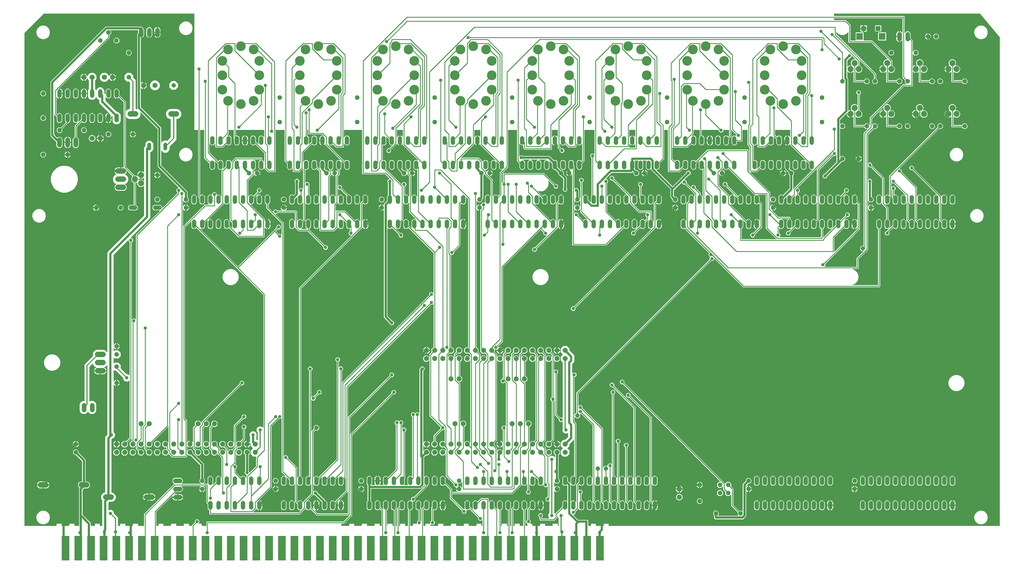
<source format=gbl>
G04 EAGLE Gerber RS-274X export*
G75*
%MOMM*%
%FSLAX34Y34*%
%LPD*%
%INBottom Copper*%
%IPPOS*%
%AMOC8*
5,1,8,0,0,1.08239X$1,22.5*%
G01*
%ADD10R,2.362200X7.620000*%
%ADD11C,1.320800*%
%ADD12P,1.429621X8X292.500000*%
%ADD13P,1.429621X8X22.500000*%
%ADD14R,1.524000X1.524000*%
%ADD15R,2.095500X2.095500*%
%ADD16C,1.422400*%
%ADD17P,1.429621X8X202.500000*%
%ADD18P,1.649562X8X202.500000*%
%ADD19P,1.649562X8X22.500000*%
%ADD20P,1.429621X8X112.500000*%
%ADD21P,1.732040X8X112.500000*%
%ADD22C,1.600200*%
%ADD23C,3.009900*%
%ADD24P,1.732040X8X22.500000*%
%ADD25C,1.879600*%
%ADD26C,1.676400*%
%ADD27C,1.208000*%
%ADD28P,1.732040X8X202.500000*%
%ADD29C,1.524000*%
%ADD30P,1.415766X8X22.500000*%
%ADD31P,1.539592X8X22.500000*%
%ADD32C,0.254000*%
%ADD33C,1.016000*%
%ADD34C,0.711200*%
%ADD35C,0.304800*%
%ADD36C,0.355600*%

G36*
X1705376Y-26158D02*
X1705376Y-26158D01*
X1705395Y-26160D01*
X1705497Y-26138D01*
X1705599Y-26121D01*
X1705616Y-26112D01*
X1705636Y-26108D01*
X1705725Y-26055D01*
X1705816Y-26006D01*
X1705830Y-25992D01*
X1705847Y-25982D01*
X1705914Y-25903D01*
X1705986Y-25828D01*
X1705994Y-25810D01*
X1706007Y-25795D01*
X1706046Y-25699D01*
X1706089Y-25605D01*
X1706091Y-25585D01*
X1706099Y-25567D01*
X1706117Y-25400D01*
X1706117Y-19050D01*
X1706118Y-19049D01*
X1721866Y-19049D01*
X1721867Y-19050D01*
X1721867Y-25400D01*
X1721870Y-25420D01*
X1721868Y-25439D01*
X1721890Y-25541D01*
X1721906Y-25643D01*
X1721916Y-25660D01*
X1721920Y-25680D01*
X1721973Y-25769D01*
X1722022Y-25860D01*
X1722036Y-25874D01*
X1722046Y-25891D01*
X1722125Y-25958D01*
X1722200Y-26029D01*
X1722218Y-26038D01*
X1722233Y-26051D01*
X1722329Y-26090D01*
X1722423Y-26133D01*
X1722443Y-26135D01*
X1722461Y-26143D01*
X1722628Y-26161D01*
X1744980Y-26161D01*
X1745000Y-26158D01*
X1745019Y-26160D01*
X1745121Y-26138D01*
X1745223Y-26121D01*
X1745240Y-26112D01*
X1745260Y-26108D01*
X1745349Y-26055D01*
X1745440Y-26006D01*
X1745454Y-25992D01*
X1745471Y-25982D01*
X1745538Y-25903D01*
X1745610Y-25828D01*
X1745618Y-25810D01*
X1745631Y-25795D01*
X1745670Y-25699D01*
X1745713Y-25605D01*
X1745715Y-25585D01*
X1745723Y-25567D01*
X1745741Y-25400D01*
X1745741Y-19050D01*
X1745742Y-19049D01*
X1761490Y-19049D01*
X1761491Y-19050D01*
X1761491Y-25400D01*
X1761494Y-25420D01*
X1761492Y-25439D01*
X1761514Y-25541D01*
X1761530Y-25643D01*
X1761540Y-25660D01*
X1761544Y-25680D01*
X1761597Y-25769D01*
X1761646Y-25860D01*
X1761660Y-25874D01*
X1761670Y-25891D01*
X1761749Y-25958D01*
X1761824Y-26029D01*
X1761842Y-26038D01*
X1761857Y-26051D01*
X1761953Y-26090D01*
X1762047Y-26133D01*
X1762067Y-26135D01*
X1762085Y-26143D01*
X1762252Y-26161D01*
X2978658Y-26161D01*
X2978678Y-26158D01*
X2978697Y-26160D01*
X2978799Y-26138D01*
X2978901Y-26121D01*
X2978918Y-26112D01*
X2978938Y-26108D01*
X2979027Y-26055D01*
X2979118Y-26006D01*
X2979132Y-25992D01*
X2979149Y-25982D01*
X2979216Y-25903D01*
X2979288Y-25828D01*
X2979296Y-25810D01*
X2979309Y-25795D01*
X2979348Y-25699D01*
X2979391Y-25605D01*
X2979393Y-25585D01*
X2979401Y-25567D01*
X2979419Y-25400D01*
X2979419Y1496485D01*
X2979410Y1496541D01*
X2979411Y1496598D01*
X2979390Y1496662D01*
X2979380Y1496728D01*
X2979353Y1496778D01*
X2979335Y1496832D01*
X2979279Y1496918D01*
X2979264Y1496945D01*
X2979255Y1496954D01*
X2979243Y1496972D01*
X2918849Y1569445D01*
X2918847Y1569447D01*
X2918846Y1569449D01*
X2918753Y1569528D01*
X2918663Y1569606D01*
X2918660Y1569607D01*
X2918659Y1569609D01*
X2918544Y1569655D01*
X2918435Y1569700D01*
X2918433Y1569700D01*
X2918430Y1569701D01*
X2918264Y1569719D01*
X2463800Y1569719D01*
X2463780Y1569716D01*
X2463761Y1569718D01*
X2463659Y1569696D01*
X2463557Y1569680D01*
X2463540Y1569670D01*
X2463520Y1569666D01*
X2463431Y1569613D01*
X2463340Y1569564D01*
X2463326Y1569550D01*
X2463309Y1569540D01*
X2463242Y1569461D01*
X2463171Y1569386D01*
X2463162Y1569368D01*
X2463149Y1569353D01*
X2463110Y1569257D01*
X2463067Y1569163D01*
X2463065Y1569143D01*
X2463057Y1569125D01*
X2463039Y1568958D01*
X2463039Y1562989D01*
X2463042Y1562969D01*
X2463040Y1562950D01*
X2463062Y1562848D01*
X2463079Y1562746D01*
X2463088Y1562729D01*
X2463092Y1562709D01*
X2463145Y1562620D01*
X2463194Y1562529D01*
X2463208Y1562515D01*
X2463218Y1562498D01*
X2463297Y1562431D01*
X2463372Y1562359D01*
X2463390Y1562351D01*
X2463405Y1562338D01*
X2463501Y1562299D01*
X2463595Y1562256D01*
X2463615Y1562254D01*
X2463633Y1562246D01*
X2463800Y1562228D01*
X2681068Y1562228D01*
X2683003Y1560293D01*
X2683003Y1510748D01*
X2683018Y1510652D01*
X2683028Y1510555D01*
X2683038Y1510531D01*
X2683042Y1510506D01*
X2683088Y1510420D01*
X2683128Y1510331D01*
X2683145Y1510311D01*
X2683158Y1510288D01*
X2683228Y1510221D01*
X2683294Y1510149D01*
X2683317Y1510137D01*
X2683336Y1510119D01*
X2683424Y1510078D01*
X2683510Y1510031D01*
X2683535Y1510026D01*
X2683559Y1510015D01*
X2683656Y1510004D01*
X2683752Y1509987D01*
X2683778Y1509991D01*
X2683803Y1509988D01*
X2683898Y1510009D01*
X2683995Y1510023D01*
X2684018Y1510035D01*
X2684044Y1510040D01*
X2684127Y1510090D01*
X2684214Y1510134D01*
X2684233Y1510153D01*
X2684255Y1510167D01*
X2684318Y1510241D01*
X2684386Y1510310D01*
X2684402Y1510339D01*
X2684415Y1510353D01*
X2684427Y1510384D01*
X2684467Y1510457D01*
X2684647Y1510892D01*
X2687220Y1513465D01*
X2690581Y1514857D01*
X2694219Y1514857D01*
X2697580Y1513465D01*
X2700153Y1510892D01*
X2701545Y1507531D01*
X2701545Y1494441D01*
X2701559Y1494351D01*
X2701567Y1494260D01*
X2701579Y1494231D01*
X2701584Y1494199D01*
X2701627Y1494118D01*
X2701663Y1494034D01*
X2701689Y1494002D01*
X2701700Y1493981D01*
X2701723Y1493959D01*
X2701768Y1493903D01*
X2708403Y1487268D01*
X2708403Y1452455D01*
X2708414Y1452384D01*
X2708416Y1452312D01*
X2708434Y1452263D01*
X2708442Y1452212D01*
X2708476Y1452149D01*
X2708501Y1452081D01*
X2708533Y1452041D01*
X2708558Y1451995D01*
X2708610Y1451945D01*
X2708654Y1451889D01*
X2708698Y1451861D01*
X2708736Y1451825D01*
X2708801Y1451795D01*
X2708861Y1451756D01*
X2708912Y1451744D01*
X2708959Y1451722D01*
X2709030Y1451714D01*
X2709100Y1451696D01*
X2709152Y1451700D01*
X2709203Y1451694D01*
X2709274Y1451710D01*
X2709345Y1451715D01*
X2709393Y1451736D01*
X2709444Y1451747D01*
X2709505Y1451784D01*
X2709571Y1451812D01*
X2709627Y1451856D01*
X2709655Y1451873D01*
X2709670Y1451891D01*
X2709702Y1451916D01*
X2714223Y1456437D01*
X2721377Y1456437D01*
X2726437Y1451377D01*
X2726437Y1444223D01*
X2721377Y1439163D01*
X2714223Y1439163D01*
X2709702Y1443684D01*
X2709644Y1443725D01*
X2709592Y1443775D01*
X2709545Y1443797D01*
X2709503Y1443827D01*
X2709434Y1443848D01*
X2709369Y1443878D01*
X2709317Y1443884D01*
X2709267Y1443899D01*
X2709196Y1443898D01*
X2709125Y1443906D01*
X2709074Y1443894D01*
X2709022Y1443893D01*
X2708954Y1443868D01*
X2708884Y1443853D01*
X2708839Y1443827D01*
X2708791Y1443809D01*
X2708735Y1443764D01*
X2708673Y1443727D01*
X2708639Y1443688D01*
X2708599Y1443655D01*
X2708560Y1443595D01*
X2708513Y1443540D01*
X2708494Y1443492D01*
X2708466Y1443448D01*
X2708448Y1443379D01*
X2708421Y1443312D01*
X2708413Y1443241D01*
X2708405Y1443210D01*
X2708407Y1443186D01*
X2708403Y1443145D01*
X2708403Y1406324D01*
X2708414Y1406254D01*
X2708416Y1406182D01*
X2708434Y1406133D01*
X2708442Y1406082D01*
X2708476Y1406018D01*
X2708501Y1405951D01*
X2708533Y1405910D01*
X2708558Y1405864D01*
X2708609Y1405815D01*
X2708654Y1405759D01*
X2708698Y1405731D01*
X2708736Y1405695D01*
X2708801Y1405665D01*
X2708861Y1405626D01*
X2708912Y1405613D01*
X2708959Y1405591D01*
X2709030Y1405583D01*
X2709100Y1405566D01*
X2709152Y1405570D01*
X2709203Y1405564D01*
X2709274Y1405579D01*
X2709345Y1405585D01*
X2709393Y1405605D01*
X2709444Y1405616D01*
X2709505Y1405653D01*
X2709571Y1405681D01*
X2709627Y1405726D01*
X2709655Y1405743D01*
X2709670Y1405760D01*
X2709702Y1405786D01*
X2710022Y1406106D01*
X2711543Y1407211D01*
X2713217Y1408064D01*
X2715004Y1408645D01*
X2716277Y1408846D01*
X2716277Y1397762D01*
X2716280Y1397742D01*
X2716278Y1397723D01*
X2716300Y1397621D01*
X2716317Y1397519D01*
X2716326Y1397502D01*
X2716330Y1397482D01*
X2716383Y1397393D01*
X2716432Y1397302D01*
X2716446Y1397288D01*
X2716456Y1397271D01*
X2716535Y1397204D01*
X2716610Y1397133D01*
X2716628Y1397124D01*
X2716643Y1397111D01*
X2716739Y1397073D01*
X2716833Y1397029D01*
X2716853Y1397027D01*
X2716871Y1397019D01*
X2717038Y1397001D01*
X2718562Y1397001D01*
X2718582Y1397004D01*
X2718601Y1397002D01*
X2718703Y1397024D01*
X2718805Y1397041D01*
X2718822Y1397050D01*
X2718842Y1397054D01*
X2718931Y1397107D01*
X2719022Y1397156D01*
X2719036Y1397170D01*
X2719053Y1397180D01*
X2719120Y1397259D01*
X2719191Y1397334D01*
X2719200Y1397352D01*
X2719213Y1397367D01*
X2719252Y1397463D01*
X2719295Y1397557D01*
X2719297Y1397577D01*
X2719305Y1397595D01*
X2719323Y1397762D01*
X2719323Y1408846D01*
X2719894Y1408756D01*
X2719999Y1408756D01*
X2720105Y1408752D01*
X2720122Y1408757D01*
X2720140Y1408757D01*
X2720240Y1408791D01*
X2720341Y1408820D01*
X2720356Y1408831D01*
X2720373Y1408837D01*
X2720456Y1408901D01*
X2720543Y1408961D01*
X2720554Y1408975D01*
X2720568Y1408986D01*
X2720627Y1409074D01*
X2720690Y1409158D01*
X2720695Y1409175D01*
X2720705Y1409191D01*
X2720733Y1409292D01*
X2720766Y1409392D01*
X2720766Y1409410D01*
X2720770Y1409428D01*
X2720764Y1409533D01*
X2720763Y1409638D01*
X2720757Y1409659D01*
X2720756Y1409673D01*
X2720745Y1409703D01*
X2720717Y1409799D01*
X2719069Y1413776D01*
X2719069Y1418324D01*
X2720810Y1422525D01*
X2724025Y1425740D01*
X2728226Y1427481D01*
X2732774Y1427481D01*
X2736975Y1425740D01*
X2740190Y1422525D01*
X2741931Y1418324D01*
X2741931Y1413776D01*
X2740152Y1409483D01*
X2740142Y1409439D01*
X2740123Y1409397D01*
X2740114Y1409320D01*
X2740096Y1409244D01*
X2740101Y1409198D01*
X2740096Y1409153D01*
X2740112Y1409076D01*
X2740119Y1408999D01*
X2740138Y1408957D01*
X2740148Y1408912D01*
X2740188Y1408845D01*
X2740219Y1408774D01*
X2740250Y1408740D01*
X2740274Y1408701D01*
X2740333Y1408650D01*
X2740386Y1408593D01*
X2740426Y1408571D01*
X2740461Y1408541D01*
X2740533Y1408512D01*
X2740601Y1408475D01*
X2740646Y1408466D01*
X2740689Y1408449D01*
X2740825Y1408434D01*
X2740843Y1408431D01*
X2740848Y1408432D01*
X2740856Y1408431D01*
X2745474Y1408431D01*
X2749675Y1406690D01*
X2752890Y1403475D01*
X2754631Y1399274D01*
X2754631Y1394726D01*
X2752890Y1390525D01*
X2749675Y1387310D01*
X2745474Y1385569D01*
X2740926Y1385569D01*
X2736725Y1387310D01*
X2735102Y1388932D01*
X2735044Y1388974D01*
X2734992Y1389023D01*
X2734945Y1389045D01*
X2734903Y1389076D01*
X2734834Y1389097D01*
X2734769Y1389127D01*
X2734717Y1389133D01*
X2734667Y1389148D01*
X2734596Y1389146D01*
X2734525Y1389154D01*
X2734474Y1389143D01*
X2734422Y1389142D01*
X2734354Y1389117D01*
X2734284Y1389102D01*
X2734239Y1389075D01*
X2734191Y1389057D01*
X2734135Y1389012D01*
X2734073Y1388976D01*
X2734039Y1388936D01*
X2733999Y1388904D01*
X2733960Y1388843D01*
X2733913Y1388789D01*
X2733894Y1388741D01*
X2733866Y1388697D01*
X2733848Y1388627D01*
X2733821Y1388561D01*
X2733813Y1388489D01*
X2733805Y1388458D01*
X2733807Y1388435D01*
X2733803Y1388394D01*
X2733803Y1362964D01*
X2733806Y1362944D01*
X2733804Y1362925D01*
X2733826Y1362823D01*
X2733842Y1362721D01*
X2733852Y1362704D01*
X2733856Y1362684D01*
X2733909Y1362595D01*
X2733958Y1362504D01*
X2733972Y1362490D01*
X2733982Y1362473D01*
X2734061Y1362406D01*
X2734136Y1362334D01*
X2734154Y1362326D01*
X2734169Y1362313D01*
X2734265Y1362274D01*
X2734359Y1362231D01*
X2734379Y1362229D01*
X2734397Y1362221D01*
X2734564Y1362203D01*
X2759373Y1362203D01*
X2759463Y1362217D01*
X2759554Y1362225D01*
X2759584Y1362237D01*
X2759616Y1362242D01*
X2759697Y1362285D01*
X2759781Y1362321D01*
X2759813Y1362347D01*
X2759833Y1362358D01*
X2759856Y1362381D01*
X2759912Y1362426D01*
X2765023Y1367537D01*
X2772177Y1367537D01*
X2777237Y1362477D01*
X2777237Y1355323D01*
X2772177Y1350263D01*
X2765023Y1350263D01*
X2759912Y1355374D01*
X2759838Y1355427D01*
X2759768Y1355487D01*
X2759738Y1355499D01*
X2759712Y1355518D01*
X2759625Y1355545D01*
X2759540Y1355579D01*
X2759499Y1355583D01*
X2759477Y1355590D01*
X2759445Y1355589D01*
X2759373Y1355597D01*
X2729132Y1355597D01*
X2727197Y1357532D01*
X2727197Y1387676D01*
X2727186Y1387746D01*
X2727184Y1387818D01*
X2727166Y1387867D01*
X2727158Y1387918D01*
X2727124Y1387982D01*
X2727099Y1388049D01*
X2727067Y1388090D01*
X2727042Y1388136D01*
X2726991Y1388185D01*
X2726946Y1388241D01*
X2726902Y1388269D01*
X2726864Y1388305D01*
X2726799Y1388335D01*
X2726739Y1388374D01*
X2726688Y1388387D01*
X2726641Y1388409D01*
X2726570Y1388417D01*
X2726500Y1388434D01*
X2726448Y1388430D01*
X2726397Y1388436D01*
X2726326Y1388421D01*
X2726255Y1388415D01*
X2726207Y1388395D01*
X2726156Y1388384D01*
X2726095Y1388347D01*
X2726029Y1388319D01*
X2725973Y1388274D01*
X2725945Y1388257D01*
X2725930Y1388240D01*
X2725898Y1388214D01*
X2725578Y1387894D01*
X2724057Y1386789D01*
X2722383Y1385936D01*
X2720596Y1385355D01*
X2719323Y1385154D01*
X2719323Y1396238D01*
X2719320Y1396258D01*
X2719322Y1396277D01*
X2719300Y1396379D01*
X2719283Y1396481D01*
X2719274Y1396498D01*
X2719270Y1396518D01*
X2719217Y1396607D01*
X2719168Y1396698D01*
X2719154Y1396712D01*
X2719144Y1396729D01*
X2719065Y1396796D01*
X2718990Y1396867D01*
X2718972Y1396876D01*
X2718957Y1396889D01*
X2718861Y1396927D01*
X2718767Y1396971D01*
X2718747Y1396973D01*
X2718729Y1396981D01*
X2718562Y1396999D01*
X2717038Y1396999D01*
X2717018Y1396996D01*
X2716999Y1396998D01*
X2716897Y1396976D01*
X2716795Y1396959D01*
X2716778Y1396950D01*
X2716758Y1396946D01*
X2716669Y1396893D01*
X2716578Y1396844D01*
X2716564Y1396830D01*
X2716547Y1396820D01*
X2716480Y1396741D01*
X2716409Y1396666D01*
X2716400Y1396648D01*
X2716387Y1396633D01*
X2716348Y1396537D01*
X2716305Y1396443D01*
X2716303Y1396423D01*
X2716295Y1396405D01*
X2716277Y1396238D01*
X2716277Y1385154D01*
X2715004Y1385355D01*
X2713217Y1385936D01*
X2711543Y1386789D01*
X2710022Y1387894D01*
X2709702Y1388214D01*
X2709644Y1388256D01*
X2709592Y1388305D01*
X2709545Y1388327D01*
X2709503Y1388357D01*
X2709434Y1388378D01*
X2709369Y1388409D01*
X2709317Y1388414D01*
X2709267Y1388430D01*
X2709196Y1388428D01*
X2709125Y1388436D01*
X2709074Y1388425D01*
X2709022Y1388423D01*
X2708954Y1388399D01*
X2708884Y1388384D01*
X2708839Y1388357D01*
X2708791Y1388339D01*
X2708735Y1388294D01*
X2708673Y1388257D01*
X2708639Y1388218D01*
X2708599Y1388185D01*
X2708560Y1388125D01*
X2708513Y1388070D01*
X2708494Y1388022D01*
X2708466Y1387978D01*
X2708448Y1387909D01*
X2708421Y1387842D01*
X2708413Y1387771D01*
X2708405Y1387740D01*
X2708407Y1387716D01*
X2708403Y1387676D01*
X2708403Y1344832D01*
X2706468Y1342897D01*
X2681383Y1342897D01*
X2681293Y1342883D01*
X2681202Y1342875D01*
X2681173Y1342863D01*
X2681141Y1342858D01*
X2681060Y1342815D01*
X2680976Y1342779D01*
X2680944Y1342753D01*
X2680923Y1342742D01*
X2680901Y1342719D01*
X2680845Y1342674D01*
X2627251Y1289080D01*
X2627209Y1289022D01*
X2627160Y1288970D01*
X2627138Y1288923D01*
X2627107Y1288881D01*
X2627086Y1288812D01*
X2627056Y1288747D01*
X2627050Y1288695D01*
X2627035Y1288645D01*
X2627037Y1288574D01*
X2627029Y1288503D01*
X2627040Y1288452D01*
X2627041Y1288400D01*
X2627066Y1288332D01*
X2627081Y1288262D01*
X2627108Y1288217D01*
X2627126Y1288169D01*
X2627171Y1288113D01*
X2627208Y1288051D01*
X2627247Y1288017D01*
X2627280Y1287977D01*
X2627340Y1287938D01*
X2627394Y1287891D01*
X2627443Y1287872D01*
X2627487Y1287844D01*
X2627556Y1287826D01*
X2627623Y1287799D01*
X2627694Y1287791D01*
X2627725Y1287783D01*
X2627748Y1287785D01*
X2627789Y1287781D01*
X2631174Y1287781D01*
X2635375Y1286040D01*
X2638590Y1282825D01*
X2640331Y1278624D01*
X2640331Y1274076D01*
X2638552Y1269783D01*
X2638542Y1269739D01*
X2638523Y1269697D01*
X2638514Y1269620D01*
X2638496Y1269544D01*
X2638501Y1269498D01*
X2638496Y1269453D01*
X2638512Y1269376D01*
X2638519Y1269299D01*
X2638538Y1269257D01*
X2638548Y1269212D01*
X2638588Y1269145D01*
X2638619Y1269074D01*
X2638650Y1269040D01*
X2638674Y1269001D01*
X2638733Y1268950D01*
X2638786Y1268893D01*
X2638826Y1268871D01*
X2638861Y1268841D01*
X2638933Y1268812D01*
X2639001Y1268775D01*
X2639046Y1268766D01*
X2639089Y1268749D01*
X2639225Y1268734D01*
X2639243Y1268731D01*
X2639248Y1268732D01*
X2639256Y1268731D01*
X2643874Y1268731D01*
X2648075Y1266990D01*
X2651290Y1263775D01*
X2653031Y1259574D01*
X2653031Y1255026D01*
X2651290Y1250825D01*
X2648075Y1247610D01*
X2643874Y1245869D01*
X2639326Y1245869D01*
X2635125Y1247610D01*
X2633502Y1249232D01*
X2633444Y1249274D01*
X2633392Y1249323D01*
X2633345Y1249345D01*
X2633303Y1249376D01*
X2633234Y1249397D01*
X2633169Y1249427D01*
X2633117Y1249433D01*
X2633067Y1249448D01*
X2632996Y1249446D01*
X2632925Y1249454D01*
X2632874Y1249443D01*
X2632822Y1249442D01*
X2632754Y1249417D01*
X2632684Y1249402D01*
X2632639Y1249375D01*
X2632591Y1249357D01*
X2632535Y1249312D01*
X2632473Y1249276D01*
X2632439Y1249236D01*
X2632399Y1249204D01*
X2632360Y1249143D01*
X2632313Y1249089D01*
X2632294Y1249041D01*
X2632266Y1248997D01*
X2632248Y1248927D01*
X2632221Y1248861D01*
X2632213Y1248789D01*
X2632205Y1248758D01*
X2632207Y1248735D01*
X2632203Y1248694D01*
X2632203Y1223264D01*
X2632206Y1223244D01*
X2632204Y1223225D01*
X2632226Y1223123D01*
X2632242Y1223021D01*
X2632252Y1223004D01*
X2632256Y1222984D01*
X2632309Y1222895D01*
X2632358Y1222804D01*
X2632372Y1222790D01*
X2632382Y1222773D01*
X2632461Y1222706D01*
X2632536Y1222634D01*
X2632554Y1222626D01*
X2632569Y1222613D01*
X2632665Y1222574D01*
X2632759Y1222531D01*
X2632779Y1222529D01*
X2632797Y1222521D01*
X2632964Y1222503D01*
X2657773Y1222503D01*
X2657863Y1222517D01*
X2657954Y1222525D01*
X2657984Y1222537D01*
X2658016Y1222542D01*
X2658097Y1222585D01*
X2658181Y1222621D01*
X2658213Y1222647D01*
X2658233Y1222658D01*
X2658256Y1222681D01*
X2658312Y1222726D01*
X2663423Y1227837D01*
X2670577Y1227837D01*
X2675637Y1222777D01*
X2675637Y1215623D01*
X2670577Y1210563D01*
X2663423Y1210563D01*
X2658312Y1215674D01*
X2658238Y1215727D01*
X2658168Y1215787D01*
X2658138Y1215799D01*
X2658112Y1215818D01*
X2658025Y1215845D01*
X2657940Y1215879D01*
X2657899Y1215883D01*
X2657877Y1215890D01*
X2657845Y1215889D01*
X2657773Y1215897D01*
X2627532Y1215897D01*
X2625597Y1217832D01*
X2625597Y1247976D01*
X2625586Y1248046D01*
X2625584Y1248118D01*
X2625566Y1248167D01*
X2625558Y1248218D01*
X2625524Y1248282D01*
X2625499Y1248349D01*
X2625467Y1248390D01*
X2625442Y1248436D01*
X2625391Y1248485D01*
X2625346Y1248541D01*
X2625302Y1248569D01*
X2625264Y1248605D01*
X2625199Y1248635D01*
X2625139Y1248674D01*
X2625088Y1248687D01*
X2625041Y1248709D01*
X2624970Y1248717D01*
X2624900Y1248734D01*
X2624848Y1248730D01*
X2624797Y1248736D01*
X2624726Y1248721D01*
X2624655Y1248715D01*
X2624607Y1248695D01*
X2624556Y1248684D01*
X2624495Y1248647D01*
X2624429Y1248619D01*
X2624373Y1248574D01*
X2624345Y1248557D01*
X2624330Y1248540D01*
X2624298Y1248514D01*
X2623978Y1248194D01*
X2622457Y1247089D01*
X2620783Y1246236D01*
X2618996Y1245655D01*
X2617723Y1245454D01*
X2617723Y1256538D01*
X2617720Y1256558D01*
X2617722Y1256577D01*
X2617700Y1256679D01*
X2617683Y1256781D01*
X2617674Y1256798D01*
X2617670Y1256818D01*
X2617617Y1256907D01*
X2617568Y1256998D01*
X2617554Y1257012D01*
X2617544Y1257029D01*
X2617465Y1257096D01*
X2617390Y1257167D01*
X2617372Y1257176D01*
X2617357Y1257189D01*
X2617261Y1257227D01*
X2617167Y1257271D01*
X2617147Y1257273D01*
X2617129Y1257281D01*
X2616962Y1257299D01*
X2616199Y1257299D01*
X2616199Y1257301D01*
X2616962Y1257301D01*
X2616982Y1257304D01*
X2617001Y1257302D01*
X2617103Y1257324D01*
X2617205Y1257341D01*
X2617222Y1257350D01*
X2617242Y1257354D01*
X2617331Y1257407D01*
X2617422Y1257456D01*
X2617436Y1257470D01*
X2617453Y1257480D01*
X2617520Y1257559D01*
X2617591Y1257634D01*
X2617600Y1257652D01*
X2617613Y1257667D01*
X2617652Y1257763D01*
X2617695Y1257857D01*
X2617697Y1257877D01*
X2617705Y1257895D01*
X2617723Y1258062D01*
X2617723Y1269146D01*
X2618294Y1269056D01*
X2618399Y1269056D01*
X2618505Y1269052D01*
X2618522Y1269057D01*
X2618540Y1269057D01*
X2618640Y1269091D01*
X2618741Y1269120D01*
X2618756Y1269131D01*
X2618773Y1269137D01*
X2618856Y1269201D01*
X2618943Y1269261D01*
X2618954Y1269275D01*
X2618968Y1269286D01*
X2619027Y1269374D01*
X2619090Y1269458D01*
X2619095Y1269475D01*
X2619105Y1269491D01*
X2619133Y1269592D01*
X2619166Y1269692D01*
X2619166Y1269710D01*
X2619170Y1269728D01*
X2619164Y1269833D01*
X2619163Y1269938D01*
X2619157Y1269959D01*
X2619156Y1269973D01*
X2619145Y1270003D01*
X2619117Y1270099D01*
X2617469Y1274076D01*
X2617469Y1277461D01*
X2617458Y1277531D01*
X2617456Y1277603D01*
X2617438Y1277652D01*
X2617430Y1277703D01*
X2617396Y1277767D01*
X2617371Y1277834D01*
X2617339Y1277875D01*
X2617314Y1277921D01*
X2617262Y1277970D01*
X2617218Y1278026D01*
X2617174Y1278054D01*
X2617136Y1278090D01*
X2617071Y1278120D01*
X2617011Y1278159D01*
X2616960Y1278172D01*
X2616913Y1278194D01*
X2616842Y1278202D01*
X2616772Y1278219D01*
X2616720Y1278215D01*
X2616669Y1278221D01*
X2616598Y1278206D01*
X2616527Y1278200D01*
X2616479Y1278180D01*
X2616428Y1278169D01*
X2616367Y1278132D01*
X2616301Y1278104D01*
X2616245Y1278059D01*
X2616217Y1278042D01*
X2616202Y1278025D01*
X2616170Y1277999D01*
X2581626Y1243455D01*
X2581573Y1243381D01*
X2581513Y1243312D01*
X2581501Y1243281D01*
X2581482Y1243255D01*
X2581455Y1243168D01*
X2581421Y1243083D01*
X2581417Y1243042D01*
X2581410Y1243020D01*
X2581411Y1242988D01*
X2581403Y1242917D01*
X2581403Y1223855D01*
X2581414Y1223784D01*
X2581416Y1223712D01*
X2581434Y1223663D01*
X2581442Y1223612D01*
X2581476Y1223549D01*
X2581501Y1223481D01*
X2581533Y1223441D01*
X2581558Y1223395D01*
X2581610Y1223345D01*
X2581654Y1223289D01*
X2581698Y1223261D01*
X2581736Y1223225D01*
X2581801Y1223195D01*
X2581861Y1223156D01*
X2581912Y1223144D01*
X2581959Y1223122D01*
X2582030Y1223114D01*
X2582100Y1223096D01*
X2582152Y1223100D01*
X2582203Y1223094D01*
X2582274Y1223110D01*
X2582345Y1223115D01*
X2582393Y1223136D01*
X2582444Y1223147D01*
X2582505Y1223184D01*
X2582571Y1223212D01*
X2582627Y1223256D01*
X2582655Y1223273D01*
X2582670Y1223291D01*
X2582702Y1223316D01*
X2587223Y1227837D01*
X2594377Y1227837D01*
X2599437Y1222777D01*
X2599437Y1215623D01*
X2594377Y1210563D01*
X2587149Y1210563D01*
X2587059Y1210549D01*
X2586968Y1210541D01*
X2586939Y1210529D01*
X2586907Y1210524D01*
X2586826Y1210481D01*
X2586742Y1210445D01*
X2586710Y1210419D01*
X2586689Y1210408D01*
X2586667Y1210385D01*
X2586611Y1210340D01*
X2568926Y1192655D01*
X2568873Y1192581D01*
X2568813Y1192512D01*
X2568801Y1192481D01*
X2568782Y1192455D01*
X2568755Y1192368D01*
X2568721Y1192283D01*
X2568717Y1192242D01*
X2568710Y1192220D01*
X2568711Y1192188D01*
X2568703Y1192117D01*
X2568703Y1104224D01*
X2568714Y1104154D01*
X2568716Y1104082D01*
X2568734Y1104033D01*
X2568742Y1103982D01*
X2568776Y1103918D01*
X2568801Y1103851D01*
X2568833Y1103810D01*
X2568858Y1103764D01*
X2568910Y1103715D01*
X2568954Y1103659D01*
X2568998Y1103631D01*
X2569036Y1103595D01*
X2569101Y1103565D01*
X2569161Y1103526D01*
X2569212Y1103513D01*
X2569259Y1103491D01*
X2569330Y1103483D01*
X2569400Y1103466D01*
X2569452Y1103470D01*
X2569503Y1103464D01*
X2569574Y1103479D01*
X2569645Y1103485D01*
X2569693Y1103505D01*
X2569744Y1103516D01*
X2569805Y1103553D01*
X2569871Y1103581D01*
X2569927Y1103626D01*
X2569955Y1103643D01*
X2569970Y1103660D01*
X2570002Y1103686D01*
X2570896Y1104580D01*
X2573510Y1105663D01*
X2576340Y1105663D01*
X2578954Y1104580D01*
X2580955Y1102579D01*
X2582038Y1099965D01*
X2582038Y1097135D01*
X2581932Y1096879D01*
X2581905Y1096766D01*
X2581876Y1096652D01*
X2581877Y1096645D01*
X2581875Y1096639D01*
X2581886Y1096523D01*
X2581895Y1096406D01*
X2581898Y1096401D01*
X2581898Y1096394D01*
X2581946Y1096287D01*
X2581992Y1096180D01*
X2581996Y1096174D01*
X2581998Y1096170D01*
X2582011Y1096156D01*
X2582097Y1096049D01*
X2617345Y1060801D01*
X2619503Y1058643D01*
X2619503Y1000913D01*
X2619518Y1000817D01*
X2619528Y1000720D01*
X2619538Y1000696D01*
X2619542Y1000670D01*
X2619588Y1000584D01*
X2619628Y1000495D01*
X2619645Y1000476D01*
X2619658Y1000453D01*
X2619728Y1000386D01*
X2619794Y1000314D01*
X2619817Y1000301D01*
X2619836Y1000283D01*
X2619924Y1000242D01*
X2620010Y1000195D01*
X2620035Y1000191D01*
X2620059Y1000180D01*
X2620156Y1000169D01*
X2620252Y1000152D01*
X2620278Y1000156D01*
X2620303Y1000153D01*
X2620399Y1000173D01*
X2620495Y1000188D01*
X2620518Y1000199D01*
X2620544Y1000205D01*
X2620627Y1000255D01*
X2620714Y1000299D01*
X2620733Y1000318D01*
X2620755Y1000331D01*
X2620818Y1000405D01*
X2620886Y1000475D01*
X2620902Y1000503D01*
X2620915Y1000518D01*
X2620927Y1000549D01*
X2620967Y1000622D01*
X2621578Y1002096D01*
X2624008Y1004526D01*
X2627182Y1005841D01*
X2630618Y1005841D01*
X2633792Y1004526D01*
X2633823Y1004496D01*
X2633881Y1004454D01*
X2633933Y1004404D01*
X2633980Y1004382D01*
X2634022Y1004352D01*
X2634091Y1004331D01*
X2634156Y1004301D01*
X2634208Y1004295D01*
X2634257Y1004280D01*
X2634329Y1004281D01*
X2634400Y1004274D01*
X2634451Y1004285D01*
X2634503Y1004286D01*
X2634571Y1004311D01*
X2634641Y1004326D01*
X2634686Y1004352D01*
X2634734Y1004370D01*
X2634790Y1004415D01*
X2634852Y1004452D01*
X2634886Y1004491D01*
X2634926Y1004524D01*
X2634965Y1004584D01*
X2635012Y1004639D01*
X2635031Y1004687D01*
X2635059Y1004731D01*
X2635077Y1004800D01*
X2635104Y1004867D01*
X2635112Y1004938D01*
X2635120Y1004969D01*
X2635118Y1004993D01*
X2635122Y1005034D01*
X2635122Y1064993D01*
X2785140Y1215011D01*
X2785193Y1215085D01*
X2785253Y1215154D01*
X2785265Y1215185D01*
X2785284Y1215211D01*
X2785311Y1215298D01*
X2785345Y1215383D01*
X2785349Y1215424D01*
X2785356Y1215446D01*
X2785355Y1215478D01*
X2785363Y1215549D01*
X2785363Y1222777D01*
X2790423Y1227837D01*
X2797577Y1227837D01*
X2802637Y1222777D01*
X2802637Y1215623D01*
X2797577Y1210563D01*
X2790349Y1210563D01*
X2790259Y1210549D01*
X2790168Y1210541D01*
X2790139Y1210529D01*
X2790107Y1210524D01*
X2790026Y1210481D01*
X2789942Y1210445D01*
X2789910Y1210419D01*
X2789889Y1210408D01*
X2789867Y1210385D01*
X2789811Y1210340D01*
X2667383Y1087912D01*
X2667341Y1087854D01*
X2667292Y1087802D01*
X2667270Y1087755D01*
X2667239Y1087713D01*
X2667218Y1087644D01*
X2667188Y1087579D01*
X2667182Y1087527D01*
X2667167Y1087477D01*
X2667169Y1087406D01*
X2667161Y1087335D01*
X2667172Y1087284D01*
X2667173Y1087232D01*
X2667198Y1087164D01*
X2667213Y1087094D01*
X2667240Y1087050D01*
X2667258Y1087001D01*
X2667303Y1086945D01*
X2667340Y1086883D01*
X2667379Y1086849D01*
X2667412Y1086809D01*
X2667472Y1086770D01*
X2667526Y1086723D01*
X2667575Y1086704D01*
X2667619Y1086676D01*
X2667688Y1086658D01*
X2667755Y1086631D01*
X2667826Y1086623D01*
X2667857Y1086615D01*
X2667880Y1086617D01*
X2667921Y1086613D01*
X2668415Y1086613D01*
X2671029Y1085530D01*
X2673030Y1083529D01*
X2674113Y1080915D01*
X2674113Y1078085D01*
X2674007Y1077829D01*
X2673980Y1077716D01*
X2673951Y1077602D01*
X2673952Y1077595D01*
X2673950Y1077589D01*
X2673961Y1077473D01*
X2673970Y1077356D01*
X2673973Y1077351D01*
X2673973Y1077344D01*
X2674021Y1077237D01*
X2674067Y1077130D01*
X2674071Y1077124D01*
X2674073Y1077120D01*
X2674086Y1077106D01*
X2674172Y1076999D01*
X2718945Y1032226D01*
X2721103Y1030068D01*
X2721103Y1000913D01*
X2721118Y1000817D01*
X2721128Y1000720D01*
X2721138Y1000696D01*
X2721142Y1000670D01*
X2721188Y1000584D01*
X2721228Y1000495D01*
X2721245Y1000476D01*
X2721258Y1000453D01*
X2721328Y1000386D01*
X2721394Y1000314D01*
X2721417Y1000301D01*
X2721436Y1000283D01*
X2721524Y1000242D01*
X2721610Y1000195D01*
X2721635Y1000191D01*
X2721659Y1000180D01*
X2721756Y1000169D01*
X2721852Y1000152D01*
X2721878Y1000156D01*
X2721903Y1000153D01*
X2721999Y1000173D01*
X2722095Y1000188D01*
X2722118Y1000199D01*
X2722144Y1000205D01*
X2722227Y1000255D01*
X2722314Y1000299D01*
X2722333Y1000318D01*
X2722355Y1000331D01*
X2722418Y1000405D01*
X2722486Y1000475D01*
X2722502Y1000503D01*
X2722515Y1000518D01*
X2722527Y1000549D01*
X2722567Y1000622D01*
X2723178Y1002096D01*
X2725608Y1004526D01*
X2728782Y1005841D01*
X2732218Y1005841D01*
X2735392Y1004526D01*
X2737822Y1002096D01*
X2739137Y998922D01*
X2739137Y982278D01*
X2737822Y979104D01*
X2735392Y976674D01*
X2732218Y975359D01*
X2728782Y975359D01*
X2725608Y976674D01*
X2723178Y979104D01*
X2722567Y980578D01*
X2722516Y980661D01*
X2722470Y980747D01*
X2722452Y980765D01*
X2722438Y980787D01*
X2722362Y980850D01*
X2722292Y980917D01*
X2722268Y980928D01*
X2722248Y980944D01*
X2722157Y980979D01*
X2722069Y981020D01*
X2722043Y981023D01*
X2722019Y981032D01*
X2721921Y981037D01*
X2721825Y981047D01*
X2721799Y981042D01*
X2721773Y981043D01*
X2721679Y981016D01*
X2721584Y980995D01*
X2721562Y980982D01*
X2721537Y980974D01*
X2721457Y980919D01*
X2721373Y980869D01*
X2721356Y980849D01*
X2721335Y980834D01*
X2721276Y980756D01*
X2721213Y980682D01*
X2721203Y980658D01*
X2721188Y980637D01*
X2721158Y980544D01*
X2721121Y980454D01*
X2721118Y980421D01*
X2721112Y980403D01*
X2721112Y980370D01*
X2721103Y980287D01*
X2721103Y928783D01*
X2721117Y928693D01*
X2721125Y928602D01*
X2721137Y928573D01*
X2721142Y928541D01*
X2721185Y928460D01*
X2721221Y928376D01*
X2721247Y928344D01*
X2721258Y928323D01*
X2721281Y928301D01*
X2721326Y928245D01*
X2722888Y926683D01*
X2722904Y926671D01*
X2722917Y926656D01*
X2723004Y926600D01*
X2723088Y926539D01*
X2723107Y926533D01*
X2723124Y926523D01*
X2723224Y926497D01*
X2723323Y926467D01*
X2723343Y926467D01*
X2723362Y926463D01*
X2723465Y926471D01*
X2723569Y926473D01*
X2723587Y926480D01*
X2723607Y926482D01*
X2723702Y926522D01*
X2723800Y926558D01*
X2723815Y926570D01*
X2723834Y926578D01*
X2723965Y926683D01*
X2725608Y928326D01*
X2728782Y929641D01*
X2732218Y929641D01*
X2735392Y928326D01*
X2737822Y925896D01*
X2739137Y922722D01*
X2739137Y906078D01*
X2737822Y902904D01*
X2735392Y900474D01*
X2732218Y899159D01*
X2728782Y899159D01*
X2725608Y900474D01*
X2723178Y902904D01*
X2721863Y906078D01*
X2721863Y918051D01*
X2721849Y918141D01*
X2721841Y918232D01*
X2721829Y918261D01*
X2721824Y918293D01*
X2721781Y918374D01*
X2721745Y918458D01*
X2721719Y918490D01*
X2721708Y918511D01*
X2721685Y918533D01*
X2721640Y918589D01*
X2714497Y925732D01*
X2714497Y980287D01*
X2714482Y980383D01*
X2714472Y980480D01*
X2714462Y980504D01*
X2714458Y980530D01*
X2714412Y980616D01*
X2714372Y980705D01*
X2714355Y980724D01*
X2714342Y980747D01*
X2714272Y980814D01*
X2714206Y980886D01*
X2714183Y980899D01*
X2714164Y980917D01*
X2714076Y980958D01*
X2713990Y981005D01*
X2713965Y981009D01*
X2713941Y981020D01*
X2713844Y981031D01*
X2713748Y981048D01*
X2713722Y981044D01*
X2713697Y981047D01*
X2713601Y981027D01*
X2713505Y981012D01*
X2713482Y981001D01*
X2713456Y980995D01*
X2713373Y980945D01*
X2713286Y980901D01*
X2713267Y980882D01*
X2713245Y980869D01*
X2713182Y980795D01*
X2713114Y980725D01*
X2713098Y980697D01*
X2713085Y980682D01*
X2713073Y980651D01*
X2713033Y980578D01*
X2712422Y979104D01*
X2709992Y976674D01*
X2706818Y975359D01*
X2703382Y975359D01*
X2700208Y976674D01*
X2697778Y979104D01*
X2697167Y980578D01*
X2697116Y980661D01*
X2697070Y980747D01*
X2697052Y980765D01*
X2697038Y980787D01*
X2696962Y980850D01*
X2696892Y980917D01*
X2696868Y980928D01*
X2696848Y980944D01*
X2696757Y980979D01*
X2696669Y981020D01*
X2696643Y981023D01*
X2696619Y981032D01*
X2696521Y981037D01*
X2696425Y981047D01*
X2696399Y981042D01*
X2696373Y981043D01*
X2696279Y981016D01*
X2696184Y980995D01*
X2696162Y980982D01*
X2696137Y980974D01*
X2696057Y980919D01*
X2695973Y980869D01*
X2695956Y980849D01*
X2695935Y980834D01*
X2695876Y980756D01*
X2695813Y980682D01*
X2695803Y980658D01*
X2695788Y980637D01*
X2695758Y980544D01*
X2695721Y980454D01*
X2695718Y980421D01*
X2695712Y980403D01*
X2695712Y980370D01*
X2695703Y980287D01*
X2695703Y928783D01*
X2695717Y928693D01*
X2695725Y928602D01*
X2695737Y928573D01*
X2695742Y928541D01*
X2695785Y928460D01*
X2695821Y928376D01*
X2695847Y928344D01*
X2695858Y928323D01*
X2695881Y928301D01*
X2695926Y928245D01*
X2697488Y926683D01*
X2697504Y926671D01*
X2697517Y926656D01*
X2697604Y926600D01*
X2697688Y926539D01*
X2697707Y926533D01*
X2697724Y926523D01*
X2697824Y926497D01*
X2697923Y926467D01*
X2697943Y926467D01*
X2697962Y926463D01*
X2698065Y926471D01*
X2698169Y926473D01*
X2698187Y926480D01*
X2698207Y926482D01*
X2698302Y926522D01*
X2698400Y926558D01*
X2698415Y926570D01*
X2698434Y926578D01*
X2698565Y926683D01*
X2700208Y928326D01*
X2703382Y929641D01*
X2706818Y929641D01*
X2709992Y928326D01*
X2712422Y925896D01*
X2713737Y922722D01*
X2713737Y906078D01*
X2712422Y902904D01*
X2709992Y900474D01*
X2706818Y899159D01*
X2703382Y899159D01*
X2700208Y900474D01*
X2697778Y902904D01*
X2696463Y906078D01*
X2696463Y918051D01*
X2696449Y918141D01*
X2696441Y918232D01*
X2696429Y918261D01*
X2696424Y918293D01*
X2696381Y918374D01*
X2696345Y918458D01*
X2696319Y918490D01*
X2696308Y918511D01*
X2696285Y918533D01*
X2696240Y918589D01*
X2689097Y925732D01*
X2689097Y980287D01*
X2689082Y980383D01*
X2689072Y980480D01*
X2689062Y980504D01*
X2689058Y980530D01*
X2689012Y980616D01*
X2688972Y980705D01*
X2688955Y980724D01*
X2688942Y980747D01*
X2688872Y980814D01*
X2688806Y980886D01*
X2688783Y980899D01*
X2688764Y980917D01*
X2688676Y980958D01*
X2688590Y981005D01*
X2688565Y981009D01*
X2688541Y981020D01*
X2688444Y981031D01*
X2688348Y981048D01*
X2688322Y981044D01*
X2688297Y981047D01*
X2688201Y981027D01*
X2688105Y981012D01*
X2688082Y981001D01*
X2688056Y980995D01*
X2687973Y980945D01*
X2687886Y980901D01*
X2687867Y980882D01*
X2687845Y980869D01*
X2687782Y980795D01*
X2687714Y980725D01*
X2687698Y980697D01*
X2687685Y980682D01*
X2687673Y980651D01*
X2687633Y980578D01*
X2687022Y979104D01*
X2684592Y976674D01*
X2681418Y975359D01*
X2677982Y975359D01*
X2674808Y976674D01*
X2672378Y979104D01*
X2671063Y982278D01*
X2671063Y998922D01*
X2672378Y1002096D01*
X2674808Y1004526D01*
X2677982Y1005841D01*
X2681418Y1005841D01*
X2684319Y1004639D01*
X2684414Y1004617D01*
X2684507Y1004588D01*
X2684533Y1004589D01*
X2684558Y1004583D01*
X2684655Y1004592D01*
X2684753Y1004595D01*
X2684777Y1004604D01*
X2684803Y1004606D01*
X2684892Y1004646D01*
X2684984Y1004679D01*
X2685004Y1004695D01*
X2685028Y1004706D01*
X2685100Y1004772D01*
X2685176Y1004833D01*
X2685190Y1004855D01*
X2685209Y1004872D01*
X2685256Y1004958D01*
X2685309Y1005040D01*
X2685315Y1005065D01*
X2685328Y1005088D01*
X2685345Y1005184D01*
X2685369Y1005278D01*
X2685367Y1005304D01*
X2685371Y1005330D01*
X2685357Y1005427D01*
X2685350Y1005523D01*
X2685339Y1005547D01*
X2685336Y1005573D01*
X2685291Y1005660D01*
X2685253Y1005750D01*
X2685233Y1005775D01*
X2685224Y1005793D01*
X2685200Y1005816D01*
X2685149Y1005881D01*
X2650451Y1040578D01*
X2650356Y1040647D01*
X2650262Y1040716D01*
X2650256Y1040718D01*
X2650251Y1040722D01*
X2650140Y1040756D01*
X2650028Y1040793D01*
X2650022Y1040793D01*
X2650016Y1040794D01*
X2649899Y1040791D01*
X2649782Y1040790D01*
X2649775Y1040788D01*
X2649770Y1040788D01*
X2649752Y1040782D01*
X2649621Y1040743D01*
X2649365Y1040637D01*
X2646535Y1040637D01*
X2643921Y1041720D01*
X2643027Y1042614D01*
X2642969Y1042656D01*
X2642917Y1042705D01*
X2642870Y1042727D01*
X2642828Y1042757D01*
X2642759Y1042778D01*
X2642694Y1042809D01*
X2642642Y1042814D01*
X2642592Y1042830D01*
X2642521Y1042828D01*
X2642450Y1042836D01*
X2642399Y1042825D01*
X2642347Y1042823D01*
X2642279Y1042799D01*
X2642209Y1042784D01*
X2642164Y1042757D01*
X2642116Y1042739D01*
X2642060Y1042694D01*
X2641998Y1042657D01*
X2641964Y1042618D01*
X2641924Y1042585D01*
X2641885Y1042525D01*
X2641838Y1042470D01*
X2641819Y1042422D01*
X2641791Y1042378D01*
X2641773Y1042309D01*
X2641746Y1042242D01*
X2641738Y1042171D01*
X2641730Y1042140D01*
X2641732Y1042116D01*
X2641728Y1042076D01*
X2641728Y1031199D01*
X2641730Y1031186D01*
X2641729Y1031176D01*
X2641739Y1031127D01*
X2641741Y1031057D01*
X2641759Y1031008D01*
X2641767Y1030957D01*
X2641801Y1030893D01*
X2641826Y1030826D01*
X2641858Y1030785D01*
X2641883Y1030739D01*
X2641935Y1030690D01*
X2641979Y1030634D01*
X2642023Y1030606D01*
X2642061Y1030570D01*
X2642126Y1030540D01*
X2642186Y1030501D01*
X2642237Y1030488D01*
X2642284Y1030466D01*
X2642355Y1030458D01*
X2642425Y1030441D01*
X2642477Y1030445D01*
X2642528Y1030439D01*
X2642599Y1030454D01*
X2642670Y1030460D01*
X2642718Y1030480D01*
X2642769Y1030491D01*
X2642830Y1030528D01*
X2642896Y1030556D01*
X2642952Y1030601D01*
X2642980Y1030618D01*
X2642995Y1030635D01*
X2643027Y1030661D01*
X2643921Y1031555D01*
X2646535Y1032638D01*
X2649365Y1032638D01*
X2651979Y1031555D01*
X2653980Y1029554D01*
X2655063Y1026940D01*
X2655063Y1024110D01*
X2653980Y1021496D01*
X2651979Y1019495D01*
X2651723Y1019389D01*
X2651624Y1019328D01*
X2651523Y1019267D01*
X2651519Y1019263D01*
X2651514Y1019259D01*
X2651440Y1019170D01*
X2651363Y1019081D01*
X2651361Y1019075D01*
X2651357Y1019070D01*
X2651315Y1018962D01*
X2651271Y1018852D01*
X2651270Y1018845D01*
X2651269Y1018840D01*
X2651268Y1018822D01*
X2651253Y1018686D01*
X2651253Y1006429D01*
X2651260Y1006384D01*
X2651258Y1006338D01*
X2651280Y1006263D01*
X2651292Y1006187D01*
X2651314Y1006146D01*
X2651327Y1006102D01*
X2651371Y1006038D01*
X2651408Y1005969D01*
X2651441Y1005938D01*
X2651467Y1005900D01*
X2651530Y1005853D01*
X2651586Y1005800D01*
X2651628Y1005781D01*
X2651664Y1005753D01*
X2651738Y1005729D01*
X2651809Y1005696D01*
X2651855Y1005691D01*
X2651898Y1005677D01*
X2651976Y1005678D01*
X2652053Y1005669D01*
X2652098Y1005679D01*
X2652144Y1005679D01*
X2652275Y1005717D01*
X2652294Y1005721D01*
X2652298Y1005724D01*
X2652305Y1005726D01*
X2652582Y1005841D01*
X2656018Y1005841D01*
X2659192Y1004526D01*
X2661622Y1002096D01*
X2662937Y998922D01*
X2662937Y982278D01*
X2661622Y979104D01*
X2659192Y976674D01*
X2656018Y975359D01*
X2652582Y975359D01*
X2649408Y976674D01*
X2646978Y979104D01*
X2645663Y982278D01*
X2645663Y994251D01*
X2645649Y994341D01*
X2645641Y994432D01*
X2645629Y994461D01*
X2645624Y994493D01*
X2645581Y994574D01*
X2645545Y994658D01*
X2645519Y994690D01*
X2645508Y994711D01*
X2645485Y994733D01*
X2645440Y994789D01*
X2644647Y995582D01*
X2644647Y1018686D01*
X2644629Y1018800D01*
X2644611Y1018917D01*
X2644609Y1018922D01*
X2644608Y1018928D01*
X2644553Y1019031D01*
X2644500Y1019136D01*
X2644495Y1019140D01*
X2644492Y1019146D01*
X2644408Y1019226D01*
X2644324Y1019308D01*
X2644318Y1019312D01*
X2644314Y1019315D01*
X2644297Y1019323D01*
X2644177Y1019389D01*
X2643921Y1019495D01*
X2643027Y1020389D01*
X2642969Y1020431D01*
X2642917Y1020480D01*
X2642870Y1020502D01*
X2642828Y1020532D01*
X2642759Y1020553D01*
X2642694Y1020584D01*
X2642642Y1020589D01*
X2642592Y1020605D01*
X2642521Y1020603D01*
X2642450Y1020611D01*
X2642399Y1020600D01*
X2642347Y1020598D01*
X2642279Y1020574D01*
X2642209Y1020559D01*
X2642164Y1020532D01*
X2642116Y1020514D01*
X2642060Y1020469D01*
X2641998Y1020432D01*
X2641964Y1020393D01*
X2641924Y1020360D01*
X2641885Y1020300D01*
X2641838Y1020245D01*
X2641819Y1020197D01*
X2641791Y1020153D01*
X2641773Y1020084D01*
X2641746Y1020017D01*
X2641738Y1019946D01*
X2641730Y1019915D01*
X2641732Y1019891D01*
X2641728Y1019851D01*
X2641728Y998757D01*
X2637760Y994789D01*
X2637707Y994715D01*
X2637647Y994646D01*
X2637635Y994615D01*
X2637616Y994589D01*
X2637589Y994502D01*
X2637555Y994417D01*
X2637551Y994376D01*
X2637544Y994354D01*
X2637545Y994322D01*
X2637537Y994251D01*
X2637537Y982278D01*
X2636222Y979104D01*
X2633792Y976674D01*
X2630618Y975359D01*
X2627182Y975359D01*
X2624281Y976561D01*
X2624186Y976583D01*
X2624093Y976612D01*
X2624067Y976611D01*
X2624042Y976617D01*
X2623945Y976608D01*
X2623847Y976605D01*
X2623823Y976596D01*
X2623797Y976594D01*
X2623708Y976554D01*
X2623616Y976521D01*
X2623596Y976505D01*
X2623572Y976494D01*
X2623500Y976428D01*
X2623424Y976367D01*
X2623410Y976345D01*
X2623391Y976328D01*
X2623344Y976242D01*
X2623291Y976160D01*
X2623285Y976135D01*
X2623272Y976112D01*
X2623255Y976016D01*
X2623231Y975922D01*
X2623233Y975896D01*
X2623229Y975870D01*
X2623243Y975773D01*
X2623250Y975677D01*
X2623261Y975653D01*
X2623264Y975627D01*
X2623309Y975540D01*
X2623347Y975450D01*
X2623367Y975425D01*
X2623376Y975407D01*
X2623400Y975384D01*
X2623451Y975319D01*
X2630045Y968726D01*
X2632203Y966568D01*
X2632203Y929493D01*
X2632222Y929378D01*
X2632239Y929262D01*
X2632241Y929256D01*
X2632242Y929250D01*
X2632297Y929148D01*
X2632350Y929043D01*
X2632355Y929038D01*
X2632358Y929033D01*
X2632442Y928953D01*
X2632526Y928871D01*
X2632532Y928867D01*
X2632536Y928863D01*
X2632553Y928856D01*
X2632673Y928790D01*
X2633792Y928326D01*
X2636222Y925896D01*
X2637537Y922722D01*
X2637537Y906078D01*
X2636335Y903177D01*
X2636313Y903082D01*
X2636284Y902989D01*
X2636285Y902963D01*
X2636279Y902938D01*
X2636288Y902841D01*
X2636291Y902743D01*
X2636300Y902719D01*
X2636302Y902693D01*
X2636342Y902604D01*
X2636375Y902512D01*
X2636391Y902492D01*
X2636402Y902468D01*
X2636468Y902396D01*
X2636529Y902320D01*
X2636551Y902306D01*
X2636568Y902287D01*
X2636654Y902240D01*
X2636736Y902187D01*
X2636761Y902181D01*
X2636784Y902168D01*
X2636880Y902151D01*
X2636974Y902127D01*
X2637000Y902129D01*
X2637026Y902125D01*
X2637123Y902139D01*
X2637219Y902146D01*
X2637243Y902157D01*
X2637269Y902160D01*
X2637356Y902205D01*
X2637446Y902243D01*
X2637471Y902263D01*
X2637489Y902272D01*
X2637512Y902296D01*
X2637577Y902347D01*
X2645440Y910211D01*
X2645493Y910285D01*
X2645553Y910354D01*
X2645565Y910385D01*
X2645584Y910411D01*
X2645611Y910498D01*
X2645645Y910583D01*
X2645649Y910624D01*
X2645656Y910646D01*
X2645655Y910678D01*
X2645663Y910749D01*
X2645663Y922722D01*
X2646978Y925896D01*
X2649408Y928326D01*
X2652582Y929641D01*
X2656018Y929641D01*
X2659192Y928326D01*
X2661622Y925896D01*
X2662937Y922722D01*
X2662937Y906078D01*
X2661622Y902904D01*
X2659192Y900474D01*
X2656018Y899159D01*
X2652582Y899159D01*
X2649408Y900474D01*
X2647765Y902117D01*
X2647748Y902129D01*
X2647736Y902144D01*
X2647649Y902200D01*
X2647565Y902261D01*
X2647546Y902267D01*
X2647529Y902277D01*
X2647429Y902303D01*
X2647330Y902333D01*
X2647310Y902333D01*
X2647291Y902337D01*
X2647188Y902329D01*
X2647084Y902327D01*
X2647065Y902320D01*
X2647045Y902318D01*
X2646950Y902278D01*
X2646853Y902242D01*
X2646837Y902230D01*
X2646819Y902222D01*
X2646688Y902117D01*
X2635142Y890571D01*
X2635074Y890476D01*
X2635004Y890382D01*
X2635002Y890376D01*
X2634998Y890371D01*
X2634964Y890260D01*
X2634927Y890148D01*
X2634928Y890142D01*
X2634926Y890136D01*
X2634929Y890019D01*
X2634930Y889902D01*
X2634932Y889895D01*
X2634932Y889890D01*
X2634938Y889873D01*
X2634977Y889741D01*
X2636013Y887240D01*
X2636013Y884410D01*
X2634930Y881796D01*
X2632929Y879795D01*
X2630315Y878712D01*
X2627485Y878712D01*
X2624871Y879795D01*
X2622870Y881796D01*
X2621787Y884410D01*
X2621787Y887240D01*
X2622870Y889854D01*
X2624871Y891855D01*
X2627485Y892938D01*
X2627852Y892938D01*
X2627942Y892952D01*
X2628033Y892960D01*
X2628062Y892972D01*
X2628094Y892977D01*
X2628175Y893020D01*
X2628259Y893056D01*
X2628291Y893082D01*
X2628312Y893093D01*
X2628334Y893116D01*
X2628390Y893161D01*
X2634349Y899119D01*
X2634405Y899198D01*
X2634467Y899273D01*
X2634477Y899298D01*
X2634492Y899319D01*
X2634521Y899412D01*
X2634556Y899503D01*
X2634557Y899529D01*
X2634564Y899554D01*
X2634562Y899651D01*
X2634566Y899749D01*
X2634559Y899774D01*
X2634558Y899800D01*
X2634525Y899892D01*
X2634498Y899985D01*
X2634483Y900006D01*
X2634474Y900031D01*
X2634413Y900107D01*
X2634357Y900187D01*
X2634336Y900203D01*
X2634320Y900223D01*
X2634238Y900276D01*
X2634160Y900334D01*
X2634135Y900342D01*
X2634113Y900356D01*
X2634019Y900380D01*
X2633926Y900410D01*
X2633900Y900410D01*
X2633874Y900416D01*
X2633778Y900409D01*
X2633680Y900408D01*
X2633649Y900398D01*
X2633629Y900397D01*
X2633599Y900384D01*
X2633519Y900361D01*
X2630618Y899159D01*
X2627182Y899159D01*
X2624008Y900474D01*
X2621578Y902904D01*
X2620263Y906078D01*
X2620263Y922722D01*
X2621578Y925896D01*
X2624008Y928326D01*
X2625127Y928790D01*
X2625227Y928851D01*
X2625327Y928911D01*
X2625331Y928916D01*
X2625336Y928919D01*
X2625411Y929009D01*
X2625487Y929098D01*
X2625489Y929104D01*
X2625493Y929109D01*
X2625535Y929217D01*
X2625579Y929326D01*
X2625580Y929334D01*
X2625581Y929338D01*
X2625582Y929357D01*
X2625597Y929493D01*
X2625597Y963517D01*
X2625583Y963607D01*
X2625575Y963698D01*
X2625563Y963727D01*
X2625558Y963759D01*
X2625515Y963840D01*
X2625479Y963924D01*
X2625453Y963956D01*
X2625442Y963977D01*
X2625419Y963999D01*
X2625374Y964055D01*
X2612897Y976532D01*
X2612897Y980287D01*
X2612882Y980383D01*
X2612872Y980480D01*
X2612862Y980504D01*
X2612858Y980530D01*
X2612812Y980616D01*
X2612772Y980705D01*
X2612755Y980724D01*
X2612742Y980747D01*
X2612672Y980814D01*
X2612606Y980886D01*
X2612583Y980899D01*
X2612564Y980917D01*
X2612476Y980958D01*
X2612390Y981005D01*
X2612365Y981009D01*
X2612341Y981020D01*
X2612244Y981031D01*
X2612148Y981048D01*
X2612122Y981044D01*
X2612097Y981047D01*
X2612001Y981027D01*
X2611905Y981012D01*
X2611882Y981001D01*
X2611856Y980995D01*
X2611773Y980945D01*
X2611686Y980901D01*
X2611667Y980882D01*
X2611645Y980869D01*
X2611582Y980795D01*
X2611514Y980725D01*
X2611498Y980697D01*
X2611485Y980682D01*
X2611473Y980651D01*
X2611433Y980578D01*
X2610822Y979104D01*
X2608392Y976674D01*
X2605218Y975359D01*
X2601782Y975359D01*
X2598608Y976674D01*
X2596178Y979104D01*
X2594863Y982278D01*
X2594863Y998922D01*
X2596178Y1002096D01*
X2598608Y1004526D01*
X2601782Y1005841D01*
X2605218Y1005841D01*
X2608392Y1004526D01*
X2610822Y1002096D01*
X2611433Y1000622D01*
X2611484Y1000539D01*
X2611530Y1000453D01*
X2611548Y1000435D01*
X2611562Y1000413D01*
X2611638Y1000350D01*
X2611708Y1000283D01*
X2611732Y1000272D01*
X2611752Y1000256D01*
X2611843Y1000221D01*
X2611931Y1000180D01*
X2611957Y1000177D01*
X2611981Y1000168D01*
X2612079Y1000163D01*
X2612175Y1000153D01*
X2612201Y1000158D01*
X2612227Y1000157D01*
X2612321Y1000184D01*
X2612416Y1000205D01*
X2612438Y1000218D01*
X2612463Y1000226D01*
X2612543Y1000281D01*
X2612627Y1000331D01*
X2612644Y1000351D01*
X2612665Y1000366D01*
X2612724Y1000444D01*
X2612787Y1000518D01*
X2612797Y1000542D01*
X2612812Y1000563D01*
X2612842Y1000656D01*
X2612879Y1000746D01*
X2612882Y1000779D01*
X2612888Y1000797D01*
X2612888Y1000830D01*
X2612897Y1000913D01*
X2612897Y1055592D01*
X2612895Y1055605D01*
X2612896Y1055614D01*
X2612885Y1055665D01*
X2612883Y1055682D01*
X2612875Y1055773D01*
X2612863Y1055802D01*
X2612858Y1055834D01*
X2612815Y1055915D01*
X2612779Y1055999D01*
X2612753Y1056031D01*
X2612742Y1056052D01*
X2612719Y1056074D01*
X2612674Y1056130D01*
X2577426Y1091378D01*
X2577331Y1091447D01*
X2577237Y1091516D01*
X2577231Y1091518D01*
X2577226Y1091522D01*
X2577115Y1091556D01*
X2577003Y1091593D01*
X2576997Y1091593D01*
X2576991Y1091594D01*
X2576874Y1091591D01*
X2576757Y1091590D01*
X2576750Y1091588D01*
X2576745Y1091588D01*
X2576728Y1091582D01*
X2576596Y1091543D01*
X2576340Y1091437D01*
X2573510Y1091437D01*
X2570896Y1092520D01*
X2570002Y1093414D01*
X2569944Y1093456D01*
X2569892Y1093505D01*
X2569845Y1093527D01*
X2569803Y1093557D01*
X2569734Y1093578D01*
X2569669Y1093609D01*
X2569617Y1093614D01*
X2569567Y1093630D01*
X2569496Y1093628D01*
X2569425Y1093636D01*
X2569374Y1093625D01*
X2569322Y1093623D01*
X2569254Y1093599D01*
X2569184Y1093584D01*
X2569139Y1093557D01*
X2569091Y1093539D01*
X2569035Y1093494D01*
X2568973Y1093457D01*
X2568939Y1093418D01*
X2568899Y1093385D01*
X2568860Y1093325D01*
X2568813Y1093270D01*
X2568794Y1093222D01*
X2568766Y1093178D01*
X2568748Y1093109D01*
X2568721Y1093042D01*
X2568713Y1092971D01*
X2568705Y1092940D01*
X2568707Y1092916D01*
X2568703Y1092876D01*
X2568703Y1053424D01*
X2568714Y1053354D01*
X2568716Y1053282D01*
X2568734Y1053233D01*
X2568742Y1053182D01*
X2568776Y1053118D01*
X2568801Y1053051D01*
X2568833Y1053010D01*
X2568858Y1052964D01*
X2568910Y1052915D01*
X2568954Y1052859D01*
X2568998Y1052831D01*
X2569036Y1052795D01*
X2569101Y1052765D01*
X2569161Y1052726D01*
X2569212Y1052713D01*
X2569259Y1052691D01*
X2569330Y1052683D01*
X2569400Y1052666D01*
X2569452Y1052670D01*
X2569503Y1052664D01*
X2569574Y1052679D01*
X2569645Y1052685D01*
X2569693Y1052705D01*
X2569744Y1052716D01*
X2569805Y1052753D01*
X2569871Y1052781D01*
X2569927Y1052826D01*
X2569955Y1052843D01*
X2569970Y1052860D01*
X2570002Y1052886D01*
X2570896Y1053780D01*
X2573510Y1054863D01*
X2576340Y1054863D01*
X2578954Y1053780D01*
X2580955Y1051779D01*
X2582038Y1049165D01*
X2582038Y1046335D01*
X2580955Y1043721D01*
X2580737Y1043503D01*
X2580684Y1043429D01*
X2580624Y1043359D01*
X2580612Y1043329D01*
X2580593Y1043303D01*
X2580566Y1043216D01*
X2580532Y1043131D01*
X2580528Y1043090D01*
X2580521Y1043068D01*
X2580522Y1043036D01*
X2580514Y1042965D01*
X2580514Y999998D01*
X2580517Y999981D01*
X2580515Y999964D01*
X2580515Y999962D01*
X2580515Y999959D01*
X2580537Y999857D01*
X2580553Y999755D01*
X2580563Y999738D01*
X2580567Y999718D01*
X2580620Y999629D01*
X2580669Y999538D01*
X2580683Y999524D01*
X2580693Y999507D01*
X2580772Y999440D01*
X2580847Y999368D01*
X2580865Y999360D01*
X2580880Y999347D01*
X2580976Y999308D01*
X2581070Y999265D01*
X2581090Y999263D01*
X2581108Y999255D01*
X2581275Y999237D01*
X2581677Y999237D01*
X2586737Y994177D01*
X2586737Y987023D01*
X2581677Y981963D01*
X2574523Y981963D01*
X2570002Y986484D01*
X2569944Y986525D01*
X2569892Y986575D01*
X2569845Y986597D01*
X2569803Y986627D01*
X2569734Y986648D01*
X2569669Y986678D01*
X2569617Y986684D01*
X2569567Y986699D01*
X2569496Y986698D01*
X2569425Y986706D01*
X2569374Y986694D01*
X2569322Y986693D01*
X2569254Y986668D01*
X2569184Y986653D01*
X2569139Y986627D01*
X2569091Y986609D01*
X2569035Y986564D01*
X2568973Y986527D01*
X2568939Y986488D01*
X2568899Y986455D01*
X2568860Y986395D01*
X2568813Y986340D01*
X2568794Y986292D01*
X2568766Y986248D01*
X2568748Y986179D01*
X2568721Y986112D01*
X2568713Y986041D01*
X2568705Y986010D01*
X2568707Y985986D01*
X2568703Y985945D01*
X2568703Y970573D01*
X2568714Y970502D01*
X2568716Y970431D01*
X2568734Y970382D01*
X2568742Y970330D01*
X2568776Y970267D01*
X2568801Y970200D01*
X2568833Y970159D01*
X2568858Y970113D01*
X2568910Y970064D01*
X2568954Y970008D01*
X2568998Y969979D01*
X2569036Y969944D01*
X2569101Y969913D01*
X2569161Y969875D01*
X2569212Y969862D01*
X2569259Y969840D01*
X2569330Y969832D01*
X2569400Y969815D01*
X2569452Y969819D01*
X2569503Y969813D01*
X2569574Y969828D01*
X2569645Y969834D01*
X2569693Y969854D01*
X2569744Y969865D01*
X2569805Y969902D01*
X2569871Y969930D01*
X2569927Y969975D01*
X2569955Y969991D01*
X2569970Y970009D01*
X2570002Y970035D01*
X2574312Y974345D01*
X2576577Y974345D01*
X2576577Y965962D01*
X2576580Y965942D01*
X2576578Y965923D01*
X2576600Y965821D01*
X2576617Y965719D01*
X2576626Y965702D01*
X2576630Y965682D01*
X2576683Y965593D01*
X2576732Y965502D01*
X2576746Y965488D01*
X2576756Y965471D01*
X2576835Y965404D01*
X2576910Y965333D01*
X2576928Y965324D01*
X2576943Y965311D01*
X2577039Y965273D01*
X2577133Y965229D01*
X2577153Y965227D01*
X2577171Y965219D01*
X2577338Y965201D01*
X2578101Y965201D01*
X2578101Y965199D01*
X2577338Y965199D01*
X2577318Y965196D01*
X2577299Y965198D01*
X2577197Y965176D01*
X2577095Y965159D01*
X2577078Y965150D01*
X2577058Y965146D01*
X2576969Y965093D01*
X2576878Y965044D01*
X2576864Y965030D01*
X2576847Y965020D01*
X2576780Y964941D01*
X2576709Y964866D01*
X2576700Y964848D01*
X2576687Y964833D01*
X2576648Y964737D01*
X2576605Y964643D01*
X2576603Y964623D01*
X2576595Y964605D01*
X2576577Y964438D01*
X2576577Y956055D01*
X2574312Y956055D01*
X2570002Y960365D01*
X2569944Y960407D01*
X2569892Y960456D01*
X2569845Y960478D01*
X2569803Y960509D01*
X2569734Y960530D01*
X2569669Y960560D01*
X2569617Y960566D01*
X2569567Y960581D01*
X2569496Y960579D01*
X2569425Y960587D01*
X2569374Y960576D01*
X2569322Y960575D01*
X2569254Y960550D01*
X2569184Y960535D01*
X2569139Y960508D01*
X2569091Y960490D01*
X2569035Y960445D01*
X2568973Y960409D01*
X2568939Y960369D01*
X2568899Y960337D01*
X2568860Y960276D01*
X2568813Y960222D01*
X2568794Y960173D01*
X2568766Y960130D01*
X2568748Y960060D01*
X2568721Y959994D01*
X2568713Y959922D01*
X2568705Y959891D01*
X2568707Y959868D01*
X2568703Y959827D01*
X2568703Y833657D01*
X2540351Y805305D01*
X2540298Y805231D01*
X2540238Y805162D01*
X2540226Y805131D01*
X2540207Y805105D01*
X2540180Y805018D01*
X2540146Y804933D01*
X2540142Y804892D01*
X2540135Y804870D01*
X2540136Y804838D01*
X2540128Y804767D01*
X2540128Y776507D01*
X2538193Y774572D01*
X2522243Y774572D01*
X2522219Y774568D01*
X2522195Y774571D01*
X2522098Y774549D01*
X2522000Y774533D01*
X2521979Y774521D01*
X2521955Y774516D01*
X2521871Y774464D01*
X2521783Y774417D01*
X2521766Y774400D01*
X2521746Y774387D01*
X2521682Y774311D01*
X2521613Y774239D01*
X2521603Y774217D01*
X2521588Y774199D01*
X2521552Y774106D01*
X2521510Y774016D01*
X2521507Y773992D01*
X2521498Y773970D01*
X2521494Y773870D01*
X2521483Y773772D01*
X2521488Y773748D01*
X2521487Y773724D01*
X2521514Y773628D01*
X2521535Y773531D01*
X2521547Y773511D01*
X2521554Y773487D01*
X2521610Y773405D01*
X2521661Y773320D01*
X2521679Y773304D01*
X2521693Y773285D01*
X2521772Y773225D01*
X2521848Y773160D01*
X2521870Y773151D01*
X2521890Y773137D01*
X2522046Y773076D01*
X2524208Y772496D01*
X2529884Y769219D01*
X2534519Y764584D01*
X2537796Y758908D01*
X2539493Y752577D01*
X2539493Y746023D01*
X2537796Y739692D01*
X2534519Y734016D01*
X2529884Y729381D01*
X2524208Y726104D01*
X2522046Y725524D01*
X2522024Y725514D01*
X2522000Y725510D01*
X2521912Y725464D01*
X2521822Y725423D01*
X2521804Y725407D01*
X2521783Y725395D01*
X2521714Y725323D01*
X2521642Y725256D01*
X2521630Y725235D01*
X2521613Y725217D01*
X2521572Y725127D01*
X2521524Y725040D01*
X2521520Y725016D01*
X2521510Y724994D01*
X2521499Y724895D01*
X2521482Y724797D01*
X2521485Y724773D01*
X2521483Y724750D01*
X2521504Y724653D01*
X2521519Y724554D01*
X2521530Y724533D01*
X2521535Y724509D01*
X2521586Y724424D01*
X2521632Y724335D01*
X2521649Y724319D01*
X2521661Y724298D01*
X2521737Y724233D01*
X2521808Y724164D01*
X2521830Y724154D01*
X2521848Y724138D01*
X2521941Y724101D01*
X2522030Y724058D01*
X2522054Y724055D01*
X2522076Y724046D01*
X2522243Y724028D01*
X2599436Y724028D01*
X2599456Y724031D01*
X2599475Y724029D01*
X2599577Y724051D01*
X2599679Y724067D01*
X2599696Y724077D01*
X2599716Y724081D01*
X2599805Y724134D01*
X2599896Y724183D01*
X2599910Y724197D01*
X2599927Y724207D01*
X2599994Y724286D01*
X2600066Y724361D01*
X2600074Y724379D01*
X2600087Y724394D01*
X2600126Y724490D01*
X2600169Y724584D01*
X2600171Y724604D01*
X2600179Y724622D01*
X2600197Y724789D01*
X2600197Y899307D01*
X2600178Y899422D01*
X2600161Y899538D01*
X2600159Y899544D01*
X2600158Y899550D01*
X2600103Y899652D01*
X2600050Y899757D01*
X2600045Y899762D01*
X2600042Y899767D01*
X2599958Y899847D01*
X2599874Y899929D01*
X2599868Y899933D01*
X2599864Y899937D01*
X2599847Y899944D01*
X2599727Y900010D01*
X2598608Y900474D01*
X2596178Y902904D01*
X2594863Y906078D01*
X2594863Y922722D01*
X2596178Y925896D01*
X2598608Y928326D01*
X2601782Y929641D01*
X2605218Y929641D01*
X2608392Y928326D01*
X2610822Y925896D01*
X2612137Y922722D01*
X2612137Y906078D01*
X2610822Y902904D01*
X2608392Y900474D01*
X2607273Y900010D01*
X2607173Y899949D01*
X2607073Y899889D01*
X2607069Y899884D01*
X2607064Y899881D01*
X2606989Y899791D01*
X2606913Y899702D01*
X2606911Y899696D01*
X2606907Y899691D01*
X2606865Y899583D01*
X2606821Y899474D01*
X2606820Y899466D01*
X2606819Y899462D01*
X2606818Y899443D01*
X2606803Y899307D01*
X2606803Y719357D01*
X2604868Y717422D01*
X2179857Y717422D01*
X2177699Y719580D01*
X2091212Y806067D01*
X2091154Y806109D01*
X2091102Y806158D01*
X2091055Y806180D01*
X2091013Y806211D01*
X2090944Y806232D01*
X2090879Y806262D01*
X2090827Y806268D01*
X2090777Y806283D01*
X2090706Y806281D01*
X2090635Y806289D01*
X2090584Y806278D01*
X2090532Y806277D01*
X2090464Y806252D01*
X2090394Y806237D01*
X2090350Y806210D01*
X2090301Y806192D01*
X2090245Y806147D01*
X2090183Y806110D01*
X2090149Y806071D01*
X2090109Y806038D01*
X2090070Y805978D01*
X2090023Y805924D01*
X2090004Y805875D01*
X2089976Y805831D01*
X2089958Y805762D01*
X2089931Y805695D01*
X2089923Y805624D01*
X2089915Y805593D01*
X2089917Y805570D01*
X2089913Y805529D01*
X2089913Y805035D01*
X2088830Y802421D01*
X2086829Y800420D01*
X2084215Y799337D01*
X2081385Y799337D01*
X2081129Y799443D01*
X2081016Y799470D01*
X2080902Y799499D01*
X2080895Y799498D01*
X2080889Y799500D01*
X2080773Y799489D01*
X2080656Y799480D01*
X2080651Y799477D01*
X2080644Y799477D01*
X2080537Y799429D01*
X2080430Y799383D01*
X2080424Y799379D01*
X2080420Y799377D01*
X2080406Y799364D01*
X2080299Y799278D01*
X1667226Y386205D01*
X1667183Y386145D01*
X1667143Y386103D01*
X1667136Y386088D01*
X1667113Y386062D01*
X1667101Y386031D01*
X1667082Y386005D01*
X1667055Y385918D01*
X1667045Y385893D01*
X1667039Y385880D01*
X1667039Y385877D01*
X1667021Y385833D01*
X1667017Y385792D01*
X1667010Y385770D01*
X1667011Y385738D01*
X1667003Y385667D01*
X1667003Y348574D01*
X1667014Y348504D01*
X1667016Y348432D01*
X1667034Y348383D01*
X1667042Y348332D01*
X1667076Y348268D01*
X1667101Y348201D01*
X1667133Y348160D01*
X1667158Y348114D01*
X1667210Y348065D01*
X1667254Y348009D01*
X1667298Y347981D01*
X1667336Y347945D01*
X1667401Y347915D01*
X1667461Y347876D01*
X1667512Y347863D01*
X1667559Y347841D01*
X1667630Y347833D01*
X1667700Y347816D01*
X1667752Y347820D01*
X1667803Y347814D01*
X1667874Y347829D01*
X1667945Y347835D01*
X1667993Y347855D01*
X1668044Y347866D01*
X1668105Y347903D01*
X1668171Y347931D01*
X1668227Y347976D01*
X1668255Y347993D01*
X1668270Y348010D01*
X1668302Y348036D01*
X1669196Y348930D01*
X1671810Y350013D01*
X1674640Y350013D01*
X1677254Y348930D01*
X1679255Y346929D01*
X1680338Y344315D01*
X1680338Y341485D01*
X1680232Y341229D01*
X1680205Y341116D01*
X1680176Y341002D01*
X1680177Y340995D01*
X1680175Y340989D01*
X1680186Y340872D01*
X1680195Y340757D01*
X1680198Y340751D01*
X1680198Y340745D01*
X1680246Y340637D01*
X1680292Y340530D01*
X1680296Y340524D01*
X1680298Y340520D01*
X1680311Y340506D01*
X1680397Y340399D01*
X1743203Y277593D01*
X1743203Y156964D01*
X1743214Y156893D01*
X1743216Y156822D01*
X1743234Y156773D01*
X1743242Y156721D01*
X1743276Y156658D01*
X1743301Y156591D01*
X1743333Y156550D01*
X1743358Y156504D01*
X1743410Y156455D01*
X1743454Y156399D01*
X1743498Y156371D01*
X1743536Y156335D01*
X1743601Y156305D01*
X1743661Y156266D01*
X1743712Y156253D01*
X1743759Y156231D01*
X1743830Y156223D01*
X1743900Y156206D01*
X1743952Y156210D01*
X1744003Y156204D01*
X1744074Y156219D01*
X1744145Y156225D01*
X1744193Y156245D01*
X1744244Y156256D01*
X1744305Y156293D01*
X1744371Y156321D01*
X1744427Y156366D01*
X1744455Y156382D01*
X1744470Y156400D01*
X1744502Y156426D01*
X1749049Y160973D01*
X1756151Y160973D01*
X1756888Y160236D01*
X1756946Y160194D01*
X1756998Y160145D01*
X1757045Y160123D01*
X1757087Y160092D01*
X1757156Y160071D01*
X1757221Y160041D01*
X1757273Y160035D01*
X1757323Y160020D01*
X1757394Y160022D01*
X1757465Y160014D01*
X1757516Y160025D01*
X1757568Y160026D01*
X1757636Y160051D01*
X1757706Y160066D01*
X1757751Y160093D01*
X1757799Y160111D01*
X1757855Y160156D01*
X1757917Y160192D01*
X1757951Y160232D01*
X1757991Y160265D01*
X1758030Y160325D01*
X1758077Y160379D01*
X1758096Y160428D01*
X1758124Y160471D01*
X1758142Y160541D01*
X1758169Y160607D01*
X1758177Y160679D01*
X1758185Y160710D01*
X1758183Y160733D01*
X1758187Y160774D01*
X1758187Y163340D01*
X1759270Y165954D01*
X1761271Y167955D01*
X1763885Y169038D01*
X1766715Y169038D01*
X1769329Y167955D01*
X1770223Y167061D01*
X1770281Y167019D01*
X1770333Y166970D01*
X1770380Y166948D01*
X1770422Y166918D01*
X1770491Y166897D01*
X1770556Y166866D01*
X1770608Y166861D01*
X1770658Y166845D01*
X1770729Y166847D01*
X1770800Y166839D01*
X1770851Y166850D01*
X1770903Y166852D01*
X1770971Y166876D01*
X1771041Y166891D01*
X1771086Y166918D01*
X1771134Y166936D01*
X1771190Y166981D01*
X1771252Y167018D01*
X1771286Y167057D01*
X1771326Y167090D01*
X1771365Y167150D01*
X1771412Y167205D01*
X1771431Y167253D01*
X1771459Y167297D01*
X1771477Y167366D01*
X1771504Y167433D01*
X1771512Y167504D01*
X1771520Y167535D01*
X1771518Y167559D01*
X1771522Y167599D01*
X1771522Y383686D01*
X1771504Y383800D01*
X1771486Y383917D01*
X1771484Y383922D01*
X1771483Y383928D01*
X1771428Y384031D01*
X1771375Y384136D01*
X1771370Y384140D01*
X1771367Y384146D01*
X1771283Y384226D01*
X1771199Y384308D01*
X1771193Y384312D01*
X1771189Y384315D01*
X1771172Y384323D01*
X1771052Y384389D01*
X1770796Y384495D01*
X1768795Y386496D01*
X1767712Y389110D01*
X1767712Y391940D01*
X1768795Y394554D01*
X1770796Y396555D01*
X1773410Y397638D01*
X1776240Y397638D01*
X1778854Y396555D01*
X1780855Y394554D01*
X1781938Y391940D01*
X1781938Y389110D01*
X1780855Y386496D01*
X1778854Y384495D01*
X1778598Y384389D01*
X1778499Y384328D01*
X1778398Y384267D01*
X1778394Y384263D01*
X1778389Y384259D01*
X1778315Y384170D01*
X1778238Y384081D01*
X1778236Y384075D01*
X1778232Y384070D01*
X1778190Y383962D01*
X1778146Y383852D01*
X1778145Y383845D01*
X1778144Y383840D01*
X1778143Y383822D01*
X1778128Y383686D01*
X1778128Y130302D01*
X1778131Y130282D01*
X1778129Y130263D01*
X1778151Y130161D01*
X1778167Y130059D01*
X1778177Y130042D01*
X1778181Y130022D01*
X1778234Y129933D01*
X1778283Y129842D01*
X1778297Y129828D01*
X1778307Y129811D01*
X1778386Y129744D01*
X1778461Y129672D01*
X1778479Y129664D01*
X1778494Y129651D01*
X1778590Y129612D01*
X1778684Y129569D01*
X1778704Y129567D01*
X1778722Y129559D01*
X1778889Y129541D01*
X1779718Y129541D01*
X1782892Y128226D01*
X1785322Y125796D01*
X1785933Y124322D01*
X1785984Y124239D01*
X1786030Y124153D01*
X1786048Y124135D01*
X1786062Y124113D01*
X1786138Y124050D01*
X1786208Y123983D01*
X1786232Y123972D01*
X1786252Y123956D01*
X1786343Y123921D01*
X1786431Y123880D01*
X1786457Y123877D01*
X1786481Y123868D01*
X1786579Y123863D01*
X1786675Y123853D01*
X1786701Y123858D01*
X1786727Y123857D01*
X1786821Y123884D01*
X1786916Y123905D01*
X1786938Y123918D01*
X1786963Y123926D01*
X1787043Y123981D01*
X1787127Y124031D01*
X1787144Y124051D01*
X1787165Y124066D01*
X1787224Y124144D01*
X1787287Y124218D01*
X1787297Y124242D01*
X1787312Y124263D01*
X1787342Y124356D01*
X1787379Y124446D01*
X1787382Y124479D01*
X1787388Y124497D01*
X1787388Y124530D01*
X1787397Y124613D01*
X1787397Y231286D01*
X1787379Y231400D01*
X1787361Y231517D01*
X1787359Y231522D01*
X1787358Y231528D01*
X1787304Y231630D01*
X1787250Y231736D01*
X1787245Y231740D01*
X1787242Y231746D01*
X1787158Y231826D01*
X1787074Y231908D01*
X1787068Y231912D01*
X1787064Y231915D01*
X1787047Y231923D01*
X1786927Y231989D01*
X1786671Y232095D01*
X1784670Y234096D01*
X1783587Y236710D01*
X1783587Y239540D01*
X1784670Y242154D01*
X1786671Y244155D01*
X1789285Y245238D01*
X1792115Y245238D01*
X1794729Y244155D01*
X1796730Y242154D01*
X1797813Y239540D01*
X1797813Y236710D01*
X1796730Y234096D01*
X1794729Y232095D01*
X1794473Y231989D01*
X1794374Y231928D01*
X1794273Y231867D01*
X1794269Y231863D01*
X1794264Y231859D01*
X1794190Y231770D01*
X1794113Y231681D01*
X1794111Y231675D01*
X1794107Y231670D01*
X1794065Y231562D01*
X1794021Y231452D01*
X1794020Y231445D01*
X1794019Y231440D01*
X1794018Y231422D01*
X1794003Y231286D01*
X1794003Y124613D01*
X1794018Y124517D01*
X1794028Y124420D01*
X1794038Y124396D01*
X1794042Y124370D01*
X1794088Y124284D01*
X1794128Y124195D01*
X1794145Y124176D01*
X1794158Y124153D01*
X1794228Y124086D01*
X1794294Y124014D01*
X1794317Y124001D01*
X1794336Y123983D01*
X1794424Y123942D01*
X1794510Y123895D01*
X1794535Y123891D01*
X1794559Y123880D01*
X1794656Y123869D01*
X1794752Y123852D01*
X1794778Y123856D01*
X1794803Y123853D01*
X1794899Y123873D01*
X1794995Y123888D01*
X1795018Y123899D01*
X1795044Y123905D01*
X1795127Y123955D01*
X1795214Y123999D01*
X1795233Y124018D01*
X1795255Y124031D01*
X1795318Y124105D01*
X1795386Y124175D01*
X1795402Y124203D01*
X1795415Y124218D01*
X1795427Y124249D01*
X1795467Y124322D01*
X1796078Y125796D01*
X1798508Y128226D01*
X1801682Y129541D01*
X1805118Y129541D01*
X1808292Y128226D01*
X1810722Y125796D01*
X1811333Y124322D01*
X1811384Y124239D01*
X1811430Y124153D01*
X1811448Y124135D01*
X1811462Y124113D01*
X1811538Y124050D01*
X1811608Y123983D01*
X1811632Y123972D01*
X1811652Y123956D01*
X1811743Y123921D01*
X1811831Y123880D01*
X1811857Y123877D01*
X1811881Y123868D01*
X1811979Y123863D01*
X1812075Y123853D01*
X1812101Y123858D01*
X1812127Y123857D01*
X1812221Y123884D01*
X1812316Y123905D01*
X1812338Y123918D01*
X1812363Y123926D01*
X1812443Y123981D01*
X1812527Y124031D01*
X1812544Y124051D01*
X1812565Y124066D01*
X1812624Y124144D01*
X1812687Y124218D01*
X1812697Y124242D01*
X1812712Y124263D01*
X1812742Y124356D01*
X1812779Y124446D01*
X1812782Y124479D01*
X1812788Y124497D01*
X1812788Y124530D01*
X1812797Y124613D01*
X1812797Y218586D01*
X1812779Y218700D01*
X1812761Y218817D01*
X1812759Y218822D01*
X1812758Y218828D01*
X1812703Y218931D01*
X1812650Y219036D01*
X1812645Y219040D01*
X1812642Y219046D01*
X1812558Y219126D01*
X1812474Y219208D01*
X1812468Y219212D01*
X1812464Y219215D01*
X1812447Y219223D01*
X1812327Y219289D01*
X1812071Y219395D01*
X1810070Y221396D01*
X1808987Y224010D01*
X1808987Y226840D01*
X1810070Y229454D01*
X1812071Y231455D01*
X1814685Y232538D01*
X1817515Y232538D01*
X1820129Y231455D01*
X1822130Y229454D01*
X1823213Y226840D01*
X1823213Y224010D01*
X1822130Y221396D01*
X1820129Y219395D01*
X1819873Y219289D01*
X1819774Y219228D01*
X1819673Y219167D01*
X1819669Y219163D01*
X1819664Y219159D01*
X1819590Y219070D01*
X1819513Y218981D01*
X1819511Y218975D01*
X1819507Y218970D01*
X1819465Y218862D01*
X1819421Y218752D01*
X1819420Y218745D01*
X1819419Y218740D01*
X1819418Y218722D01*
X1819403Y218586D01*
X1819403Y124613D01*
X1819418Y124517D01*
X1819428Y124420D01*
X1819438Y124396D01*
X1819442Y124370D01*
X1819488Y124284D01*
X1819528Y124195D01*
X1819545Y124176D01*
X1819558Y124153D01*
X1819628Y124086D01*
X1819694Y124014D01*
X1819717Y124001D01*
X1819736Y123983D01*
X1819824Y123942D01*
X1819910Y123895D01*
X1819935Y123891D01*
X1819959Y123880D01*
X1820056Y123869D01*
X1820152Y123852D01*
X1820178Y123856D01*
X1820203Y123853D01*
X1820299Y123873D01*
X1820395Y123888D01*
X1820418Y123899D01*
X1820444Y123905D01*
X1820527Y123955D01*
X1820614Y123999D01*
X1820633Y124018D01*
X1820655Y124031D01*
X1820718Y124105D01*
X1820786Y124175D01*
X1820802Y124203D01*
X1820815Y124218D01*
X1820827Y124249D01*
X1820867Y124322D01*
X1821478Y125796D01*
X1823908Y128226D01*
X1827082Y129541D01*
X1830518Y129541D01*
X1833692Y128226D01*
X1836122Y125796D01*
X1836733Y124322D01*
X1836784Y124239D01*
X1836830Y124153D01*
X1836848Y124135D01*
X1836862Y124113D01*
X1836938Y124050D01*
X1837008Y123983D01*
X1837032Y123972D01*
X1837052Y123956D01*
X1837143Y123921D01*
X1837231Y123880D01*
X1837257Y123877D01*
X1837281Y123868D01*
X1837379Y123863D01*
X1837475Y123853D01*
X1837501Y123858D01*
X1837527Y123857D01*
X1837621Y123884D01*
X1837716Y123905D01*
X1837738Y123918D01*
X1837763Y123926D01*
X1837843Y123981D01*
X1837927Y124031D01*
X1837944Y124051D01*
X1837965Y124066D01*
X1838024Y124144D01*
X1838087Y124218D01*
X1838097Y124242D01*
X1838112Y124263D01*
X1838142Y124356D01*
X1838179Y124446D01*
X1838182Y124479D01*
X1838188Y124497D01*
X1838188Y124530D01*
X1838197Y124613D01*
X1838197Y341217D01*
X1838183Y341307D01*
X1838175Y341398D01*
X1838163Y341427D01*
X1838158Y341459D01*
X1838115Y341540D01*
X1838079Y341624D01*
X1838053Y341656D01*
X1838042Y341677D01*
X1838019Y341699D01*
X1837974Y341755D01*
X1774151Y405578D01*
X1774056Y405647D01*
X1773962Y405716D01*
X1773956Y405718D01*
X1773951Y405722D01*
X1773840Y405756D01*
X1773728Y405793D01*
X1773722Y405793D01*
X1773716Y405794D01*
X1773599Y405791D01*
X1773482Y405790D01*
X1773475Y405788D01*
X1773470Y405788D01*
X1773453Y405782D01*
X1773321Y405743D01*
X1773065Y405637D01*
X1770235Y405637D01*
X1767621Y406720D01*
X1765620Y408721D01*
X1764537Y411335D01*
X1764537Y414165D01*
X1765620Y416779D01*
X1767621Y418780D01*
X1770235Y419863D01*
X1773065Y419863D01*
X1775679Y418780D01*
X1777680Y416779D01*
X1778763Y414165D01*
X1778763Y411335D01*
X1778657Y411079D01*
X1778647Y411036D01*
X1778630Y411001D01*
X1778624Y410940D01*
X1778601Y410852D01*
X1778602Y410845D01*
X1778600Y410839D01*
X1778606Y410781D01*
X1778603Y410757D01*
X1778612Y410718D01*
X1778620Y410606D01*
X1778623Y410601D01*
X1778623Y410594D01*
X1778653Y410528D01*
X1778655Y410516D01*
X1778666Y410499D01*
X1778671Y410487D01*
X1778717Y410380D01*
X1778721Y410374D01*
X1778723Y410370D01*
X1778736Y410356D01*
X1778822Y410249D01*
X1844803Y344268D01*
X1844803Y124613D01*
X1844818Y124517D01*
X1844828Y124420D01*
X1844838Y124396D01*
X1844842Y124370D01*
X1844888Y124284D01*
X1844928Y124195D01*
X1844945Y124176D01*
X1844958Y124153D01*
X1845028Y124086D01*
X1845094Y124014D01*
X1845117Y124001D01*
X1845136Y123983D01*
X1845224Y123942D01*
X1845310Y123895D01*
X1845335Y123891D01*
X1845359Y123880D01*
X1845456Y123869D01*
X1845552Y123852D01*
X1845578Y123856D01*
X1845603Y123853D01*
X1845699Y123873D01*
X1845795Y123888D01*
X1845818Y123899D01*
X1845844Y123905D01*
X1845927Y123955D01*
X1846014Y123999D01*
X1846033Y124018D01*
X1846055Y124031D01*
X1846118Y124105D01*
X1846186Y124175D01*
X1846202Y124203D01*
X1846215Y124218D01*
X1846227Y124249D01*
X1846267Y124322D01*
X1846878Y125796D01*
X1849308Y128226D01*
X1852482Y129541D01*
X1855918Y129541D01*
X1859092Y128226D01*
X1861522Y125796D01*
X1862837Y122622D01*
X1862837Y105978D01*
X1861522Y102804D01*
X1859092Y100374D01*
X1855918Y99059D01*
X1852482Y99059D01*
X1849308Y100374D01*
X1846878Y102804D01*
X1846267Y104278D01*
X1846216Y104361D01*
X1846170Y104447D01*
X1846152Y104465D01*
X1846138Y104487D01*
X1846062Y104550D01*
X1845992Y104617D01*
X1845968Y104628D01*
X1845948Y104644D01*
X1845857Y104679D01*
X1845769Y104720D01*
X1845743Y104723D01*
X1845719Y104732D01*
X1845621Y104737D01*
X1845525Y104747D01*
X1845499Y104742D01*
X1845473Y104743D01*
X1845379Y104716D01*
X1845284Y104695D01*
X1845262Y104682D01*
X1845237Y104674D01*
X1845157Y104619D01*
X1845073Y104569D01*
X1845056Y104549D01*
X1845035Y104534D01*
X1844976Y104456D01*
X1844913Y104382D01*
X1844903Y104358D01*
X1844888Y104337D01*
X1844858Y104244D01*
X1844821Y104154D01*
X1844818Y104121D01*
X1844812Y104103D01*
X1844812Y104070D01*
X1844803Y103987D01*
X1844803Y52483D01*
X1844817Y52393D01*
X1844825Y52302D01*
X1844837Y52273D01*
X1844842Y52241D01*
X1844885Y52160D01*
X1844921Y52076D01*
X1844947Y52044D01*
X1844958Y52023D01*
X1844981Y52001D01*
X1845026Y51945D01*
X1846588Y50383D01*
X1846604Y50371D01*
X1846617Y50356D01*
X1846704Y50299D01*
X1846788Y50239D01*
X1846807Y50233D01*
X1846824Y50223D01*
X1846924Y50197D01*
X1847023Y50167D01*
X1847043Y50167D01*
X1847062Y50163D01*
X1847165Y50171D01*
X1847269Y50173D01*
X1847288Y50180D01*
X1847307Y50182D01*
X1847402Y50222D01*
X1847500Y50258D01*
X1847515Y50270D01*
X1847534Y50278D01*
X1847665Y50383D01*
X1849308Y52026D01*
X1852482Y53341D01*
X1855918Y53341D01*
X1859092Y52026D01*
X1861522Y49596D01*
X1862837Y46422D01*
X1862837Y29778D01*
X1861522Y26604D01*
X1859092Y24174D01*
X1855918Y22859D01*
X1852482Y22859D01*
X1849308Y24174D01*
X1846878Y26604D01*
X1845563Y29778D01*
X1845563Y41751D01*
X1845549Y41841D01*
X1845541Y41932D01*
X1845529Y41961D01*
X1845524Y41993D01*
X1845481Y42074D01*
X1845445Y42158D01*
X1845419Y42190D01*
X1845408Y42211D01*
X1845385Y42233D01*
X1845340Y42289D01*
X1838197Y49432D01*
X1838197Y103987D01*
X1838182Y104083D01*
X1838172Y104180D01*
X1838162Y104204D01*
X1838158Y104230D01*
X1838112Y104316D01*
X1838072Y104405D01*
X1838055Y104424D01*
X1838042Y104447D01*
X1837972Y104514D01*
X1837906Y104586D01*
X1837883Y104599D01*
X1837864Y104617D01*
X1837776Y104658D01*
X1837690Y104705D01*
X1837665Y104709D01*
X1837641Y104720D01*
X1837544Y104731D01*
X1837448Y104748D01*
X1837422Y104744D01*
X1837397Y104747D01*
X1837301Y104727D01*
X1837205Y104712D01*
X1837182Y104701D01*
X1837156Y104695D01*
X1837073Y104645D01*
X1836986Y104601D01*
X1836967Y104582D01*
X1836945Y104569D01*
X1836882Y104495D01*
X1836814Y104425D01*
X1836798Y104397D01*
X1836785Y104382D01*
X1836773Y104351D01*
X1836733Y104278D01*
X1836122Y102804D01*
X1833692Y100374D01*
X1830518Y99059D01*
X1827082Y99059D01*
X1823908Y100374D01*
X1821478Y102804D01*
X1820867Y104278D01*
X1820816Y104361D01*
X1820770Y104447D01*
X1820752Y104465D01*
X1820738Y104487D01*
X1820662Y104550D01*
X1820592Y104617D01*
X1820568Y104628D01*
X1820548Y104644D01*
X1820457Y104679D01*
X1820369Y104720D01*
X1820343Y104723D01*
X1820319Y104732D01*
X1820221Y104737D01*
X1820125Y104747D01*
X1820099Y104742D01*
X1820073Y104743D01*
X1819979Y104716D01*
X1819884Y104695D01*
X1819862Y104682D01*
X1819837Y104674D01*
X1819757Y104619D01*
X1819673Y104569D01*
X1819656Y104549D01*
X1819635Y104534D01*
X1819576Y104456D01*
X1819513Y104382D01*
X1819503Y104358D01*
X1819488Y104337D01*
X1819458Y104244D01*
X1819421Y104154D01*
X1819418Y104121D01*
X1819412Y104103D01*
X1819412Y104070D01*
X1819403Y103987D01*
X1819403Y52483D01*
X1819417Y52393D01*
X1819425Y52302D01*
X1819437Y52273D01*
X1819442Y52241D01*
X1819485Y52160D01*
X1819521Y52076D01*
X1819547Y52044D01*
X1819558Y52023D01*
X1819581Y52001D01*
X1819626Y51945D01*
X1821188Y50383D01*
X1821204Y50371D01*
X1821217Y50356D01*
X1821304Y50299D01*
X1821388Y50239D01*
X1821407Y50233D01*
X1821424Y50223D01*
X1821524Y50197D01*
X1821623Y50167D01*
X1821643Y50167D01*
X1821662Y50163D01*
X1821765Y50171D01*
X1821869Y50173D01*
X1821888Y50180D01*
X1821907Y50182D01*
X1822002Y50222D01*
X1822100Y50258D01*
X1822115Y50270D01*
X1822134Y50278D01*
X1822265Y50383D01*
X1823908Y52026D01*
X1827082Y53341D01*
X1830518Y53341D01*
X1833692Y52026D01*
X1836122Y49596D01*
X1837437Y46422D01*
X1837437Y29778D01*
X1836122Y26604D01*
X1833692Y24174D01*
X1830518Y22859D01*
X1827082Y22859D01*
X1823908Y24174D01*
X1821478Y26604D01*
X1820163Y29778D01*
X1820163Y41751D01*
X1820149Y41841D01*
X1820141Y41932D01*
X1820129Y41961D01*
X1820124Y41993D01*
X1820081Y42074D01*
X1820045Y42158D01*
X1820019Y42190D01*
X1820008Y42211D01*
X1819985Y42233D01*
X1819940Y42289D01*
X1812797Y49432D01*
X1812797Y103987D01*
X1812782Y104083D01*
X1812772Y104180D01*
X1812762Y104204D01*
X1812758Y104230D01*
X1812712Y104316D01*
X1812672Y104405D01*
X1812655Y104424D01*
X1812642Y104447D01*
X1812572Y104514D01*
X1812506Y104586D01*
X1812483Y104599D01*
X1812464Y104617D01*
X1812376Y104658D01*
X1812290Y104705D01*
X1812265Y104709D01*
X1812241Y104720D01*
X1812144Y104731D01*
X1812048Y104748D01*
X1812022Y104744D01*
X1811997Y104747D01*
X1811901Y104727D01*
X1811805Y104712D01*
X1811782Y104701D01*
X1811756Y104695D01*
X1811673Y104645D01*
X1811586Y104601D01*
X1811567Y104582D01*
X1811545Y104569D01*
X1811482Y104495D01*
X1811414Y104425D01*
X1811398Y104397D01*
X1811385Y104382D01*
X1811373Y104351D01*
X1811333Y104278D01*
X1810722Y102804D01*
X1808292Y100374D01*
X1805118Y99059D01*
X1801682Y99059D01*
X1798508Y100374D01*
X1796078Y102804D01*
X1795467Y104278D01*
X1795416Y104361D01*
X1795370Y104447D01*
X1795352Y104465D01*
X1795338Y104487D01*
X1795262Y104550D01*
X1795192Y104617D01*
X1795168Y104628D01*
X1795148Y104644D01*
X1795057Y104679D01*
X1794969Y104720D01*
X1794943Y104723D01*
X1794919Y104732D01*
X1794821Y104737D01*
X1794725Y104747D01*
X1794699Y104742D01*
X1794673Y104743D01*
X1794579Y104716D01*
X1794484Y104695D01*
X1794462Y104682D01*
X1794437Y104674D01*
X1794357Y104619D01*
X1794273Y104569D01*
X1794256Y104549D01*
X1794235Y104534D01*
X1794176Y104456D01*
X1794113Y104382D01*
X1794103Y104358D01*
X1794088Y104337D01*
X1794058Y104244D01*
X1794021Y104154D01*
X1794018Y104121D01*
X1794012Y104103D01*
X1794012Y104070D01*
X1794003Y103987D01*
X1794003Y52483D01*
X1794017Y52393D01*
X1794025Y52302D01*
X1794037Y52273D01*
X1794042Y52241D01*
X1794085Y52160D01*
X1794121Y52076D01*
X1794147Y52044D01*
X1794158Y52023D01*
X1794181Y52001D01*
X1794226Y51945D01*
X1795788Y50383D01*
X1795804Y50371D01*
X1795817Y50356D01*
X1795904Y50299D01*
X1795988Y50239D01*
X1796007Y50233D01*
X1796024Y50223D01*
X1796124Y50197D01*
X1796223Y50167D01*
X1796243Y50167D01*
X1796262Y50163D01*
X1796365Y50171D01*
X1796469Y50173D01*
X1796488Y50180D01*
X1796507Y50182D01*
X1796602Y50222D01*
X1796700Y50258D01*
X1796715Y50270D01*
X1796734Y50278D01*
X1796865Y50383D01*
X1798508Y52026D01*
X1801682Y53341D01*
X1805118Y53341D01*
X1808292Y52026D01*
X1810722Y49596D01*
X1812037Y46422D01*
X1812037Y29778D01*
X1810722Y26604D01*
X1808292Y24174D01*
X1805118Y22859D01*
X1801682Y22859D01*
X1798508Y24174D01*
X1796078Y26604D01*
X1794763Y29778D01*
X1794763Y41751D01*
X1794749Y41841D01*
X1794741Y41932D01*
X1794729Y41961D01*
X1794724Y41993D01*
X1794681Y42074D01*
X1794645Y42158D01*
X1794619Y42190D01*
X1794608Y42211D01*
X1794585Y42233D01*
X1794540Y42289D01*
X1787397Y49432D01*
X1787397Y103987D01*
X1787382Y104083D01*
X1787372Y104180D01*
X1787362Y104204D01*
X1787358Y104230D01*
X1787312Y104316D01*
X1787272Y104405D01*
X1787255Y104424D01*
X1787242Y104447D01*
X1787172Y104514D01*
X1787106Y104586D01*
X1787083Y104599D01*
X1787064Y104617D01*
X1786976Y104658D01*
X1786890Y104705D01*
X1786865Y104709D01*
X1786841Y104720D01*
X1786744Y104731D01*
X1786648Y104748D01*
X1786622Y104744D01*
X1786597Y104747D01*
X1786501Y104727D01*
X1786405Y104712D01*
X1786382Y104701D01*
X1786356Y104695D01*
X1786273Y104645D01*
X1786186Y104601D01*
X1786167Y104582D01*
X1786145Y104569D01*
X1786082Y104495D01*
X1786014Y104425D01*
X1785998Y104397D01*
X1785985Y104382D01*
X1785973Y104351D01*
X1785933Y104278D01*
X1785322Y102804D01*
X1782892Y100374D01*
X1779718Y99059D01*
X1776282Y99059D01*
X1773108Y100374D01*
X1770678Y102804D01*
X1770067Y104278D01*
X1770016Y104361D01*
X1769970Y104447D01*
X1769952Y104465D01*
X1769938Y104487D01*
X1769862Y104550D01*
X1769792Y104617D01*
X1769768Y104628D01*
X1769748Y104644D01*
X1769657Y104679D01*
X1769569Y104720D01*
X1769543Y104723D01*
X1769519Y104732D01*
X1769421Y104737D01*
X1769325Y104747D01*
X1769299Y104742D01*
X1769273Y104743D01*
X1769179Y104716D01*
X1769084Y104695D01*
X1769062Y104682D01*
X1769037Y104674D01*
X1768957Y104619D01*
X1768873Y104569D01*
X1768856Y104549D01*
X1768835Y104534D01*
X1768776Y104456D01*
X1768713Y104382D01*
X1768703Y104358D01*
X1768688Y104337D01*
X1768658Y104244D01*
X1768621Y104154D01*
X1768618Y104121D01*
X1768612Y104103D01*
X1768612Y104070D01*
X1768603Y103987D01*
X1768603Y52483D01*
X1768617Y52393D01*
X1768625Y52302D01*
X1768637Y52273D01*
X1768642Y52241D01*
X1768685Y52160D01*
X1768721Y52076D01*
X1768747Y52044D01*
X1768758Y52023D01*
X1768781Y52001D01*
X1768826Y51945D01*
X1770388Y50383D01*
X1770404Y50371D01*
X1770417Y50356D01*
X1770504Y50299D01*
X1770588Y50239D01*
X1770607Y50233D01*
X1770624Y50223D01*
X1770724Y50197D01*
X1770823Y50167D01*
X1770843Y50167D01*
X1770862Y50163D01*
X1770965Y50171D01*
X1771069Y50173D01*
X1771088Y50180D01*
X1771107Y50182D01*
X1771202Y50222D01*
X1771300Y50258D01*
X1771315Y50270D01*
X1771334Y50278D01*
X1771465Y50383D01*
X1773108Y52026D01*
X1776282Y53341D01*
X1779718Y53341D01*
X1782892Y52026D01*
X1785322Y49596D01*
X1786637Y46422D01*
X1786637Y29778D01*
X1785322Y26604D01*
X1782892Y24174D01*
X1779718Y22859D01*
X1776282Y22859D01*
X1773108Y24174D01*
X1770678Y26604D01*
X1769363Y29778D01*
X1769363Y41751D01*
X1769349Y41841D01*
X1769341Y41932D01*
X1769329Y41961D01*
X1769324Y41993D01*
X1769281Y42074D01*
X1769245Y42158D01*
X1769219Y42190D01*
X1769208Y42211D01*
X1769185Y42233D01*
X1769140Y42289D01*
X1761997Y49432D01*
X1761997Y103987D01*
X1761982Y104083D01*
X1761972Y104180D01*
X1761962Y104204D01*
X1761958Y104230D01*
X1761912Y104316D01*
X1761872Y104405D01*
X1761855Y104424D01*
X1761842Y104447D01*
X1761772Y104514D01*
X1761706Y104586D01*
X1761683Y104599D01*
X1761664Y104617D01*
X1761576Y104658D01*
X1761490Y104705D01*
X1761465Y104709D01*
X1761441Y104720D01*
X1761344Y104731D01*
X1761248Y104748D01*
X1761222Y104744D01*
X1761197Y104747D01*
X1761101Y104727D01*
X1761005Y104712D01*
X1760982Y104701D01*
X1760956Y104695D01*
X1760873Y104645D01*
X1760786Y104601D01*
X1760767Y104582D01*
X1760745Y104569D01*
X1760682Y104495D01*
X1760614Y104425D01*
X1760598Y104397D01*
X1760585Y104382D01*
X1760573Y104351D01*
X1760533Y104278D01*
X1759922Y102804D01*
X1757492Y100374D01*
X1754318Y99059D01*
X1750882Y99059D01*
X1747708Y100374D01*
X1745278Y102804D01*
X1744667Y104278D01*
X1744616Y104361D01*
X1744570Y104447D01*
X1744552Y104465D01*
X1744538Y104487D01*
X1744462Y104550D01*
X1744392Y104617D01*
X1744368Y104628D01*
X1744348Y104644D01*
X1744257Y104679D01*
X1744169Y104720D01*
X1744143Y104723D01*
X1744119Y104732D01*
X1744021Y104737D01*
X1743925Y104747D01*
X1743899Y104742D01*
X1743873Y104743D01*
X1743779Y104716D01*
X1743684Y104695D01*
X1743662Y104682D01*
X1743637Y104674D01*
X1743557Y104619D01*
X1743473Y104569D01*
X1743456Y104549D01*
X1743435Y104534D01*
X1743376Y104456D01*
X1743313Y104382D01*
X1743303Y104358D01*
X1743288Y104337D01*
X1743258Y104244D01*
X1743221Y104154D01*
X1743218Y104121D01*
X1743212Y104103D01*
X1743212Y104070D01*
X1743203Y103987D01*
X1743203Y52483D01*
X1743217Y52393D01*
X1743225Y52302D01*
X1743237Y52273D01*
X1743242Y52241D01*
X1743285Y52160D01*
X1743321Y52076D01*
X1743347Y52044D01*
X1743358Y52023D01*
X1743381Y52001D01*
X1743426Y51945D01*
X1744988Y50383D01*
X1745004Y50371D01*
X1745017Y50356D01*
X1745104Y50299D01*
X1745188Y50239D01*
X1745207Y50233D01*
X1745224Y50223D01*
X1745324Y50197D01*
X1745423Y50167D01*
X1745443Y50167D01*
X1745462Y50163D01*
X1745565Y50171D01*
X1745669Y50173D01*
X1745688Y50180D01*
X1745707Y50182D01*
X1745802Y50222D01*
X1745900Y50258D01*
X1745915Y50270D01*
X1745934Y50278D01*
X1746065Y50383D01*
X1747708Y52026D01*
X1750882Y53341D01*
X1754318Y53341D01*
X1757492Y52026D01*
X1759922Y49596D01*
X1761237Y46422D01*
X1761237Y29778D01*
X1759922Y26604D01*
X1757492Y24174D01*
X1754318Y22859D01*
X1750882Y22859D01*
X1747708Y24174D01*
X1745278Y26604D01*
X1743963Y29778D01*
X1743963Y41751D01*
X1743949Y41841D01*
X1743941Y41932D01*
X1743929Y41961D01*
X1743924Y41993D01*
X1743881Y42074D01*
X1743845Y42158D01*
X1743819Y42190D01*
X1743808Y42211D01*
X1743785Y42233D01*
X1743740Y42289D01*
X1736597Y49432D01*
X1736597Y103987D01*
X1736582Y104083D01*
X1736572Y104180D01*
X1736562Y104204D01*
X1736558Y104230D01*
X1736512Y104316D01*
X1736472Y104405D01*
X1736455Y104424D01*
X1736442Y104447D01*
X1736372Y104514D01*
X1736306Y104586D01*
X1736283Y104599D01*
X1736264Y104617D01*
X1736176Y104658D01*
X1736090Y104705D01*
X1736065Y104709D01*
X1736041Y104720D01*
X1735944Y104731D01*
X1735848Y104748D01*
X1735822Y104744D01*
X1735797Y104747D01*
X1735701Y104727D01*
X1735605Y104712D01*
X1735582Y104701D01*
X1735556Y104695D01*
X1735473Y104645D01*
X1735386Y104601D01*
X1735367Y104582D01*
X1735345Y104569D01*
X1735282Y104495D01*
X1735214Y104425D01*
X1735198Y104397D01*
X1735185Y104382D01*
X1735173Y104351D01*
X1735133Y104278D01*
X1734522Y102804D01*
X1732092Y100374D01*
X1728918Y99059D01*
X1725482Y99059D01*
X1722308Y100374D01*
X1719878Y102804D01*
X1719267Y104278D01*
X1719216Y104361D01*
X1719170Y104447D01*
X1719152Y104465D01*
X1719138Y104487D01*
X1719062Y104550D01*
X1718992Y104617D01*
X1718968Y104628D01*
X1718948Y104644D01*
X1718857Y104679D01*
X1718769Y104720D01*
X1718743Y104723D01*
X1718719Y104732D01*
X1718621Y104737D01*
X1718525Y104747D01*
X1718499Y104742D01*
X1718473Y104743D01*
X1718379Y104716D01*
X1718284Y104695D01*
X1718262Y104682D01*
X1718237Y104674D01*
X1718157Y104619D01*
X1718073Y104569D01*
X1718056Y104549D01*
X1718035Y104534D01*
X1717976Y104456D01*
X1717913Y104382D01*
X1717903Y104358D01*
X1717888Y104337D01*
X1717858Y104244D01*
X1717821Y104154D01*
X1717818Y104121D01*
X1717812Y104103D01*
X1717812Y104070D01*
X1717803Y103987D01*
X1717803Y52483D01*
X1717817Y52393D01*
X1717825Y52302D01*
X1717837Y52273D01*
X1717842Y52241D01*
X1717885Y52160D01*
X1717921Y52076D01*
X1717947Y52044D01*
X1717958Y52023D01*
X1717981Y52001D01*
X1718026Y51945D01*
X1719588Y50383D01*
X1719604Y50371D01*
X1719617Y50356D01*
X1719704Y50299D01*
X1719788Y50239D01*
X1719807Y50233D01*
X1719824Y50223D01*
X1719924Y50197D01*
X1720023Y50167D01*
X1720043Y50167D01*
X1720062Y50163D01*
X1720165Y50171D01*
X1720269Y50173D01*
X1720288Y50180D01*
X1720307Y50182D01*
X1720402Y50222D01*
X1720500Y50258D01*
X1720515Y50270D01*
X1720534Y50278D01*
X1720665Y50383D01*
X1722308Y52026D01*
X1725482Y53341D01*
X1728918Y53341D01*
X1732092Y52026D01*
X1734522Y49596D01*
X1735837Y46422D01*
X1735837Y29778D01*
X1734522Y26604D01*
X1732092Y24174D01*
X1728918Y22859D01*
X1725482Y22859D01*
X1722308Y24174D01*
X1719878Y26604D01*
X1718563Y29778D01*
X1718563Y41751D01*
X1718549Y41841D01*
X1718541Y41932D01*
X1718529Y41961D01*
X1718524Y41993D01*
X1718481Y42074D01*
X1718445Y42158D01*
X1718419Y42190D01*
X1718408Y42211D01*
X1718385Y42233D01*
X1718340Y42289D01*
X1711197Y49432D01*
X1711197Y103987D01*
X1711182Y104083D01*
X1711172Y104180D01*
X1711162Y104204D01*
X1711158Y104230D01*
X1711112Y104316D01*
X1711072Y104405D01*
X1711055Y104424D01*
X1711042Y104447D01*
X1710972Y104514D01*
X1710906Y104586D01*
X1710883Y104599D01*
X1710864Y104617D01*
X1710776Y104658D01*
X1710690Y104705D01*
X1710665Y104709D01*
X1710641Y104720D01*
X1710544Y104731D01*
X1710448Y104748D01*
X1710422Y104744D01*
X1710397Y104747D01*
X1710301Y104727D01*
X1710205Y104712D01*
X1710182Y104701D01*
X1710156Y104695D01*
X1710073Y104645D01*
X1709986Y104601D01*
X1709967Y104582D01*
X1709945Y104569D01*
X1709882Y104495D01*
X1709814Y104425D01*
X1709798Y104397D01*
X1709785Y104382D01*
X1709773Y104351D01*
X1709733Y104278D01*
X1709122Y102804D01*
X1706692Y100374D01*
X1703518Y99059D01*
X1700082Y99059D01*
X1696908Y100374D01*
X1694478Y102804D01*
X1693163Y105978D01*
X1693163Y122622D01*
X1694478Y125796D01*
X1696908Y128226D01*
X1700082Y129541D01*
X1703518Y129541D01*
X1706692Y128226D01*
X1709122Y125796D01*
X1709733Y124322D01*
X1709784Y124239D01*
X1709830Y124153D01*
X1709848Y124135D01*
X1709862Y124113D01*
X1709938Y124050D01*
X1710008Y123983D01*
X1710032Y123972D01*
X1710052Y123956D01*
X1710143Y123921D01*
X1710231Y123880D01*
X1710257Y123877D01*
X1710281Y123868D01*
X1710379Y123863D01*
X1710475Y123853D01*
X1710501Y123858D01*
X1710527Y123857D01*
X1710621Y123884D01*
X1710716Y123905D01*
X1710738Y123918D01*
X1710763Y123926D01*
X1710843Y123981D01*
X1710927Y124031D01*
X1710944Y124051D01*
X1710965Y124066D01*
X1711024Y124144D01*
X1711087Y124218D01*
X1711097Y124242D01*
X1711112Y124263D01*
X1711142Y124356D01*
X1711179Y124446D01*
X1711182Y124479D01*
X1711188Y124497D01*
X1711188Y124530D01*
X1711197Y124613D01*
X1711197Y287242D01*
X1711183Y287332D01*
X1711175Y287423D01*
X1711163Y287452D01*
X1711158Y287484D01*
X1711115Y287565D01*
X1711079Y287649D01*
X1711053Y287681D01*
X1711042Y287702D01*
X1711019Y287724D01*
X1710974Y287780D01*
X1675726Y323028D01*
X1675631Y323097D01*
X1675537Y323166D01*
X1675531Y323168D01*
X1675526Y323172D01*
X1675415Y323206D01*
X1675303Y323243D01*
X1675297Y323243D01*
X1675291Y323244D01*
X1675174Y323241D01*
X1675057Y323240D01*
X1675050Y323238D01*
X1675045Y323238D01*
X1675028Y323232D01*
X1674896Y323193D01*
X1674640Y323087D01*
X1672074Y323087D01*
X1672003Y323076D01*
X1671932Y323074D01*
X1671883Y323056D01*
X1671831Y323048D01*
X1671768Y323014D01*
X1671701Y322989D01*
X1671660Y322957D01*
X1671614Y322932D01*
X1671565Y322880D01*
X1671509Y322836D01*
X1671481Y322792D01*
X1671445Y322754D01*
X1671414Y322689D01*
X1671376Y322629D01*
X1671363Y322578D01*
X1671341Y322531D01*
X1671333Y322460D01*
X1671316Y322390D01*
X1671320Y322338D01*
X1671314Y322287D01*
X1671329Y322216D01*
X1671335Y322145D01*
X1671355Y322097D01*
X1671366Y322046D01*
X1671403Y321985D01*
X1671431Y321919D01*
X1671476Y321863D01*
X1671492Y321835D01*
X1671510Y321820D01*
X1671536Y321788D01*
X1672273Y321051D01*
X1672273Y313949D01*
X1667251Y308927D01*
X1660149Y308927D01*
X1655602Y313474D01*
X1655544Y313516D01*
X1655492Y313565D01*
X1655445Y313587D01*
X1655403Y313618D01*
X1655334Y313639D01*
X1655269Y313669D01*
X1655217Y313675D01*
X1655167Y313690D01*
X1655096Y313688D01*
X1655025Y313696D01*
X1654974Y313685D01*
X1654922Y313684D01*
X1654854Y313659D01*
X1654784Y313644D01*
X1654739Y313617D01*
X1654691Y313599D01*
X1654635Y313554D01*
X1654573Y313518D01*
X1654539Y313478D01*
X1654499Y313445D01*
X1654460Y313385D01*
X1654413Y313331D01*
X1654394Y313282D01*
X1654366Y313239D01*
X1654348Y313169D01*
X1654321Y313103D01*
X1654313Y313031D01*
X1654305Y313000D01*
X1654307Y312977D01*
X1654303Y312936D01*
X1654303Y300133D01*
X1654317Y300043D01*
X1654325Y299952D01*
X1654337Y299923D01*
X1654342Y299891D01*
X1654385Y299810D01*
X1654421Y299726D01*
X1654447Y299694D01*
X1654458Y299673D01*
X1654481Y299651D01*
X1654526Y299595D01*
X1660653Y293468D01*
X1660653Y119282D01*
X1659860Y118489D01*
X1659807Y118415D01*
X1659747Y118346D01*
X1659735Y118315D01*
X1659716Y118289D01*
X1659689Y118202D01*
X1659655Y118117D01*
X1659651Y118076D01*
X1659644Y118054D01*
X1659645Y118022D01*
X1659637Y117951D01*
X1659637Y105978D01*
X1658322Y102804D01*
X1655892Y100374D01*
X1652718Y99059D01*
X1649282Y99059D01*
X1646108Y100374D01*
X1645188Y101294D01*
X1645130Y101335D01*
X1645078Y101385D01*
X1645031Y101407D01*
X1644989Y101437D01*
X1644920Y101458D01*
X1644855Y101488D01*
X1644803Y101494D01*
X1644753Y101509D01*
X1644682Y101508D01*
X1644611Y101515D01*
X1644560Y101504D01*
X1644508Y101503D01*
X1644440Y101478D01*
X1644370Y101463D01*
X1644325Y101437D01*
X1644277Y101419D01*
X1644221Y101374D01*
X1644159Y101337D01*
X1644125Y101297D01*
X1644085Y101265D01*
X1644046Y101205D01*
X1643999Y101150D01*
X1643980Y101102D01*
X1643952Y101058D01*
X1643934Y100989D01*
X1643907Y100922D01*
X1643899Y100851D01*
X1643891Y100820D01*
X1643893Y100796D01*
X1643889Y100755D01*
X1643889Y51645D01*
X1643900Y51574D01*
X1643902Y51502D01*
X1643920Y51453D01*
X1643928Y51402D01*
X1643962Y51339D01*
X1643987Y51271D01*
X1644019Y51231D01*
X1644044Y51185D01*
X1644096Y51135D01*
X1644140Y51079D01*
X1644184Y51051D01*
X1644222Y51015D01*
X1644287Y50985D01*
X1644347Y50946D01*
X1644398Y50934D01*
X1644445Y50912D01*
X1644516Y50904D01*
X1644586Y50886D01*
X1644638Y50890D01*
X1644689Y50885D01*
X1644760Y50900D01*
X1644831Y50905D01*
X1644879Y50926D01*
X1644930Y50937D01*
X1644991Y50974D01*
X1645057Y51002D01*
X1645113Y51046D01*
X1645141Y51063D01*
X1645156Y51081D01*
X1645188Y51106D01*
X1646108Y52026D01*
X1649282Y53341D01*
X1652718Y53341D01*
X1655892Y52026D01*
X1658322Y49596D01*
X1658933Y48122D01*
X1658984Y48039D01*
X1659030Y47953D01*
X1659048Y47935D01*
X1659062Y47913D01*
X1659138Y47850D01*
X1659208Y47783D01*
X1659232Y47772D01*
X1659252Y47756D01*
X1659343Y47721D01*
X1659431Y47680D01*
X1659457Y47677D01*
X1659481Y47668D01*
X1659579Y47663D01*
X1659675Y47653D01*
X1659701Y47658D01*
X1659727Y47657D01*
X1659821Y47684D01*
X1659916Y47705D01*
X1659938Y47718D01*
X1659963Y47726D01*
X1660043Y47781D01*
X1660127Y47831D01*
X1660144Y47851D01*
X1660165Y47866D01*
X1660224Y47944D01*
X1660287Y48018D01*
X1660297Y48042D01*
X1660312Y48063D01*
X1660342Y48156D01*
X1660379Y48246D01*
X1660382Y48279D01*
X1660388Y48297D01*
X1660388Y48330D01*
X1660397Y48413D01*
X1660397Y102968D01*
X1667540Y110111D01*
X1667593Y110185D01*
X1667653Y110254D01*
X1667665Y110285D01*
X1667684Y110311D01*
X1667711Y110398D01*
X1667745Y110483D01*
X1667749Y110524D01*
X1667756Y110546D01*
X1667755Y110578D01*
X1667763Y110649D01*
X1667763Y122622D01*
X1669078Y125796D01*
X1671508Y128226D01*
X1674682Y129541D01*
X1678118Y129541D01*
X1681292Y128226D01*
X1683722Y125796D01*
X1685037Y122622D01*
X1685037Y105978D01*
X1683722Y102804D01*
X1681292Y100374D01*
X1678118Y99059D01*
X1674682Y99059D01*
X1671508Y100374D01*
X1669865Y102017D01*
X1669848Y102029D01*
X1669836Y102044D01*
X1669749Y102100D01*
X1669665Y102161D01*
X1669646Y102167D01*
X1669629Y102177D01*
X1669529Y102203D01*
X1669430Y102233D01*
X1669410Y102233D01*
X1669391Y102237D01*
X1669288Y102229D01*
X1669184Y102227D01*
X1669165Y102220D01*
X1669145Y102218D01*
X1669050Y102178D01*
X1668953Y102142D01*
X1668937Y102130D01*
X1668919Y102122D01*
X1668788Y102017D01*
X1667226Y100455D01*
X1667173Y100381D01*
X1667113Y100312D01*
X1667101Y100281D01*
X1667082Y100255D01*
X1667055Y100168D01*
X1667021Y100083D01*
X1667017Y100042D01*
X1667010Y100020D01*
X1667011Y99988D01*
X1667003Y99917D01*
X1667003Y85049D01*
X1667014Y84979D01*
X1667016Y84907D01*
X1667034Y84858D01*
X1667042Y84807D01*
X1667076Y84743D01*
X1667101Y84676D01*
X1667133Y84635D01*
X1667158Y84589D01*
X1667210Y84540D01*
X1667254Y84484D01*
X1667298Y84456D01*
X1667336Y84420D01*
X1667401Y84390D01*
X1667461Y84351D01*
X1667512Y84338D01*
X1667559Y84316D01*
X1667630Y84308D01*
X1667700Y84291D01*
X1667752Y84295D01*
X1667803Y84289D01*
X1667874Y84304D01*
X1667945Y84310D01*
X1667993Y84330D01*
X1668044Y84341D01*
X1668105Y84378D01*
X1668171Y84406D01*
X1668227Y84451D01*
X1668255Y84468D01*
X1668270Y84485D01*
X1668302Y84511D01*
X1669196Y85405D01*
X1671810Y86488D01*
X1674640Y86488D01*
X1677254Y85405D01*
X1679255Y83404D01*
X1680338Y80790D01*
X1680338Y77960D01*
X1679255Y75346D01*
X1677254Y73345D01*
X1676998Y73239D01*
X1676899Y73178D01*
X1676798Y73117D01*
X1676794Y73113D01*
X1676789Y73109D01*
X1676715Y73020D01*
X1676638Y72931D01*
X1676636Y72925D01*
X1676632Y72920D01*
X1676590Y72812D01*
X1676546Y72702D01*
X1676545Y72695D01*
X1676544Y72690D01*
X1676543Y72672D01*
X1676528Y72536D01*
X1676528Y54102D01*
X1676531Y54082D01*
X1676529Y54063D01*
X1676551Y53961D01*
X1676567Y53859D01*
X1676577Y53842D01*
X1676581Y53822D01*
X1676634Y53733D01*
X1676683Y53642D01*
X1676697Y53628D01*
X1676707Y53611D01*
X1676786Y53544D01*
X1676861Y53472D01*
X1676879Y53464D01*
X1676894Y53451D01*
X1676990Y53412D01*
X1677084Y53369D01*
X1677104Y53367D01*
X1677122Y53359D01*
X1677289Y53341D01*
X1678118Y53341D01*
X1681292Y52026D01*
X1683722Y49596D01*
X1685037Y46422D01*
X1685037Y29778D01*
X1683722Y26604D01*
X1681292Y24174D01*
X1678118Y22859D01*
X1674682Y22859D01*
X1671508Y24174D01*
X1669078Y26604D01*
X1668467Y28078D01*
X1668416Y28161D01*
X1668370Y28247D01*
X1668352Y28265D01*
X1668338Y28287D01*
X1668262Y28350D01*
X1668192Y28417D01*
X1668168Y28428D01*
X1668148Y28444D01*
X1668057Y28479D01*
X1667969Y28520D01*
X1667943Y28523D01*
X1667919Y28532D01*
X1667821Y28537D01*
X1667725Y28547D01*
X1667699Y28542D01*
X1667673Y28543D01*
X1667579Y28516D01*
X1667484Y28495D01*
X1667462Y28482D01*
X1667437Y28474D01*
X1667357Y28419D01*
X1667273Y28369D01*
X1667256Y28349D01*
X1667235Y28334D01*
X1667176Y28256D01*
X1667113Y28182D01*
X1667103Y28158D01*
X1667088Y28137D01*
X1667058Y28044D01*
X1667021Y27954D01*
X1667018Y27921D01*
X1667012Y27903D01*
X1667012Y27870D01*
X1667003Y27787D01*
X1667003Y27207D01*
X1664845Y25049D01*
X1658172Y18376D01*
X1658103Y18280D01*
X1658034Y18187D01*
X1658032Y18181D01*
X1658028Y18176D01*
X1657994Y18064D01*
X1657957Y17953D01*
X1657957Y17947D01*
X1657956Y17941D01*
X1657959Y17824D01*
X1657960Y17707D01*
X1657962Y17700D01*
X1657962Y17695D01*
X1657968Y17678D01*
X1658007Y17546D01*
X1658113Y17290D01*
X1658113Y14460D01*
X1657030Y11846D01*
X1655029Y9845D01*
X1652415Y8762D01*
X1651979Y8762D01*
X1651908Y8751D01*
X1651837Y8749D01*
X1651788Y8731D01*
X1651736Y8723D01*
X1651673Y8689D01*
X1651606Y8664D01*
X1651565Y8632D01*
X1651519Y8607D01*
X1651470Y8555D01*
X1651414Y8511D01*
X1651386Y8467D01*
X1651350Y8429D01*
X1651320Y8364D01*
X1651281Y8304D01*
X1651268Y8253D01*
X1651246Y8206D01*
X1651238Y8135D01*
X1651221Y8065D01*
X1651225Y8013D01*
X1651219Y7962D01*
X1651234Y7891D01*
X1651240Y7820D01*
X1651260Y7772D01*
X1651271Y7721D01*
X1651308Y7660D01*
X1651336Y7594D01*
X1651381Y7538D01*
X1651397Y7510D01*
X1651415Y7495D01*
X1651441Y7463D01*
X1665792Y-6888D01*
X1665866Y-6941D01*
X1665935Y-7001D01*
X1665966Y-7013D01*
X1665992Y-7032D01*
X1666079Y-7059D01*
X1666164Y-7093D01*
X1666204Y-7097D01*
X1666227Y-7104D01*
X1666259Y-7103D01*
X1666330Y-7111D01*
X1693387Y-7111D01*
X1695441Y-7962D01*
X1697013Y-9534D01*
X1697864Y-11588D01*
X1697864Y-25400D01*
X1697867Y-25420D01*
X1697865Y-25439D01*
X1697887Y-25541D01*
X1697903Y-25643D01*
X1697913Y-25660D01*
X1697917Y-25680D01*
X1697970Y-25769D01*
X1698019Y-25860D01*
X1698033Y-25874D01*
X1698043Y-25891D01*
X1698122Y-25958D01*
X1698197Y-26029D01*
X1698215Y-26038D01*
X1698230Y-26051D01*
X1698326Y-26090D01*
X1698420Y-26133D01*
X1698440Y-26135D01*
X1698458Y-26143D01*
X1698625Y-26161D01*
X1705356Y-26161D01*
X1705376Y-26158D01*
G37*
G36*
X80772Y-26161D02*
X80772Y-26161D01*
X80792Y-26158D01*
X80811Y-26160D01*
X80913Y-26138D01*
X81015Y-26121D01*
X81032Y-26112D01*
X81052Y-26108D01*
X81141Y-26055D01*
X81232Y-26006D01*
X81246Y-25992D01*
X81263Y-25982D01*
X81330Y-25903D01*
X81402Y-25828D01*
X81410Y-25810D01*
X81423Y-25795D01*
X81462Y-25699D01*
X81505Y-25605D01*
X81507Y-25585D01*
X81515Y-25567D01*
X81533Y-25400D01*
X81533Y-19050D01*
X81534Y-19049D01*
X97282Y-19049D01*
X97283Y-19050D01*
X97283Y-25400D01*
X97286Y-25420D01*
X97284Y-25439D01*
X97306Y-25541D01*
X97322Y-25643D01*
X97332Y-25660D01*
X97336Y-25680D01*
X97389Y-25769D01*
X97438Y-25860D01*
X97452Y-25874D01*
X97462Y-25891D01*
X97541Y-25958D01*
X97616Y-26029D01*
X97634Y-26038D01*
X97649Y-26051D01*
X97745Y-26090D01*
X97839Y-26133D01*
X97859Y-26135D01*
X97877Y-26143D01*
X98044Y-26161D01*
X111125Y-26161D01*
X111145Y-26158D01*
X111164Y-26160D01*
X111266Y-26138D01*
X111368Y-26121D01*
X111385Y-26112D01*
X111405Y-26108D01*
X111494Y-26055D01*
X111585Y-26006D01*
X111599Y-25992D01*
X111616Y-25982D01*
X111683Y-25903D01*
X111755Y-25828D01*
X111763Y-25810D01*
X111776Y-25795D01*
X111815Y-25699D01*
X111858Y-25605D01*
X111860Y-25585D01*
X111868Y-25567D01*
X111886Y-25400D01*
X111886Y90012D01*
X112744Y92081D01*
X112770Y92195D01*
X112799Y92308D01*
X112798Y92315D01*
X112800Y92321D01*
X112789Y92437D01*
X112780Y92554D01*
X112777Y92559D01*
X112777Y92566D01*
X112729Y92673D01*
X112683Y92780D01*
X112679Y92786D01*
X112677Y92790D01*
X112664Y92804D01*
X112578Y92911D01*
X109789Y95700D01*
X108203Y99528D01*
X108203Y103672D01*
X109789Y107500D01*
X112718Y110429D01*
X116546Y112015D01*
X120650Y112015D01*
X120670Y112018D01*
X120689Y112016D01*
X120791Y112038D01*
X120893Y112054D01*
X120910Y112064D01*
X120930Y112068D01*
X121019Y112121D01*
X121110Y112170D01*
X121124Y112184D01*
X121141Y112194D01*
X121208Y112273D01*
X121280Y112348D01*
X121288Y112366D01*
X121301Y112381D01*
X121340Y112477D01*
X121383Y112571D01*
X121385Y112591D01*
X121393Y112609D01*
X121411Y112776D01*
X121411Y175170D01*
X121397Y175260D01*
X121389Y175351D01*
X121377Y175381D01*
X121372Y175413D01*
X121329Y175493D01*
X121293Y175577D01*
X121267Y175609D01*
X121256Y175630D01*
X121233Y175652D01*
X121188Y175708D01*
X102556Y194340D01*
X102482Y194393D01*
X102413Y194453D01*
X102382Y194465D01*
X102356Y194484D01*
X102269Y194511D01*
X102184Y194545D01*
X102144Y194549D01*
X102121Y194556D01*
X102089Y194555D01*
X102018Y194563D01*
X98023Y194563D01*
X92963Y199623D01*
X92963Y206777D01*
X98023Y211837D01*
X105177Y211837D01*
X110237Y206777D01*
X110237Y202782D01*
X110251Y202692D01*
X110259Y202601D01*
X110271Y202571D01*
X110276Y202539D01*
X110319Y202459D01*
X110355Y202375D01*
X110381Y202343D01*
X110392Y202322D01*
X110415Y202300D01*
X110460Y202244D01*
X130059Y182645D01*
X131738Y180966D01*
X132589Y178912D01*
X132589Y112776D01*
X132592Y112756D01*
X132590Y112737D01*
X132612Y112635D01*
X132628Y112533D01*
X132638Y112516D01*
X132642Y112496D01*
X132695Y112407D01*
X132744Y112316D01*
X132758Y112302D01*
X132768Y112285D01*
X132847Y112218D01*
X132922Y112146D01*
X132940Y112138D01*
X132955Y112125D01*
X133051Y112086D01*
X133145Y112043D01*
X133165Y112041D01*
X133183Y112033D01*
X133350Y112015D01*
X137454Y112015D01*
X141282Y110429D01*
X144211Y107500D01*
X145797Y103672D01*
X145797Y99528D01*
X144211Y95700D01*
X141282Y92771D01*
X137454Y91185D01*
X127979Y91185D01*
X127889Y91171D01*
X127798Y91163D01*
X127768Y91151D01*
X127736Y91146D01*
X127656Y91103D01*
X127572Y91067D01*
X127540Y91041D01*
X127519Y91030D01*
X127497Y91007D01*
X127441Y90962D01*
X123287Y86808D01*
X123234Y86734D01*
X123174Y86665D01*
X123162Y86635D01*
X123143Y86608D01*
X123116Y86521D01*
X123082Y86436D01*
X123078Y86396D01*
X123071Y86373D01*
X123072Y86341D01*
X123064Y86270D01*
X123064Y8733D01*
X123082Y8619D01*
X123100Y8502D01*
X123102Y8496D01*
X123103Y8490D01*
X123158Y8388D01*
X123211Y8283D01*
X123216Y8278D01*
X123219Y8273D01*
X123303Y8193D01*
X123387Y8111D01*
X123393Y8107D01*
X123397Y8104D01*
X123414Y8096D01*
X123534Y8030D01*
X123816Y7913D01*
X125495Y6234D01*
X147613Y-15884D01*
X148464Y-17938D01*
X148464Y-25400D01*
X148467Y-25420D01*
X148465Y-25439D01*
X148487Y-25541D01*
X148503Y-25643D01*
X148513Y-25660D01*
X148517Y-25680D01*
X148570Y-25769D01*
X148619Y-25860D01*
X148633Y-25874D01*
X148643Y-25891D01*
X148722Y-25958D01*
X148797Y-26029D01*
X148815Y-26038D01*
X148830Y-26051D01*
X148926Y-26090D01*
X149020Y-26133D01*
X149040Y-26135D01*
X149058Y-26143D01*
X149225Y-26161D01*
X160020Y-26161D01*
X160040Y-26158D01*
X160059Y-26160D01*
X160161Y-26138D01*
X160263Y-26121D01*
X160280Y-26112D01*
X160300Y-26108D01*
X160389Y-26055D01*
X160480Y-26006D01*
X160494Y-25992D01*
X160511Y-25982D01*
X160578Y-25903D01*
X160650Y-25828D01*
X160658Y-25810D01*
X160671Y-25795D01*
X160710Y-25699D01*
X160753Y-25605D01*
X160755Y-25585D01*
X160763Y-25567D01*
X160781Y-25400D01*
X160781Y-19050D01*
X160782Y-19049D01*
X176530Y-19049D01*
X176531Y-19050D01*
X176531Y-25400D01*
X176534Y-25420D01*
X176532Y-25439D01*
X176554Y-25541D01*
X176570Y-25643D01*
X176580Y-25660D01*
X176584Y-25680D01*
X176637Y-25769D01*
X176686Y-25860D01*
X176700Y-25874D01*
X176710Y-25891D01*
X176789Y-25958D01*
X176864Y-26029D01*
X176882Y-26038D01*
X176897Y-26051D01*
X176993Y-26090D01*
X177087Y-26133D01*
X177107Y-26135D01*
X177125Y-26143D01*
X177292Y-26161D01*
X183261Y-26161D01*
X183281Y-26158D01*
X183300Y-26160D01*
X183402Y-26138D01*
X183504Y-26121D01*
X183521Y-26112D01*
X183541Y-26108D01*
X183630Y-26055D01*
X183721Y-26006D01*
X183735Y-25992D01*
X183752Y-25982D01*
X183819Y-25903D01*
X183891Y-25828D01*
X183899Y-25810D01*
X183912Y-25795D01*
X183951Y-25699D01*
X183994Y-25605D01*
X183996Y-25585D01*
X184004Y-25567D01*
X184022Y-25400D01*
X184022Y52720D01*
X184150Y53028D01*
X184176Y53141D01*
X184205Y53255D01*
X184204Y53261D01*
X184206Y53267D01*
X184195Y53383D01*
X184186Y53500D01*
X184183Y53506D01*
X184183Y53512D01*
X184135Y53619D01*
X184090Y53726D01*
X184085Y53732D01*
X184083Y53737D01*
X184070Y53750D01*
X183985Y53857D01*
X182544Y55298D01*
X180339Y60620D01*
X180339Y66380D01*
X182544Y71702D01*
X186616Y75774D01*
X191938Y77979D01*
X192786Y77979D01*
X192806Y77982D01*
X192825Y77980D01*
X192927Y78002D01*
X193029Y78018D01*
X193046Y78028D01*
X193066Y78032D01*
X193155Y78085D01*
X193246Y78134D01*
X193260Y78148D01*
X193277Y78158D01*
X193344Y78237D01*
X193416Y78312D01*
X193424Y78330D01*
X193437Y78345D01*
X193476Y78441D01*
X193519Y78535D01*
X193521Y78555D01*
X193529Y78573D01*
X193547Y78740D01*
X193547Y249570D01*
X195017Y253118D01*
X197839Y255940D01*
X199674Y257775D01*
X199727Y257849D01*
X199787Y257919D01*
X199799Y257949D01*
X199818Y257975D01*
X199845Y258062D01*
X199879Y258147D01*
X199883Y258188D01*
X199890Y258210D01*
X199889Y258242D01*
X199897Y258314D01*
X199897Y474050D01*
X199882Y474146D01*
X199872Y474243D01*
X199862Y474267D01*
X199858Y474293D01*
X199812Y474378D01*
X199772Y474468D01*
X199755Y474487D01*
X199742Y474510D01*
X199672Y474577D01*
X199606Y474649D01*
X199583Y474661D01*
X199564Y474679D01*
X199476Y474720D01*
X199390Y474767D01*
X199365Y474772D01*
X199341Y474783D01*
X199244Y474794D01*
X199148Y474811D01*
X199122Y474807D01*
X199097Y474810D01*
X199001Y474789D01*
X198905Y474775D01*
X198882Y474763D01*
X198856Y474758D01*
X198772Y474708D01*
X198686Y474664D01*
X198667Y474645D01*
X198645Y474632D01*
X198582Y474558D01*
X198514Y474488D01*
X198498Y474459D01*
X198485Y474445D01*
X198473Y474415D01*
X194384Y470326D01*
X190447Y468695D01*
X190411Y468673D01*
X190372Y468659D01*
X190307Y468608D01*
X190238Y468565D01*
X190211Y468533D01*
X190178Y468507D01*
X190133Y468439D01*
X190081Y468376D01*
X190066Y468337D01*
X190043Y468302D01*
X190022Y468222D01*
X189993Y468146D01*
X189991Y468104D01*
X189981Y468064D01*
X189986Y467982D01*
X189983Y467901D01*
X189994Y467860D01*
X189997Y467818D01*
X190028Y467743D01*
X190051Y467664D01*
X190075Y467630D01*
X190091Y467591D01*
X190145Y467529D01*
X190191Y467462D01*
X190225Y467437D01*
X190253Y467406D01*
X190382Y467321D01*
X190389Y467315D01*
X190391Y467315D01*
X190393Y467313D01*
X191907Y466542D01*
X193298Y465531D01*
X194513Y464316D01*
X195524Y462925D01*
X196304Y461393D01*
X196836Y459758D01*
X197000Y458723D01*
X178562Y458723D01*
X178542Y458720D01*
X178523Y458722D01*
X178421Y458700D01*
X178319Y458683D01*
X178302Y458674D01*
X178282Y458670D01*
X178193Y458617D01*
X178102Y458568D01*
X178088Y458554D01*
X178071Y458544D01*
X178004Y458465D01*
X177933Y458390D01*
X177924Y458372D01*
X177911Y458357D01*
X177873Y458261D01*
X177829Y458167D01*
X177827Y458147D01*
X177819Y458129D01*
X177801Y457962D01*
X177801Y457199D01*
X177799Y457199D01*
X177799Y457962D01*
X177796Y457982D01*
X177798Y458001D01*
X177776Y458103D01*
X177759Y458205D01*
X177750Y458222D01*
X177746Y458242D01*
X177693Y458331D01*
X177644Y458422D01*
X177630Y458436D01*
X177620Y458453D01*
X177541Y458520D01*
X177466Y458591D01*
X177448Y458600D01*
X177433Y458613D01*
X177337Y458652D01*
X177243Y458695D01*
X177223Y458697D01*
X177205Y458705D01*
X177038Y458723D01*
X158600Y458723D01*
X158764Y459758D01*
X159296Y461393D01*
X160076Y462925D01*
X161087Y464316D01*
X162302Y465531D01*
X163693Y466542D01*
X165207Y467313D01*
X165241Y467338D01*
X165279Y467355D01*
X165340Y467411D01*
X165405Y467459D01*
X165430Y467493D01*
X165461Y467522D01*
X165500Y467593D01*
X165547Y467660D01*
X165559Y467700D01*
X165579Y467737D01*
X165594Y467818D01*
X165617Y467896D01*
X165615Y467938D01*
X165623Y467979D01*
X165611Y468060D01*
X165608Y468142D01*
X165593Y468181D01*
X165587Y468223D01*
X165550Y468296D01*
X165521Y468372D01*
X165495Y468404D01*
X165476Y468442D01*
X165417Y468499D01*
X165365Y468562D01*
X165330Y468585D01*
X165300Y468614D01*
X165164Y468689D01*
X165157Y468693D01*
X165155Y468694D01*
X165153Y468695D01*
X161216Y470326D01*
X157144Y474398D01*
X155085Y479369D01*
X155061Y479408D01*
X155045Y479451D01*
X154996Y479512D01*
X154955Y479578D01*
X154920Y479607D01*
X154891Y479643D01*
X154826Y479685D01*
X154766Y479735D01*
X154723Y479751D01*
X154684Y479776D01*
X154609Y479795D01*
X154536Y479823D01*
X154490Y479825D01*
X154446Y479836D01*
X154368Y479830D01*
X154290Y479833D01*
X154246Y479821D01*
X154200Y479817D01*
X154129Y479787D01*
X154054Y479765D01*
X154016Y479739D01*
X153974Y479721D01*
X153867Y479635D01*
X153852Y479625D01*
X153849Y479620D01*
X153843Y479616D01*
X144369Y470141D01*
X144316Y470067D01*
X144256Y469998D01*
X144244Y469968D01*
X144225Y469942D01*
X144198Y469855D01*
X144164Y469770D01*
X144160Y469729D01*
X144153Y469707D01*
X144154Y469674D01*
X144146Y469603D01*
X144146Y362029D01*
X144153Y361984D01*
X144151Y361938D01*
X144173Y361863D01*
X144185Y361787D01*
X144207Y361746D01*
X144220Y361702D01*
X144264Y361638D01*
X144301Y361569D01*
X144334Y361538D01*
X144360Y361500D01*
X144423Y361453D01*
X144479Y361400D01*
X144521Y361380D01*
X144557Y361353D01*
X144631Y361329D01*
X144702Y361296D01*
X144748Y361291D01*
X144791Y361277D01*
X144869Y361278D01*
X144946Y361269D01*
X144991Y361279D01*
X145037Y361279D01*
X145169Y361317D01*
X145187Y361321D01*
X145191Y361324D01*
X145198Y361326D01*
X149773Y363221D01*
X155027Y363221D01*
X159882Y361210D01*
X163598Y357494D01*
X165609Y352639D01*
X165609Y333161D01*
X163598Y328306D01*
X159882Y324590D01*
X155027Y322579D01*
X149773Y322579D01*
X144918Y324590D01*
X141202Y328306D01*
X140403Y330235D01*
X140365Y330296D01*
X140336Y330361D01*
X140301Y330399D01*
X140274Y330444D01*
X140218Y330489D01*
X140170Y330542D01*
X140124Y330567D01*
X140084Y330600D01*
X140017Y330626D01*
X139954Y330661D01*
X139903Y330670D01*
X139855Y330689D01*
X139783Y330692D01*
X139712Y330704D01*
X139661Y330697D01*
X139609Y330699D01*
X139540Y330679D01*
X139469Y330669D01*
X139423Y330645D01*
X139373Y330630D01*
X139314Y330590D01*
X139250Y330557D01*
X139213Y330520D01*
X139171Y330490D01*
X139128Y330433D01*
X139078Y330382D01*
X139043Y330319D01*
X139024Y330293D01*
X139017Y330271D01*
X138997Y330235D01*
X138198Y328306D01*
X134482Y324590D01*
X129627Y322579D01*
X124373Y322579D01*
X119518Y324590D01*
X115802Y328306D01*
X113791Y333161D01*
X113791Y352639D01*
X115802Y357494D01*
X119518Y361210D01*
X124373Y363221D01*
X128143Y363221D01*
X128163Y363224D01*
X128182Y363222D01*
X128284Y363244D01*
X128386Y363260D01*
X128403Y363270D01*
X128423Y363274D01*
X128512Y363327D01*
X128603Y363376D01*
X128617Y363390D01*
X128634Y363400D01*
X128701Y363479D01*
X128773Y363554D01*
X128781Y363572D01*
X128794Y363587D01*
X128833Y363683D01*
X128876Y363777D01*
X128878Y363797D01*
X128886Y363815D01*
X128904Y363982D01*
X128904Y474591D01*
X130064Y477392D01*
X155415Y502743D01*
X155484Y502838D01*
X155553Y502931D01*
X155555Y502937D01*
X155559Y502942D01*
X155593Y503054D01*
X155629Y503165D01*
X155629Y503172D01*
X155631Y503177D01*
X155628Y503294D01*
X155627Y503411D01*
X155625Y503418D01*
X155625Y503423D01*
X155619Y503441D01*
X155580Y503572D01*
X154939Y505120D01*
X154939Y510880D01*
X157144Y516202D01*
X161216Y520274D01*
X166538Y522479D01*
X189062Y522479D01*
X194384Y520274D01*
X198486Y516172D01*
X198530Y516090D01*
X198548Y516072D01*
X198562Y516050D01*
X198637Y515988D01*
X198708Y515921D01*
X198732Y515910D01*
X198752Y515893D01*
X198843Y515858D01*
X198931Y515817D01*
X198957Y515814D01*
X198981Y515805D01*
X199079Y515801D01*
X199175Y515790D01*
X199201Y515796D01*
X199227Y515794D01*
X199321Y515822D01*
X199416Y515842D01*
X199438Y515856D01*
X199463Y515863D01*
X199543Y515918D01*
X199627Y515968D01*
X199644Y515988D01*
X199665Y516003D01*
X199724Y516081D01*
X199787Y516155D01*
X199797Y516180D01*
X199812Y516201D01*
X199842Y516293D01*
X199879Y516383D01*
X199882Y516416D01*
X199888Y516434D01*
X199888Y516467D01*
X199897Y516550D01*
X199897Y824245D01*
X201367Y827793D01*
X313974Y940400D01*
X314027Y940474D01*
X314087Y940544D01*
X314099Y940574D01*
X314118Y940600D01*
X314145Y940687D01*
X314179Y940772D01*
X314183Y940813D01*
X314190Y940835D01*
X314189Y940867D01*
X314197Y940939D01*
X314197Y1032794D01*
X314186Y1032865D01*
X314184Y1032936D01*
X314166Y1032985D01*
X314158Y1033037D01*
X314124Y1033100D01*
X314099Y1033167D01*
X314067Y1033208D01*
X314042Y1033254D01*
X313990Y1033303D01*
X313946Y1033359D01*
X313902Y1033388D01*
X313864Y1033423D01*
X313799Y1033454D01*
X313739Y1033492D01*
X313688Y1033505D01*
X313641Y1033527D01*
X313570Y1033535D01*
X313500Y1033553D01*
X313448Y1033548D01*
X313397Y1033554D01*
X313326Y1033539D01*
X313255Y1033533D01*
X313207Y1033513D01*
X313156Y1033502D01*
X313095Y1033465D01*
X313029Y1033437D01*
X312973Y1033392D01*
X312945Y1033376D01*
X312930Y1033358D01*
X312898Y1033332D01*
X311275Y1031710D01*
X307074Y1029969D01*
X302526Y1029969D01*
X298325Y1031710D01*
X295110Y1034925D01*
X293369Y1039126D01*
X293369Y1043744D01*
X293362Y1043789D01*
X293364Y1043835D01*
X293342Y1043910D01*
X293330Y1043987D01*
X293308Y1044027D01*
X293295Y1044072D01*
X293251Y1044136D01*
X293214Y1044204D01*
X293181Y1044236D01*
X293155Y1044274D01*
X293092Y1044320D01*
X293036Y1044374D01*
X292994Y1044393D01*
X292958Y1044420D01*
X292884Y1044445D01*
X292813Y1044477D01*
X292767Y1044482D01*
X292724Y1044497D01*
X292646Y1044496D01*
X292569Y1044504D01*
X292524Y1044495D01*
X292478Y1044494D01*
X292346Y1044456D01*
X292328Y1044452D01*
X292324Y1044450D01*
X292317Y1044448D01*
X289523Y1043290D01*
X289423Y1043229D01*
X289323Y1043169D01*
X289319Y1043164D01*
X289314Y1043161D01*
X289239Y1043071D01*
X289163Y1042982D01*
X289161Y1042976D01*
X289157Y1042971D01*
X289115Y1042863D01*
X289071Y1042754D01*
X289070Y1042746D01*
X289069Y1042741D01*
X289068Y1042723D01*
X289053Y1042587D01*
X289053Y973794D01*
X289072Y973679D01*
X289089Y973563D01*
X289091Y973558D01*
X289092Y973551D01*
X289147Y973449D01*
X289200Y973344D01*
X289205Y973340D01*
X289208Y973334D01*
X289292Y973254D01*
X289376Y973172D01*
X289382Y973168D01*
X289386Y973165D01*
X289403Y973157D01*
X289523Y973091D01*
X290896Y972522D01*
X293326Y970092D01*
X294641Y966918D01*
X294641Y963482D01*
X293326Y960308D01*
X290896Y957878D01*
X287722Y956563D01*
X271078Y956563D01*
X267904Y957878D01*
X265474Y960308D01*
X264159Y963482D01*
X264159Y966918D01*
X265474Y970092D01*
X267904Y972522D01*
X271078Y973837D01*
X281686Y973837D01*
X281706Y973840D01*
X281725Y973838D01*
X281827Y973860D01*
X281929Y973876D01*
X281946Y973886D01*
X281966Y973890D01*
X282055Y973943D01*
X282146Y973992D01*
X282160Y974006D01*
X282177Y974016D01*
X282244Y974095D01*
X282316Y974170D01*
X282324Y974188D01*
X282337Y974203D01*
X282376Y974299D01*
X282419Y974393D01*
X282421Y974413D01*
X282429Y974431D01*
X282447Y974598D01*
X282447Y1042587D01*
X282428Y1042702D01*
X282411Y1042818D01*
X282409Y1042823D01*
X282408Y1042830D01*
X282353Y1042932D01*
X282300Y1043037D01*
X282295Y1043041D01*
X282292Y1043047D01*
X282208Y1043127D01*
X282124Y1043209D01*
X282118Y1043213D01*
X282114Y1043216D01*
X282097Y1043224D01*
X281977Y1043290D01*
X279275Y1044410D01*
X276060Y1047625D01*
X274319Y1051826D01*
X274319Y1056374D01*
X276060Y1060575D01*
X277969Y1062484D01*
X277980Y1062500D01*
X277996Y1062513D01*
X278052Y1062600D01*
X278112Y1062684D01*
X278118Y1062703D01*
X278129Y1062720D01*
X278154Y1062820D01*
X278185Y1062919D01*
X278184Y1062939D01*
X278189Y1062958D01*
X278181Y1063061D01*
X278178Y1063165D01*
X278171Y1063184D01*
X278170Y1063203D01*
X278129Y1063298D01*
X278094Y1063396D01*
X278081Y1063411D01*
X278073Y1063430D01*
X277969Y1063561D01*
X260729Y1080800D01*
X260655Y1080853D01*
X260586Y1080913D01*
X260555Y1080925D01*
X260529Y1080944D01*
X260442Y1080971D01*
X260357Y1081005D01*
X260317Y1081009D01*
X260294Y1081016D01*
X260262Y1081015D01*
X260191Y1081023D01*
X242823Y1081023D01*
X242823Y1090423D01*
X249936Y1090423D01*
X249956Y1090426D01*
X249975Y1090424D01*
X250077Y1090446D01*
X250179Y1090462D01*
X250196Y1090472D01*
X250216Y1090476D01*
X250305Y1090529D01*
X250396Y1090578D01*
X250410Y1090592D01*
X250427Y1090602D01*
X250494Y1090681D01*
X250566Y1090756D01*
X250574Y1090774D01*
X250587Y1090789D01*
X250626Y1090885D01*
X250669Y1090979D01*
X250671Y1090999D01*
X250679Y1091017D01*
X250697Y1091184D01*
X250697Y1293717D01*
X250683Y1293807D01*
X250675Y1293898D01*
X250663Y1293927D01*
X250658Y1293959D01*
X250615Y1294040D01*
X250579Y1294124D01*
X250553Y1294156D01*
X250542Y1294177D01*
X250519Y1294199D01*
X250474Y1294255D01*
X236212Y1308517D01*
X236196Y1308529D01*
X236183Y1308544D01*
X236096Y1308601D01*
X236012Y1308661D01*
X235993Y1308667D01*
X235976Y1308677D01*
X235876Y1308703D01*
X235777Y1308733D01*
X235757Y1308733D01*
X235738Y1308737D01*
X235635Y1308729D01*
X235531Y1308727D01*
X235513Y1308720D01*
X235493Y1308718D01*
X235398Y1308678D01*
X235300Y1308642D01*
X235285Y1308630D01*
X235266Y1308622D01*
X235135Y1308517D01*
X233492Y1306874D01*
X230318Y1305559D01*
X226882Y1305559D01*
X223708Y1306874D01*
X221278Y1309304D01*
X219963Y1312478D01*
X219963Y1329122D01*
X221278Y1332296D01*
X223708Y1334726D01*
X226882Y1336041D01*
X230318Y1336041D01*
X233492Y1334726D01*
X235922Y1332296D01*
X237237Y1329122D01*
X237237Y1317149D01*
X237251Y1317059D01*
X237259Y1316968D01*
X237271Y1316939D01*
X237276Y1316907D01*
X237319Y1316826D01*
X237355Y1316742D01*
X237381Y1316710D01*
X237392Y1316689D01*
X237415Y1316667D01*
X237460Y1316611D01*
X255145Y1298926D01*
X257303Y1296768D01*
X257303Y1267335D01*
X257314Y1267265D01*
X257316Y1267193D01*
X257334Y1267144D01*
X257342Y1267093D01*
X257376Y1267029D01*
X257401Y1266962D01*
X257433Y1266921D01*
X257458Y1266875D01*
X257510Y1266826D01*
X257554Y1266770D01*
X257598Y1266742D01*
X257636Y1266706D01*
X257701Y1266676D01*
X257761Y1266637D01*
X257812Y1266624D01*
X257859Y1266602D01*
X257930Y1266594D01*
X258000Y1266577D01*
X258052Y1266581D01*
X258103Y1266575D01*
X258174Y1266590D01*
X258245Y1266596D01*
X258293Y1266616D01*
X258344Y1266627D01*
X258405Y1266664D01*
X258471Y1266692D01*
X258527Y1266737D01*
X258555Y1266754D01*
X258570Y1266771D01*
X258602Y1266797D01*
X262241Y1270436D01*
X267936Y1272795D01*
X269748Y1272795D01*
X269768Y1272798D01*
X269787Y1272796D01*
X269889Y1272818D01*
X269991Y1272834D01*
X270008Y1272844D01*
X270028Y1272848D01*
X270117Y1272901D01*
X270208Y1272950D01*
X270222Y1272964D01*
X270239Y1272974D01*
X270306Y1273053D01*
X270378Y1273128D01*
X270386Y1273146D01*
X270399Y1273161D01*
X270438Y1273257D01*
X270481Y1273351D01*
X270483Y1273371D01*
X270491Y1273389D01*
X270509Y1273556D01*
X270509Y1354902D01*
X270495Y1354992D01*
X270487Y1355083D01*
X270475Y1355113D01*
X270470Y1355145D01*
X270427Y1355225D01*
X270391Y1355309D01*
X270365Y1355341D01*
X270354Y1355362D01*
X270331Y1355384D01*
X270286Y1355440D01*
X268066Y1357660D01*
X267992Y1357713D01*
X267923Y1357773D01*
X267893Y1357785D01*
X267867Y1357804D01*
X267780Y1357831D01*
X267695Y1357865D01*
X267654Y1357869D01*
X267631Y1357876D01*
X267599Y1357875D01*
X267528Y1357883D01*
X261018Y1357883D01*
X252983Y1365918D01*
X252983Y1377282D01*
X261018Y1385317D01*
X272382Y1385317D01*
X280417Y1377282D01*
X280417Y1370772D01*
X280431Y1370682D01*
X280439Y1370591D01*
X280451Y1370561D01*
X280456Y1370529D01*
X280499Y1370449D01*
X280535Y1370365D01*
X280561Y1370333D01*
X280572Y1370312D01*
X280595Y1370290D01*
X280640Y1370234D01*
X286937Y1363936D01*
X288291Y1360668D01*
X288291Y1273556D01*
X288294Y1273536D01*
X288292Y1273517D01*
X288314Y1273415D01*
X288330Y1273313D01*
X288340Y1273296D01*
X288344Y1273276D01*
X288397Y1273187D01*
X288446Y1273096D01*
X288460Y1273082D01*
X288470Y1273065D01*
X288549Y1272998D01*
X288624Y1272926D01*
X288642Y1272918D01*
X288657Y1272905D01*
X288753Y1272866D01*
X288847Y1272823D01*
X288867Y1272821D01*
X288885Y1272813D01*
X289052Y1272795D01*
X290864Y1272795D01*
X292855Y1271970D01*
X292950Y1271948D01*
X293043Y1271919D01*
X293069Y1271920D01*
X293095Y1271914D01*
X293191Y1271923D01*
X293289Y1271926D01*
X293314Y1271934D01*
X293340Y1271937D01*
X293429Y1271977D01*
X293520Y1272010D01*
X293540Y1272026D01*
X293564Y1272037D01*
X293636Y1272103D01*
X293712Y1272164D01*
X293726Y1272186D01*
X293745Y1272203D01*
X293792Y1272289D01*
X293845Y1272371D01*
X293851Y1272396D01*
X293864Y1272419D01*
X293881Y1272515D01*
X293905Y1272609D01*
X293903Y1272635D01*
X293908Y1272661D01*
X293893Y1272757D01*
X293886Y1272854D01*
X293876Y1272878D01*
X293872Y1272904D01*
X293828Y1272991D01*
X293790Y1273081D01*
X293769Y1273106D01*
X293760Y1273123D01*
X293737Y1273147D01*
X293718Y1273170D01*
X292861Y1275238D01*
X292861Y1506062D01*
X293712Y1508116D01*
X295391Y1509795D01*
X295432Y1509836D01*
X295485Y1509910D01*
X295545Y1509979D01*
X295557Y1510009D01*
X295576Y1510035D01*
X295603Y1510123D01*
X295637Y1510208D01*
X295641Y1510248D01*
X295648Y1510270D01*
X295647Y1510303D01*
X295655Y1510374D01*
X295655Y1517650D01*
X295652Y1517670D01*
X295654Y1517689D01*
X295632Y1517791D01*
X295616Y1517893D01*
X295606Y1517910D01*
X295602Y1517930D01*
X295549Y1518019D01*
X295500Y1518110D01*
X295486Y1518124D01*
X295476Y1518141D01*
X295397Y1518208D01*
X295322Y1518280D01*
X295304Y1518288D01*
X295289Y1518301D01*
X295193Y1518340D01*
X295099Y1518383D01*
X295079Y1518385D01*
X295061Y1518393D01*
X294894Y1518411D01*
X210141Y1518411D01*
X210070Y1518400D01*
X209998Y1518398D01*
X209949Y1518380D01*
X209898Y1518372D01*
X209835Y1518338D01*
X209767Y1518313D01*
X209727Y1518281D01*
X209681Y1518256D01*
X209631Y1518204D01*
X209575Y1518160D01*
X209547Y1518116D01*
X209511Y1518078D01*
X209481Y1518013D01*
X209442Y1517953D01*
X209430Y1517902D01*
X209408Y1517855D01*
X209400Y1517784D01*
X209382Y1517714D01*
X209386Y1517662D01*
X209380Y1517611D01*
X209396Y1517540D01*
X209401Y1517469D01*
X209422Y1517421D01*
X209433Y1517370D01*
X209470Y1517309D01*
X209498Y1517243D01*
X209542Y1517187D01*
X209559Y1517159D01*
X209577Y1517144D01*
X209602Y1517112D01*
X211837Y1514877D01*
X211837Y1507723D01*
X206726Y1502612D01*
X206673Y1502538D01*
X206613Y1502468D01*
X206601Y1502438D01*
X206582Y1502412D01*
X206555Y1502325D01*
X206521Y1502240D01*
X206517Y1502199D01*
X206510Y1502177D01*
X206511Y1502145D01*
X206503Y1502073D01*
X206503Y1494057D01*
X49500Y1337054D01*
X49447Y1336980D01*
X49387Y1336911D01*
X49375Y1336880D01*
X49356Y1336854D01*
X49329Y1336767D01*
X49295Y1336682D01*
X49291Y1336641D01*
X49284Y1336619D01*
X49285Y1336587D01*
X49277Y1336516D01*
X49277Y1321562D01*
X49280Y1321542D01*
X49278Y1321523D01*
X49300Y1321421D01*
X49317Y1321319D01*
X49326Y1321302D01*
X49330Y1321282D01*
X49383Y1321193D01*
X49432Y1321102D01*
X49446Y1321088D01*
X49456Y1321071D01*
X49535Y1321004D01*
X49610Y1320933D01*
X49628Y1320924D01*
X49643Y1320911D01*
X49739Y1320873D01*
X49833Y1320829D01*
X49853Y1320827D01*
X49871Y1320819D01*
X50038Y1320801D01*
X50801Y1320801D01*
X50801Y1320799D01*
X50038Y1320799D01*
X50018Y1320796D01*
X49999Y1320798D01*
X49897Y1320776D01*
X49795Y1320759D01*
X49778Y1320750D01*
X49758Y1320746D01*
X49669Y1320693D01*
X49578Y1320644D01*
X49564Y1320630D01*
X49547Y1320620D01*
X49480Y1320541D01*
X49409Y1320466D01*
X49400Y1320448D01*
X49387Y1320433D01*
X49348Y1320337D01*
X49305Y1320243D01*
X49303Y1320223D01*
X49295Y1320205D01*
X49277Y1320038D01*
X49277Y1305175D01*
X48133Y1305403D01*
X46468Y1306092D01*
X44970Y1307093D01*
X43697Y1308366D01*
X42797Y1309713D01*
X42781Y1309730D01*
X42770Y1309751D01*
X42698Y1309819D01*
X42629Y1309893D01*
X42609Y1309904D01*
X42592Y1309920D01*
X42501Y1309962D01*
X42413Y1310010D01*
X42390Y1310014D01*
X42369Y1310024D01*
X42269Y1310035D01*
X42170Y1310052D01*
X42147Y1310048D01*
X42125Y1310051D01*
X42026Y1310029D01*
X41927Y1310014D01*
X41907Y1310003D01*
X41884Y1309998D01*
X41798Y1309947D01*
X41709Y1309901D01*
X41693Y1309884D01*
X41673Y1309872D01*
X41608Y1309796D01*
X41538Y1309724D01*
X41528Y1309703D01*
X41513Y1309685D01*
X41476Y1309592D01*
X41433Y1309501D01*
X41430Y1309479D01*
X41421Y1309457D01*
X41403Y1309290D01*
X41403Y1258983D01*
X41417Y1258893D01*
X41425Y1258802D01*
X41437Y1258773D01*
X41442Y1258741D01*
X41485Y1258660D01*
X41521Y1258576D01*
X41547Y1258544D01*
X41558Y1258523D01*
X41581Y1258501D01*
X41626Y1258445D01*
X43188Y1256883D01*
X43204Y1256871D01*
X43217Y1256856D01*
X43304Y1256800D01*
X43388Y1256739D01*
X43407Y1256733D01*
X43424Y1256723D01*
X43524Y1256697D01*
X43623Y1256667D01*
X43643Y1256667D01*
X43662Y1256663D01*
X43765Y1256671D01*
X43869Y1256673D01*
X43887Y1256680D01*
X43907Y1256682D01*
X44002Y1256722D01*
X44100Y1256758D01*
X44115Y1256770D01*
X44134Y1256778D01*
X44265Y1256883D01*
X45908Y1258526D01*
X49082Y1259841D01*
X52518Y1259841D01*
X55692Y1258526D01*
X58122Y1256096D01*
X59437Y1252922D01*
X59437Y1236278D01*
X58122Y1233104D01*
X55692Y1230674D01*
X52518Y1229359D01*
X49082Y1229359D01*
X45908Y1230674D01*
X43478Y1233104D01*
X42163Y1236278D01*
X42163Y1248251D01*
X42149Y1248341D01*
X42141Y1248432D01*
X42129Y1248461D01*
X42124Y1248493D01*
X42081Y1248574D01*
X42045Y1248658D01*
X42019Y1248690D01*
X42008Y1248711D01*
X41985Y1248733D01*
X41940Y1248789D01*
X36955Y1253774D01*
X35463Y1255266D01*
X35405Y1255308D01*
X35353Y1255357D01*
X35306Y1255379D01*
X35264Y1255410D01*
X35195Y1255431D01*
X35130Y1255461D01*
X35078Y1255467D01*
X35028Y1255482D01*
X34957Y1255480D01*
X34886Y1255488D01*
X34835Y1255477D01*
X34783Y1255476D01*
X34715Y1255451D01*
X34645Y1255436D01*
X34600Y1255409D01*
X34552Y1255391D01*
X34496Y1255346D01*
X34434Y1255309D01*
X34400Y1255270D01*
X34360Y1255237D01*
X34321Y1255177D01*
X34274Y1255123D01*
X34255Y1255074D01*
X34227Y1255030D01*
X34209Y1254961D01*
X34182Y1254894D01*
X34174Y1254823D01*
X34166Y1254792D01*
X34168Y1254769D01*
X34164Y1254728D01*
X34164Y1193255D01*
X34178Y1193165D01*
X34186Y1193074D01*
X34198Y1193044D01*
X34203Y1193013D01*
X34246Y1192932D01*
X34282Y1192848D01*
X34308Y1192816D01*
X34319Y1192795D01*
X34342Y1192773D01*
X34387Y1192717D01*
X43578Y1183526D01*
X43594Y1183514D01*
X43607Y1183498D01*
X43694Y1183442D01*
X43778Y1183382D01*
X43797Y1183376D01*
X43814Y1183365D01*
X43914Y1183340D01*
X44013Y1183310D01*
X44033Y1183310D01*
X44052Y1183305D01*
X44155Y1183313D01*
X44259Y1183316D01*
X44278Y1183323D01*
X44297Y1183324D01*
X44392Y1183365D01*
X44490Y1183401D01*
X44505Y1183413D01*
X44524Y1183421D01*
X44655Y1183526D01*
X45332Y1184203D01*
X48880Y1185673D01*
X52720Y1185673D01*
X56268Y1184203D01*
X58983Y1181488D01*
X60453Y1177940D01*
X60453Y1158860D01*
X58983Y1155312D01*
X56268Y1152597D01*
X52720Y1151127D01*
X48880Y1151127D01*
X45332Y1152597D01*
X42617Y1155312D01*
X41147Y1158860D01*
X41147Y1169834D01*
X41133Y1169924D01*
X41125Y1170015D01*
X41113Y1170045D01*
X41108Y1170077D01*
X41065Y1170157D01*
X41029Y1170241D01*
X41003Y1170273D01*
X40992Y1170294D01*
X40969Y1170316D01*
X40924Y1170372D01*
X25516Y1185780D01*
X23837Y1187459D01*
X22986Y1189513D01*
X22986Y1356837D01*
X23837Y1358891D01*
X193684Y1528738D01*
X195738Y1529589D01*
X305912Y1529589D01*
X307966Y1528738D01*
X309538Y1527166D01*
X309875Y1526351D01*
X309910Y1526295D01*
X309935Y1526235D01*
X309987Y1526170D01*
X310005Y1526142D01*
X310020Y1526130D01*
X310040Y1526104D01*
X312553Y1523592D01*
X313945Y1520231D01*
X313945Y1502369D01*
X312553Y1499008D01*
X309980Y1496435D01*
X306619Y1495043D01*
X304800Y1495043D01*
X304780Y1495040D01*
X304761Y1495042D01*
X304659Y1495020D01*
X304557Y1495004D01*
X304540Y1494994D01*
X304520Y1494990D01*
X304431Y1494937D01*
X304340Y1494888D01*
X304326Y1494874D01*
X304309Y1494864D01*
X304242Y1494785D01*
X304170Y1494710D01*
X304162Y1494692D01*
X304149Y1494677D01*
X304110Y1494581D01*
X304067Y1494487D01*
X304065Y1494467D01*
X304057Y1494449D01*
X304039Y1494282D01*
X304039Y1354565D01*
X304050Y1354494D01*
X304052Y1354422D01*
X304070Y1354373D01*
X304078Y1354322D01*
X304112Y1354259D01*
X304137Y1354191D01*
X304169Y1354151D01*
X304194Y1354105D01*
X304246Y1354055D01*
X304290Y1353999D01*
X304334Y1353971D01*
X304372Y1353935D01*
X304437Y1353905D01*
X304497Y1353866D01*
X304548Y1353854D01*
X304595Y1353832D01*
X304666Y1353824D01*
X304736Y1353806D01*
X304788Y1353810D01*
X304839Y1353805D01*
X304910Y1353820D01*
X304981Y1353825D01*
X305029Y1353846D01*
X305080Y1353857D01*
X305141Y1353894D01*
X305207Y1353922D01*
X305263Y1353966D01*
X305291Y1353983D01*
X305306Y1354001D01*
X305338Y1354026D01*
X308053Y1356742D01*
X310897Y1356742D01*
X310897Y1346962D01*
X310900Y1346942D01*
X310898Y1346923D01*
X310920Y1346821D01*
X310937Y1346719D01*
X310946Y1346702D01*
X310950Y1346682D01*
X311003Y1346593D01*
X311052Y1346502D01*
X311066Y1346488D01*
X311076Y1346471D01*
X311155Y1346404D01*
X311230Y1346333D01*
X311248Y1346324D01*
X311263Y1346311D01*
X311359Y1346273D01*
X311453Y1346229D01*
X311473Y1346227D01*
X311491Y1346219D01*
X311658Y1346201D01*
X312421Y1346201D01*
X312421Y1346199D01*
X311658Y1346199D01*
X311638Y1346196D01*
X311619Y1346198D01*
X311517Y1346176D01*
X311415Y1346159D01*
X311398Y1346150D01*
X311378Y1346146D01*
X311289Y1346093D01*
X311198Y1346044D01*
X311184Y1346030D01*
X311167Y1346020D01*
X311100Y1345941D01*
X311029Y1345866D01*
X311020Y1345848D01*
X311007Y1345833D01*
X310968Y1345737D01*
X310925Y1345643D01*
X310923Y1345623D01*
X310915Y1345605D01*
X310897Y1345438D01*
X310897Y1335658D01*
X308053Y1335658D01*
X305338Y1338374D01*
X305280Y1338415D01*
X305228Y1338465D01*
X305181Y1338487D01*
X305139Y1338517D01*
X305070Y1338538D01*
X305005Y1338568D01*
X304953Y1338574D01*
X304903Y1338589D01*
X304832Y1338588D01*
X304761Y1338595D01*
X304710Y1338584D01*
X304658Y1338583D01*
X304590Y1338558D01*
X304520Y1338543D01*
X304475Y1338516D01*
X304427Y1338499D01*
X304371Y1338454D01*
X304309Y1338417D01*
X304275Y1338377D01*
X304235Y1338345D01*
X304196Y1338285D01*
X304149Y1338230D01*
X304130Y1338182D01*
X304102Y1338138D01*
X304084Y1338069D01*
X304057Y1338002D01*
X304049Y1337931D01*
X304041Y1337899D01*
X304043Y1337876D01*
X304039Y1337835D01*
X304039Y1278980D01*
X304053Y1278890D01*
X304061Y1278799D01*
X304073Y1278769D01*
X304078Y1278738D01*
X304121Y1278657D01*
X304157Y1278573D01*
X304183Y1278541D01*
X304194Y1278520D01*
X304217Y1278498D01*
X304262Y1278442D01*
X366688Y1216016D01*
X367539Y1213962D01*
X367539Y1168404D01*
X367554Y1168308D01*
X367564Y1168211D01*
X367574Y1168187D01*
X367578Y1168161D01*
X367624Y1168075D01*
X367664Y1167986D01*
X367681Y1167967D01*
X367694Y1167944D01*
X367764Y1167877D01*
X367830Y1167805D01*
X367853Y1167793D01*
X367872Y1167775D01*
X367960Y1167733D01*
X368046Y1167687D01*
X368071Y1167682D01*
X368095Y1167671D01*
X368192Y1167660D01*
X368288Y1167643D01*
X368314Y1167647D01*
X368339Y1167644D01*
X368435Y1167664D01*
X368531Y1167679D01*
X368554Y1167691D01*
X368580Y1167696D01*
X368663Y1167746D01*
X368750Y1167790D01*
X368769Y1167809D01*
X368791Y1167822D01*
X368854Y1167896D01*
X368922Y1167966D01*
X368938Y1167994D01*
X368951Y1168009D01*
X368963Y1168040D01*
X369003Y1168113D01*
X369450Y1169190D01*
X373150Y1172890D01*
X377984Y1174893D01*
X383216Y1174893D01*
X385860Y1173798D01*
X385973Y1173771D01*
X386087Y1173742D01*
X386093Y1173743D01*
X386099Y1173742D01*
X386216Y1173753D01*
X386332Y1173762D01*
X386338Y1173764D01*
X386344Y1173765D01*
X386452Y1173812D01*
X386558Y1173858D01*
X386564Y1173863D01*
X386569Y1173865D01*
X386583Y1173877D01*
X386689Y1173963D01*
X397286Y1184560D01*
X397339Y1184634D01*
X397399Y1184703D01*
X397411Y1184733D01*
X397430Y1184759D01*
X397457Y1184846D01*
X397491Y1184931D01*
X397495Y1184972D01*
X397502Y1184994D01*
X397501Y1185027D01*
X397509Y1185098D01*
X397509Y1241044D01*
X397506Y1241064D01*
X397508Y1241083D01*
X397486Y1241185D01*
X397470Y1241287D01*
X397460Y1241304D01*
X397456Y1241324D01*
X397403Y1241413D01*
X397354Y1241504D01*
X397340Y1241518D01*
X397330Y1241535D01*
X397251Y1241602D01*
X397176Y1241674D01*
X397158Y1241682D01*
X397143Y1241695D01*
X397047Y1241734D01*
X396953Y1241777D01*
X396933Y1241779D01*
X396915Y1241787D01*
X396748Y1241805D01*
X394936Y1241805D01*
X389241Y1244164D01*
X384882Y1248523D01*
X382523Y1254218D01*
X382523Y1260382D01*
X384882Y1266077D01*
X389241Y1270436D01*
X394936Y1272795D01*
X417864Y1272795D01*
X423559Y1270436D01*
X427918Y1266077D01*
X430277Y1260382D01*
X430277Y1254218D01*
X427918Y1248523D01*
X423559Y1244164D01*
X417864Y1241805D01*
X416052Y1241805D01*
X416032Y1241802D01*
X416013Y1241804D01*
X415911Y1241782D01*
X415809Y1241766D01*
X415792Y1241756D01*
X415772Y1241752D01*
X415683Y1241699D01*
X415592Y1241650D01*
X415578Y1241636D01*
X415561Y1241626D01*
X415494Y1241547D01*
X415422Y1241472D01*
X415414Y1241454D01*
X415401Y1241439D01*
X415362Y1241343D01*
X415319Y1241249D01*
X415317Y1241229D01*
X415309Y1241211D01*
X415291Y1241044D01*
X415291Y1179332D01*
X413937Y1176064D01*
X411329Y1173456D01*
X393976Y1156102D01*
X393923Y1156028D01*
X393863Y1155959D01*
X393851Y1155929D01*
X393832Y1155903D01*
X393805Y1155816D01*
X393771Y1155731D01*
X393767Y1155690D01*
X393760Y1155668D01*
X393761Y1155635D01*
X393753Y1155564D01*
X393753Y1147044D01*
X391750Y1142210D01*
X388050Y1138510D01*
X383216Y1136507D01*
X377984Y1136507D01*
X373150Y1138510D01*
X369450Y1142210D01*
X369003Y1143287D01*
X368952Y1143370D01*
X368906Y1143456D01*
X368887Y1143474D01*
X368874Y1143496D01*
X368799Y1143558D01*
X368728Y1143625D01*
X368704Y1143636D01*
X368684Y1143653D01*
X368593Y1143688D01*
X368505Y1143729D01*
X368479Y1143732D01*
X368455Y1143741D01*
X368357Y1143745D01*
X368261Y1143756D01*
X368235Y1143751D01*
X368209Y1143752D01*
X368115Y1143725D01*
X368020Y1143704D01*
X367998Y1143690D01*
X367973Y1143683D01*
X367893Y1143628D01*
X367809Y1143578D01*
X367792Y1143558D01*
X367771Y1143543D01*
X367712Y1143465D01*
X367649Y1143391D01*
X367639Y1143367D01*
X367624Y1143346D01*
X367594Y1143253D01*
X367557Y1143163D01*
X367554Y1143130D01*
X367548Y1143112D01*
X367548Y1143079D01*
X367539Y1142996D01*
X367539Y1098005D01*
X367553Y1097915D01*
X367561Y1097824D01*
X367573Y1097794D01*
X367578Y1097763D01*
X367621Y1097682D01*
X367657Y1097598D01*
X367683Y1097566D01*
X367694Y1097545D01*
X367717Y1097523D01*
X367762Y1097467D01*
X449238Y1015991D01*
X450089Y1013937D01*
X450089Y997541D01*
X450103Y997451D01*
X450111Y997360D01*
X450123Y997330D01*
X450128Y997298D01*
X450171Y997217D01*
X450207Y997133D01*
X450233Y997101D01*
X450244Y997081D01*
X450267Y997058D01*
X450312Y997002D01*
X453137Y994177D01*
X453137Y987023D01*
X448077Y981963D01*
X440923Y981963D01*
X436402Y986484D01*
X436344Y986525D01*
X436292Y986575D01*
X436245Y986597D01*
X436203Y986627D01*
X436134Y986648D01*
X436069Y986678D01*
X436017Y986684D01*
X435967Y986699D01*
X435896Y986698D01*
X435825Y986706D01*
X435774Y986694D01*
X435722Y986693D01*
X435654Y986668D01*
X435584Y986653D01*
X435539Y986627D01*
X435491Y986609D01*
X435435Y986564D01*
X435373Y986527D01*
X435339Y986488D01*
X435299Y986455D01*
X435260Y986395D01*
X435213Y986340D01*
X435194Y986292D01*
X435166Y986248D01*
X435148Y986179D01*
X435121Y986112D01*
X435113Y986041D01*
X435105Y986010D01*
X435107Y985986D01*
X435103Y985945D01*
X435103Y970573D01*
X435114Y970502D01*
X435116Y970431D01*
X435134Y970382D01*
X435142Y970330D01*
X435176Y970267D01*
X435201Y970200D01*
X435233Y970159D01*
X435258Y970113D01*
X435310Y970064D01*
X435354Y970008D01*
X435398Y969979D01*
X435436Y969944D01*
X435501Y969913D01*
X435561Y969875D01*
X435612Y969862D01*
X435659Y969840D01*
X435730Y969832D01*
X435800Y969815D01*
X435852Y969819D01*
X435903Y969813D01*
X435974Y969828D01*
X436045Y969834D01*
X436093Y969854D01*
X436144Y969865D01*
X436205Y969902D01*
X436271Y969930D01*
X436327Y969975D01*
X436355Y969991D01*
X436370Y970009D01*
X436402Y970035D01*
X440712Y974345D01*
X442977Y974345D01*
X442977Y965962D01*
X442980Y965942D01*
X442978Y965923D01*
X443000Y965821D01*
X443017Y965719D01*
X443026Y965702D01*
X443030Y965682D01*
X443083Y965593D01*
X443132Y965502D01*
X443146Y965488D01*
X443156Y965471D01*
X443235Y965404D01*
X443310Y965333D01*
X443328Y965324D01*
X443343Y965311D01*
X443439Y965273D01*
X443533Y965229D01*
X443553Y965227D01*
X443571Y965219D01*
X443738Y965201D01*
X444501Y965201D01*
X444501Y965199D01*
X443738Y965199D01*
X443718Y965196D01*
X443699Y965198D01*
X443597Y965176D01*
X443495Y965159D01*
X443478Y965150D01*
X443458Y965146D01*
X443369Y965093D01*
X443278Y965044D01*
X443264Y965030D01*
X443247Y965020D01*
X443180Y964941D01*
X443109Y964866D01*
X443100Y964848D01*
X443087Y964833D01*
X443048Y964737D01*
X443005Y964643D01*
X443003Y964623D01*
X442995Y964605D01*
X442977Y964438D01*
X442977Y956055D01*
X440712Y956055D01*
X436402Y960365D01*
X436344Y960407D01*
X436292Y960456D01*
X436245Y960478D01*
X436203Y960509D01*
X436134Y960530D01*
X436069Y960560D01*
X436017Y960566D01*
X435967Y960581D01*
X435896Y960579D01*
X435825Y960587D01*
X435774Y960576D01*
X435722Y960575D01*
X435654Y960550D01*
X435584Y960535D01*
X435539Y960508D01*
X435491Y960490D01*
X435435Y960445D01*
X435373Y960409D01*
X435339Y960369D01*
X435299Y960337D01*
X435260Y960276D01*
X435213Y960222D01*
X435194Y960173D01*
X435166Y960130D01*
X435148Y960060D01*
X435121Y959994D01*
X435113Y959922D01*
X435105Y959891D01*
X435107Y959868D01*
X435103Y959827D01*
X435103Y908336D01*
X435114Y908266D01*
X435116Y908194D01*
X435134Y908145D01*
X435142Y908094D01*
X435176Y908030D01*
X435201Y907963D01*
X435233Y907922D01*
X435258Y907876D01*
X435310Y907827D01*
X435354Y907771D01*
X435398Y907743D01*
X435436Y907707D01*
X435501Y907677D01*
X435561Y907638D01*
X435612Y907625D01*
X435659Y907603D01*
X435730Y907595D01*
X435800Y907578D01*
X435852Y907582D01*
X435903Y907576D01*
X435974Y907591D01*
X436045Y907597D01*
X436093Y907617D01*
X436144Y907628D01*
X436205Y907665D01*
X436271Y907693D01*
X436327Y907738D01*
X436355Y907755D01*
X436370Y907772D01*
X436402Y907798D01*
X501299Y972695D01*
X503457Y974853D01*
X516378Y974853D01*
X516474Y974868D01*
X516571Y974878D01*
X516595Y974888D01*
X516621Y974892D01*
X516707Y974938D01*
X516796Y974978D01*
X516815Y974995D01*
X516838Y975008D01*
X516905Y975078D01*
X516977Y975144D01*
X516989Y975167D01*
X517007Y975186D01*
X517048Y975274D01*
X517095Y975360D01*
X517100Y975385D01*
X517111Y975409D01*
X517122Y975506D01*
X517139Y975602D01*
X517135Y975628D01*
X517138Y975653D01*
X517117Y975749D01*
X517103Y975845D01*
X517091Y975868D01*
X517086Y975894D01*
X517036Y975978D01*
X516992Y976064D01*
X516973Y976082D01*
X516960Y976105D01*
X516886Y976168D01*
X516816Y976236D01*
X516788Y976252D01*
X516773Y976265D01*
X516742Y976277D01*
X516669Y976317D01*
X515808Y976674D01*
X513378Y979104D01*
X512063Y982278D01*
X512063Y998922D01*
X513378Y1002096D01*
X515808Y1004526D01*
X518982Y1005841D01*
X522418Y1005841D01*
X525235Y1004674D01*
X525279Y1004664D01*
X525321Y1004644D01*
X525398Y1004636D01*
X525474Y1004618D01*
X525520Y1004622D01*
X525565Y1004617D01*
X525642Y1004634D01*
X525719Y1004641D01*
X525761Y1004660D01*
X525806Y1004669D01*
X525873Y1004709D01*
X525944Y1004741D01*
X525978Y1004772D01*
X526017Y1004796D01*
X526068Y1004855D01*
X526125Y1004907D01*
X526147Y1004948D01*
X526177Y1004982D01*
X526206Y1005055D01*
X526243Y1005123D01*
X526252Y1005168D01*
X526269Y1005211D01*
X526284Y1005347D01*
X526287Y1005365D01*
X526286Y1005370D01*
X526287Y1005377D01*
X526287Y1007890D01*
X527370Y1010504D01*
X529371Y1012505D01*
X531985Y1013588D01*
X534815Y1013588D01*
X537429Y1012505D01*
X539430Y1010504D01*
X540513Y1007890D01*
X540513Y1005377D01*
X540520Y1005332D01*
X540518Y1005286D01*
X540540Y1005211D01*
X540552Y1005135D01*
X540574Y1005094D01*
X540587Y1005050D01*
X540631Y1004986D01*
X540668Y1004917D01*
X540701Y1004886D01*
X540727Y1004848D01*
X540790Y1004801D01*
X540846Y1004748D01*
X540888Y1004728D01*
X540924Y1004701D01*
X540998Y1004677D01*
X541069Y1004644D01*
X541115Y1004639D01*
X541158Y1004625D01*
X541236Y1004626D01*
X541313Y1004617D01*
X541358Y1004627D01*
X541404Y1004627D01*
X541536Y1004665D01*
X541554Y1004669D01*
X541558Y1004672D01*
X541565Y1004674D01*
X544382Y1005841D01*
X547818Y1005841D01*
X550992Y1004526D01*
X553422Y1002096D01*
X554033Y1000622D01*
X554084Y1000539D01*
X554130Y1000453D01*
X554148Y1000435D01*
X554162Y1000413D01*
X554238Y1000350D01*
X554308Y1000283D01*
X554332Y1000272D01*
X554352Y1000256D01*
X554443Y1000221D01*
X554531Y1000180D01*
X554557Y1000177D01*
X554581Y1000168D01*
X554679Y1000163D01*
X554775Y1000153D01*
X554801Y1000158D01*
X554827Y1000157D01*
X554921Y1000184D01*
X555016Y1000205D01*
X555038Y1000218D01*
X555063Y1000226D01*
X555143Y1000281D01*
X555227Y1000331D01*
X555244Y1000351D01*
X555265Y1000366D01*
X555324Y1000444D01*
X555387Y1000518D01*
X555397Y1000542D01*
X555412Y1000563D01*
X555442Y1000656D01*
X555479Y1000746D01*
X555482Y1000779D01*
X555488Y1000797D01*
X555488Y1000830D01*
X555497Y1000913D01*
X555497Y1080868D01*
X557899Y1083269D01*
X557955Y1083348D01*
X558017Y1083423D01*
X558027Y1083448D01*
X558042Y1083469D01*
X558071Y1083562D01*
X558106Y1083653D01*
X558107Y1083679D01*
X558114Y1083704D01*
X558112Y1083802D01*
X558116Y1083899D01*
X558109Y1083924D01*
X558108Y1083950D01*
X558075Y1084042D01*
X558048Y1084135D01*
X558033Y1084156D01*
X558024Y1084181D01*
X557963Y1084257D01*
X557907Y1084337D01*
X557886Y1084353D01*
X557870Y1084373D01*
X557788Y1084426D01*
X557710Y1084484D01*
X557685Y1084492D01*
X557663Y1084506D01*
X557569Y1084530D01*
X557476Y1084560D01*
X557450Y1084560D01*
X557425Y1084566D01*
X557328Y1084559D01*
X557230Y1084558D01*
X557199Y1084549D01*
X557179Y1084547D01*
X557149Y1084534D01*
X557069Y1084511D01*
X554168Y1083309D01*
X550732Y1083309D01*
X547558Y1084624D01*
X545128Y1087054D01*
X543813Y1090228D01*
X543813Y1102201D01*
X543799Y1102291D01*
X543791Y1102382D01*
X543779Y1102411D01*
X543774Y1102443D01*
X543731Y1102524D01*
X543695Y1102608D01*
X543669Y1102640D01*
X543658Y1102661D01*
X543635Y1102683D01*
X543590Y1102739D01*
X535727Y1110603D01*
X535648Y1110659D01*
X535573Y1110721D01*
X535548Y1110731D01*
X535527Y1110746D01*
X535434Y1110775D01*
X535343Y1110810D01*
X535317Y1110811D01*
X535292Y1110818D01*
X535194Y1110816D01*
X535097Y1110820D01*
X535072Y1110813D01*
X535046Y1110812D01*
X534954Y1110779D01*
X534861Y1110752D01*
X534840Y1110737D01*
X534815Y1110728D01*
X534739Y1110667D01*
X534659Y1110611D01*
X534643Y1110590D01*
X534623Y1110574D01*
X534570Y1110492D01*
X534512Y1110414D01*
X534504Y1110389D01*
X534490Y1110367D01*
X534466Y1110273D01*
X534436Y1110180D01*
X534436Y1110154D01*
X534430Y1110128D01*
X534437Y1110032D01*
X534438Y1109934D01*
X534447Y1109903D01*
X534449Y1109883D01*
X534462Y1109853D01*
X534485Y1109773D01*
X535687Y1106872D01*
X535687Y1090228D01*
X534372Y1087054D01*
X531942Y1084624D01*
X528768Y1083309D01*
X525332Y1083309D01*
X522158Y1084624D01*
X519728Y1087054D01*
X518413Y1090228D01*
X518413Y1102201D01*
X518399Y1102291D01*
X518391Y1102382D01*
X518379Y1102411D01*
X518374Y1102443D01*
X518331Y1102524D01*
X518295Y1102608D01*
X518269Y1102640D01*
X518258Y1102661D01*
X518235Y1102683D01*
X518190Y1102739D01*
X501522Y1119407D01*
X501522Y1206500D01*
X501519Y1206520D01*
X501521Y1206539D01*
X501499Y1206641D01*
X501483Y1206743D01*
X501473Y1206760D01*
X501469Y1206780D01*
X501416Y1206869D01*
X501367Y1206960D01*
X501353Y1206974D01*
X501343Y1206991D01*
X501264Y1207058D01*
X501189Y1207130D01*
X501171Y1207138D01*
X501156Y1207151D01*
X501060Y1207190D01*
X500966Y1207233D01*
X500946Y1207235D01*
X500928Y1207243D01*
X500761Y1207261D01*
X489839Y1207261D01*
X489819Y1207258D01*
X489800Y1207260D01*
X489698Y1207238D01*
X489596Y1207222D01*
X489579Y1207212D01*
X489559Y1207208D01*
X489470Y1207155D01*
X489379Y1207106D01*
X489365Y1207092D01*
X489348Y1207082D01*
X489281Y1207003D01*
X489209Y1206928D01*
X489201Y1206910D01*
X489188Y1206895D01*
X489149Y1206799D01*
X489106Y1206705D01*
X489104Y1206685D01*
X489096Y1206667D01*
X489078Y1206500D01*
X489078Y1005034D01*
X489089Y1004963D01*
X489091Y1004891D01*
X489109Y1004842D01*
X489117Y1004791D01*
X489151Y1004728D01*
X489176Y1004660D01*
X489208Y1004620D01*
X489233Y1004574D01*
X489285Y1004524D01*
X489329Y1004468D01*
X489373Y1004440D01*
X489411Y1004404D01*
X489476Y1004374D01*
X489536Y1004335D01*
X489587Y1004323D01*
X489634Y1004301D01*
X489705Y1004293D01*
X489775Y1004275D01*
X489827Y1004279D01*
X489878Y1004274D01*
X489949Y1004289D01*
X490020Y1004294D01*
X490068Y1004315D01*
X490119Y1004326D01*
X490180Y1004363D01*
X490246Y1004391D01*
X490302Y1004435D01*
X490330Y1004452D01*
X490345Y1004470D01*
X490377Y1004496D01*
X490408Y1004526D01*
X493582Y1005841D01*
X497018Y1005841D01*
X500192Y1004526D01*
X502622Y1002096D01*
X503937Y998922D01*
X503937Y982278D01*
X502622Y979104D01*
X500192Y976674D01*
X497018Y975359D01*
X493582Y975359D01*
X490408Y976674D01*
X487978Y979104D01*
X486663Y982278D01*
X486663Y994251D01*
X486649Y994341D01*
X486641Y994432D01*
X486629Y994461D01*
X486624Y994493D01*
X486581Y994574D01*
X486545Y994658D01*
X486519Y994690D01*
X486508Y994711D01*
X486485Y994733D01*
X486440Y994789D01*
X484630Y996599D01*
X482472Y998757D01*
X482472Y1206500D01*
X482469Y1206520D01*
X482471Y1206539D01*
X482449Y1206641D01*
X482433Y1206743D01*
X482423Y1206760D01*
X482419Y1206780D01*
X482366Y1206869D01*
X482317Y1206960D01*
X482303Y1206974D01*
X482293Y1206991D01*
X482214Y1207058D01*
X482139Y1207130D01*
X482121Y1207138D01*
X482106Y1207151D01*
X482010Y1207190D01*
X481916Y1207233D01*
X481896Y1207235D01*
X481878Y1207243D01*
X481711Y1207261D01*
X470661Y1207261D01*
X470661Y1568958D01*
X470658Y1568978D01*
X470660Y1568997D01*
X470638Y1569099D01*
X470622Y1569201D01*
X470612Y1569218D01*
X470608Y1569238D01*
X470555Y1569327D01*
X470506Y1569418D01*
X470492Y1569432D01*
X470482Y1569449D01*
X470403Y1569516D01*
X470328Y1569588D01*
X470310Y1569596D01*
X470295Y1569609D01*
X470199Y1569648D01*
X470105Y1569691D01*
X470085Y1569693D01*
X470067Y1569701D01*
X469900Y1569719D01*
X2420Y1569719D01*
X2330Y1569705D01*
X2239Y1569697D01*
X2209Y1569685D01*
X2177Y1569680D01*
X2096Y1569637D01*
X2013Y1569601D01*
X1980Y1569575D01*
X1960Y1569564D01*
X1938Y1569541D01*
X1882Y1569496D01*
X-58196Y1509418D01*
X-58249Y1509345D01*
X-58309Y1509275D01*
X-58321Y1509245D01*
X-58340Y1509219D01*
X-58367Y1509132D01*
X-58401Y1509047D01*
X-58405Y1509006D01*
X-58412Y1508984D01*
X-58411Y1508951D01*
X-58419Y1508880D01*
X-58419Y-25400D01*
X-58416Y-25420D01*
X-58418Y-25439D01*
X-58396Y-25541D01*
X-58380Y-25643D01*
X-58370Y-25660D01*
X-58366Y-25680D01*
X-58313Y-25769D01*
X-58264Y-25860D01*
X-58250Y-25874D01*
X-58240Y-25891D01*
X-58161Y-25958D01*
X-58086Y-26030D01*
X-58068Y-26038D01*
X-58053Y-26051D01*
X-57957Y-26090D01*
X-57863Y-26133D01*
X-57843Y-26135D01*
X-57825Y-26143D01*
X-57658Y-26161D01*
X41148Y-26161D01*
X41168Y-26158D01*
X41187Y-26160D01*
X41289Y-26138D01*
X41391Y-26121D01*
X41408Y-26112D01*
X41428Y-26108D01*
X41517Y-26055D01*
X41608Y-26006D01*
X41622Y-25992D01*
X41639Y-25982D01*
X41706Y-25903D01*
X41778Y-25828D01*
X41786Y-25810D01*
X41799Y-25795D01*
X41838Y-25699D01*
X41881Y-25605D01*
X41883Y-25585D01*
X41891Y-25567D01*
X41909Y-25400D01*
X41909Y-19050D01*
X41910Y-19049D01*
X57658Y-19049D01*
X57659Y-19050D01*
X57659Y-25400D01*
X57662Y-25420D01*
X57660Y-25439D01*
X57682Y-25541D01*
X57698Y-25643D01*
X57708Y-25660D01*
X57712Y-25680D01*
X57765Y-25769D01*
X57814Y-25860D01*
X57828Y-25874D01*
X57838Y-25891D01*
X57917Y-25958D01*
X57992Y-26030D01*
X58010Y-26038D01*
X58025Y-26051D01*
X58121Y-26090D01*
X58215Y-26133D01*
X58235Y-26135D01*
X58253Y-26143D01*
X58420Y-26161D01*
X80772Y-26161D01*
G37*
G36*
X1515474Y233947D02*
X1515474Y233947D01*
X1515545Y233952D01*
X1515593Y233972D01*
X1515644Y233984D01*
X1515705Y234020D01*
X1515771Y234048D01*
X1515827Y234093D01*
X1515855Y234110D01*
X1515870Y234128D01*
X1515902Y234153D01*
X1520002Y238253D01*
X1528010Y238253D01*
X1528067Y238216D01*
X1528152Y238156D01*
X1528171Y238150D01*
X1528187Y238139D01*
X1528288Y238114D01*
X1528387Y238083D01*
X1528407Y238084D01*
X1528426Y238079D01*
X1528529Y238087D01*
X1528632Y238090D01*
X1528651Y238096D01*
X1528671Y238098D01*
X1528766Y238138D01*
X1528863Y238174D01*
X1528879Y238187D01*
X1528897Y238194D01*
X1529028Y238299D01*
X1533174Y242445D01*
X1533227Y242519D01*
X1533287Y242588D01*
X1533299Y242619D01*
X1533318Y242645D01*
X1533345Y242732D01*
X1533379Y242817D01*
X1533383Y242858D01*
X1533390Y242880D01*
X1533389Y242912D01*
X1533397Y242983D01*
X1533397Y489208D01*
X1533394Y489227D01*
X1533396Y489244D01*
X1533385Y489295D01*
X1533384Y489351D01*
X1533366Y489400D01*
X1533358Y489451D01*
X1533347Y489471D01*
X1533344Y489485D01*
X1533320Y489524D01*
X1533299Y489582D01*
X1533267Y489623D01*
X1533242Y489669D01*
X1533223Y489687D01*
X1533218Y489696D01*
X1533187Y489722D01*
X1533146Y489774D01*
X1533102Y489802D01*
X1533064Y489838D01*
X1533037Y489850D01*
X1533031Y489856D01*
X1532997Y489870D01*
X1532939Y489907D01*
X1532888Y489920D01*
X1532841Y489942D01*
X1532809Y489945D01*
X1532803Y489948D01*
X1532756Y489953D01*
X1532700Y489967D01*
X1532659Y489964D01*
X1532636Y489966D01*
X1532633Y489966D01*
X1532627Y489965D01*
X1532597Y489969D01*
X1532526Y489953D01*
X1532455Y489948D01*
X1532414Y489931D01*
X1532390Y489927D01*
X1532381Y489922D01*
X1532356Y489916D01*
X1532295Y489880D01*
X1532229Y489852D01*
X1532191Y489821D01*
X1532172Y489811D01*
X1532162Y489800D01*
X1532145Y489790D01*
X1532130Y489772D01*
X1532098Y489747D01*
X1527998Y485647D01*
X1520002Y485647D01*
X1514347Y491302D01*
X1514347Y499298D01*
X1520002Y504953D01*
X1527998Y504953D01*
X1532098Y500853D01*
X1532156Y500811D01*
X1532208Y500762D01*
X1532255Y500740D01*
X1532297Y500710D01*
X1532366Y500689D01*
X1532431Y500658D01*
X1532483Y500653D01*
X1532533Y500637D01*
X1532604Y500639D01*
X1532675Y500631D01*
X1532726Y500642D01*
X1532778Y500644D01*
X1532846Y500668D01*
X1532916Y500684D01*
X1532961Y500710D01*
X1533009Y500728D01*
X1533065Y500773D01*
X1533127Y500810D01*
X1533161Y500849D01*
X1533201Y500882D01*
X1533240Y500942D01*
X1533287Y500997D01*
X1533306Y501045D01*
X1533334Y501089D01*
X1533352Y501158D01*
X1533379Y501225D01*
X1533387Y501296D01*
X1533395Y501327D01*
X1533393Y501351D01*
X1533397Y501392D01*
X1533397Y506317D01*
X1533383Y506407D01*
X1533375Y506498D01*
X1533363Y506527D01*
X1533358Y506559D01*
X1533315Y506640D01*
X1533279Y506724D01*
X1533253Y506756D01*
X1533242Y506777D01*
X1533219Y506799D01*
X1533174Y506855D01*
X1529028Y511001D01*
X1529012Y511012D01*
X1529000Y511028D01*
X1528913Y511084D01*
X1528829Y511144D01*
X1528810Y511150D01*
X1528793Y511161D01*
X1528692Y511186D01*
X1528594Y511217D01*
X1528574Y511216D01*
X1528554Y511221D01*
X1528451Y511213D01*
X1528348Y511210D01*
X1528329Y511204D01*
X1528309Y511202D01*
X1528214Y511162D01*
X1528117Y511126D01*
X1528101Y511113D01*
X1528083Y511106D01*
X1528010Y511047D01*
X1520002Y511047D01*
X1514347Y516702D01*
X1514347Y524698D01*
X1520002Y530353D01*
X1527998Y530353D01*
X1533653Y524698D01*
X1533653Y516690D01*
X1533616Y516633D01*
X1533556Y516548D01*
X1533550Y516529D01*
X1533539Y516513D01*
X1533514Y516412D01*
X1533483Y516313D01*
X1533484Y516293D01*
X1533479Y516274D01*
X1533487Y516171D01*
X1533490Y516068D01*
X1533496Y516049D01*
X1533498Y516029D01*
X1533538Y515934D01*
X1533574Y515837D01*
X1533587Y515821D01*
X1533594Y515803D01*
X1533699Y515672D01*
X1540003Y509368D01*
X1540003Y501392D01*
X1540014Y501321D01*
X1540016Y501249D01*
X1540034Y501200D01*
X1540042Y501149D01*
X1540076Y501085D01*
X1540101Y501018D01*
X1540133Y500977D01*
X1540158Y500931D01*
X1540210Y500882D01*
X1540254Y500826D01*
X1540298Y500798D01*
X1540336Y500762D01*
X1540401Y500732D01*
X1540461Y500693D01*
X1540512Y500680D01*
X1540559Y500658D01*
X1540630Y500651D01*
X1540700Y500633D01*
X1540752Y500637D01*
X1540803Y500631D01*
X1540874Y500647D01*
X1540945Y500652D01*
X1540993Y500672D01*
X1541044Y500684D01*
X1541105Y500720D01*
X1541171Y500748D01*
X1541227Y500793D01*
X1541255Y500810D01*
X1541270Y500828D01*
X1541302Y500853D01*
X1545402Y504953D01*
X1553398Y504953D01*
X1557498Y500853D01*
X1557556Y500811D01*
X1557608Y500762D01*
X1557655Y500740D01*
X1557697Y500710D01*
X1557766Y500689D01*
X1557831Y500658D01*
X1557883Y500653D01*
X1557933Y500637D01*
X1558004Y500639D01*
X1558075Y500631D01*
X1558126Y500642D01*
X1558178Y500644D01*
X1558246Y500668D01*
X1558316Y500684D01*
X1558361Y500710D01*
X1558409Y500728D01*
X1558465Y500773D01*
X1558527Y500810D01*
X1558561Y500849D01*
X1558601Y500882D01*
X1558640Y500942D01*
X1558687Y500997D01*
X1558706Y501045D01*
X1558734Y501089D01*
X1558752Y501158D01*
X1558779Y501225D01*
X1558787Y501296D01*
X1558795Y501327D01*
X1558793Y501351D01*
X1558797Y501392D01*
X1558797Y506317D01*
X1558783Y506407D01*
X1558775Y506498D01*
X1558763Y506527D01*
X1558758Y506559D01*
X1558715Y506640D01*
X1558679Y506724D01*
X1558653Y506756D01*
X1558642Y506777D01*
X1558619Y506799D01*
X1558574Y506855D01*
X1554428Y511001D01*
X1554412Y511012D01*
X1554400Y511028D01*
X1554313Y511084D01*
X1554229Y511144D01*
X1554210Y511150D01*
X1554193Y511161D01*
X1554092Y511186D01*
X1553994Y511217D01*
X1553974Y511216D01*
X1553954Y511221D01*
X1553851Y511213D01*
X1553748Y511210D01*
X1553729Y511203D01*
X1553709Y511202D01*
X1553614Y511162D01*
X1553517Y511126D01*
X1553501Y511113D01*
X1553483Y511106D01*
X1553410Y511047D01*
X1545402Y511047D01*
X1539747Y516702D01*
X1539747Y524698D01*
X1545402Y530353D01*
X1553398Y530353D01*
X1559053Y524698D01*
X1559053Y516690D01*
X1559016Y516632D01*
X1558956Y516548D01*
X1558950Y516529D01*
X1558939Y516513D01*
X1558914Y516412D01*
X1558883Y516313D01*
X1558884Y516293D01*
X1558879Y516274D01*
X1558887Y516171D01*
X1558890Y516067D01*
X1558897Y516049D01*
X1558898Y516029D01*
X1558938Y515934D01*
X1558974Y515836D01*
X1558987Y515821D01*
X1558994Y515803D01*
X1559099Y515672D01*
X1565403Y509368D01*
X1565403Y501392D01*
X1565414Y501321D01*
X1565416Y501249D01*
X1565434Y501200D01*
X1565442Y501149D01*
X1565476Y501085D01*
X1565501Y501018D01*
X1565533Y500977D01*
X1565558Y500931D01*
X1565610Y500882D01*
X1565654Y500826D01*
X1565698Y500798D01*
X1565736Y500762D01*
X1565801Y500732D01*
X1565861Y500693D01*
X1565912Y500680D01*
X1565959Y500658D01*
X1566030Y500651D01*
X1566100Y500633D01*
X1566152Y500637D01*
X1566203Y500631D01*
X1566274Y500647D01*
X1566345Y500652D01*
X1566393Y500672D01*
X1566444Y500684D01*
X1566505Y500720D01*
X1566571Y500748D01*
X1566627Y500793D01*
X1566655Y500810D01*
X1566670Y500828D01*
X1566702Y500853D01*
X1570802Y504953D01*
X1578798Y504953D01*
X1582898Y500853D01*
X1582956Y500811D01*
X1583008Y500762D01*
X1583055Y500740D01*
X1583097Y500710D01*
X1583166Y500689D01*
X1583231Y500658D01*
X1583283Y500653D01*
X1583333Y500637D01*
X1583404Y500639D01*
X1583475Y500631D01*
X1583526Y500642D01*
X1583578Y500644D01*
X1583646Y500668D01*
X1583716Y500684D01*
X1583761Y500710D01*
X1583809Y500728D01*
X1583865Y500773D01*
X1583927Y500810D01*
X1583961Y500849D01*
X1584001Y500882D01*
X1584040Y500942D01*
X1584087Y500997D01*
X1584106Y501045D01*
X1584134Y501089D01*
X1584152Y501158D01*
X1584179Y501225D01*
X1584187Y501296D01*
X1584195Y501327D01*
X1584193Y501351D01*
X1584197Y501392D01*
X1584197Y506317D01*
X1584183Y506407D01*
X1584175Y506498D01*
X1584163Y506527D01*
X1584158Y506559D01*
X1584115Y506640D01*
X1584079Y506724D01*
X1584053Y506756D01*
X1584042Y506777D01*
X1584019Y506799D01*
X1583974Y506855D01*
X1579828Y511001D01*
X1579812Y511012D01*
X1579800Y511028D01*
X1579713Y511084D01*
X1579629Y511144D01*
X1579610Y511150D01*
X1579593Y511161D01*
X1579492Y511186D01*
X1579394Y511217D01*
X1579374Y511216D01*
X1579354Y511221D01*
X1579251Y511213D01*
X1579148Y511210D01*
X1579129Y511204D01*
X1579109Y511202D01*
X1579014Y511162D01*
X1578917Y511126D01*
X1578901Y511113D01*
X1578883Y511106D01*
X1578810Y511047D01*
X1570802Y511047D01*
X1565147Y516702D01*
X1565147Y524698D01*
X1570802Y530353D01*
X1578798Y530353D01*
X1584453Y524698D01*
X1584453Y516690D01*
X1584416Y516633D01*
X1584356Y516548D01*
X1584350Y516529D01*
X1584339Y516513D01*
X1584314Y516412D01*
X1584283Y516313D01*
X1584284Y516293D01*
X1584279Y516274D01*
X1584287Y516171D01*
X1584290Y516068D01*
X1584296Y516049D01*
X1584298Y516029D01*
X1584338Y515934D01*
X1584374Y515837D01*
X1584387Y515821D01*
X1584394Y515803D01*
X1584499Y515672D01*
X1590803Y509368D01*
X1590803Y501392D01*
X1590814Y501321D01*
X1590816Y501249D01*
X1590834Y501200D01*
X1590842Y501149D01*
X1590876Y501085D01*
X1590901Y501018D01*
X1590933Y500977D01*
X1590958Y500931D01*
X1591010Y500882D01*
X1591054Y500826D01*
X1591098Y500798D01*
X1591136Y500762D01*
X1591201Y500732D01*
X1591261Y500693D01*
X1591312Y500680D01*
X1591359Y500658D01*
X1591430Y500651D01*
X1591500Y500633D01*
X1591552Y500637D01*
X1591603Y500631D01*
X1591674Y500647D01*
X1591745Y500652D01*
X1591793Y500672D01*
X1591844Y500684D01*
X1591905Y500720D01*
X1591971Y500748D01*
X1592027Y500793D01*
X1592055Y500810D01*
X1592070Y500828D01*
X1592102Y500853D01*
X1596202Y504953D01*
X1604198Y504953D01*
X1609853Y499298D01*
X1609853Y491302D01*
X1604198Y485647D01*
X1596202Y485647D01*
X1592102Y489747D01*
X1592044Y489789D01*
X1591992Y489838D01*
X1591973Y489847D01*
X1591962Y489856D01*
X1591935Y489867D01*
X1591903Y489890D01*
X1591834Y489911D01*
X1591769Y489942D01*
X1591742Y489945D01*
X1591734Y489948D01*
X1591705Y489951D01*
X1591667Y489963D01*
X1591613Y489961D01*
X1591567Y489966D01*
X1591564Y489966D01*
X1591557Y489965D01*
X1591525Y489969D01*
X1591474Y489958D01*
X1591422Y489956D01*
X1591356Y489932D01*
X1591321Y489927D01*
X1591315Y489923D01*
X1591284Y489916D01*
X1591239Y489890D01*
X1591191Y489872D01*
X1591137Y489829D01*
X1591104Y489811D01*
X1591098Y489805D01*
X1591073Y489790D01*
X1591039Y489751D01*
X1590999Y489718D01*
X1590963Y489664D01*
X1590934Y489633D01*
X1590930Y489623D01*
X1590913Y489603D01*
X1590894Y489555D01*
X1590866Y489511D01*
X1590851Y489453D01*
X1590831Y489410D01*
X1590829Y489395D01*
X1590821Y489375D01*
X1590813Y489304D01*
X1590805Y489273D01*
X1590807Y489249D01*
X1590803Y489208D01*
X1590803Y459699D01*
X1590814Y459629D01*
X1590816Y459557D01*
X1590834Y459508D01*
X1590842Y459457D01*
X1590876Y459393D01*
X1590901Y459326D01*
X1590933Y459285D01*
X1590958Y459239D01*
X1591010Y459190D01*
X1591054Y459134D01*
X1591098Y459106D01*
X1591136Y459070D01*
X1591201Y459040D01*
X1591261Y459001D01*
X1591312Y458988D01*
X1591359Y458966D01*
X1591430Y458958D01*
X1591500Y458941D01*
X1591552Y458945D01*
X1591603Y458939D01*
X1591674Y458954D01*
X1591745Y458960D01*
X1591793Y458980D01*
X1591844Y458991D01*
X1591905Y459028D01*
X1591971Y459056D01*
X1592027Y459101D01*
X1592055Y459118D01*
X1592070Y459135D01*
X1592102Y459161D01*
X1592996Y460055D01*
X1595610Y461138D01*
X1598440Y461138D01*
X1601054Y460055D01*
X1603055Y458054D01*
X1604138Y455440D01*
X1604138Y452610D01*
X1603055Y449996D01*
X1601054Y447995D01*
X1600798Y447889D01*
X1600698Y447827D01*
X1600598Y447767D01*
X1600594Y447763D01*
X1600589Y447759D01*
X1600514Y447669D01*
X1600438Y447581D01*
X1600436Y447575D01*
X1600432Y447570D01*
X1600390Y447462D01*
X1600346Y447352D01*
X1600345Y447345D01*
X1600344Y447340D01*
X1600343Y447322D01*
X1600328Y447186D01*
X1600328Y322358D01*
X1600342Y322268D01*
X1600350Y322177D01*
X1600362Y322148D01*
X1600367Y322116D01*
X1600410Y322035D01*
X1600446Y321951D01*
X1600472Y321919D01*
X1600483Y321898D01*
X1600506Y321876D01*
X1600551Y321820D01*
X1610399Y311972D01*
X1610495Y311903D01*
X1610588Y311834D01*
X1610594Y311832D01*
X1610599Y311828D01*
X1610711Y311794D01*
X1610822Y311757D01*
X1610828Y311757D01*
X1610834Y311756D01*
X1610951Y311759D01*
X1611068Y311760D01*
X1611075Y311762D01*
X1611080Y311762D01*
X1611097Y311768D01*
X1611229Y311807D01*
X1611485Y311913D01*
X1614315Y311913D01*
X1616927Y310831D01*
X1616971Y310820D01*
X1617013Y310801D01*
X1617090Y310792D01*
X1617166Y310775D01*
X1617212Y310779D01*
X1617257Y310774D01*
X1617334Y310790D01*
X1617411Y310798D01*
X1617453Y310816D01*
X1617498Y310826D01*
X1617565Y310866D01*
X1617636Y310898D01*
X1617670Y310929D01*
X1617709Y310952D01*
X1617760Y311011D01*
X1617817Y311064D01*
X1617839Y311104D01*
X1617869Y311139D01*
X1617898Y311211D01*
X1617935Y311280D01*
X1617944Y311325D01*
X1617961Y311367D01*
X1617976Y311503D01*
X1617979Y311522D01*
X1617978Y311527D01*
X1617979Y311534D01*
X1617979Y483207D01*
X1617965Y483297D01*
X1617957Y483388D01*
X1617945Y483418D01*
X1617940Y483450D01*
X1617897Y483530D01*
X1617861Y483614D01*
X1617835Y483646D01*
X1617824Y483667D01*
X1617801Y483689D01*
X1617756Y483745D01*
X1611883Y489618D01*
X1611883Y500982D01*
X1618363Y507462D01*
X1618375Y507478D01*
X1618391Y507490D01*
X1618447Y507578D01*
X1618507Y507661D01*
X1618513Y507680D01*
X1618524Y507697D01*
X1618549Y507798D01*
X1618579Y507897D01*
X1618579Y507916D01*
X1618584Y507936D01*
X1618576Y508039D01*
X1618573Y508142D01*
X1618566Y508161D01*
X1618564Y508181D01*
X1618524Y508276D01*
X1618488Y508373D01*
X1618476Y508389D01*
X1618468Y508407D01*
X1618363Y508538D01*
X1611883Y515018D01*
X1611883Y526382D01*
X1619918Y534417D01*
X1631282Y534417D01*
X1639317Y526382D01*
X1639317Y520950D01*
X1639331Y520860D01*
X1639339Y520769D01*
X1639351Y520739D01*
X1639356Y520707D01*
X1639399Y520626D01*
X1639435Y520542D01*
X1639461Y520510D01*
X1639472Y520489D01*
X1639495Y520467D01*
X1639540Y520411D01*
X1652833Y507118D01*
X1654303Y503570D01*
X1654303Y487030D01*
X1652833Y483482D01*
X1648176Y478825D01*
X1648123Y478751D01*
X1648063Y478681D01*
X1648051Y478651D01*
X1648032Y478625D01*
X1648005Y478538D01*
X1647971Y478453D01*
X1647967Y478412D01*
X1647960Y478390D01*
X1647961Y478358D01*
X1647953Y478286D01*
X1647953Y450174D01*
X1647964Y450104D01*
X1647966Y450032D01*
X1647984Y449983D01*
X1647992Y449932D01*
X1648026Y449868D01*
X1648051Y449801D01*
X1648083Y449760D01*
X1648108Y449714D01*
X1648160Y449665D01*
X1648204Y449609D01*
X1648248Y449581D01*
X1648286Y449545D01*
X1648351Y449515D01*
X1648411Y449476D01*
X1648462Y449463D01*
X1648509Y449441D01*
X1648580Y449433D01*
X1648650Y449416D01*
X1648702Y449420D01*
X1648753Y449414D01*
X1648824Y449429D01*
X1648895Y449435D01*
X1648943Y449455D01*
X1648994Y449466D01*
X1649055Y449503D01*
X1649121Y449531D01*
X1649177Y449576D01*
X1649205Y449593D01*
X1649220Y449610D01*
X1649252Y449636D01*
X1650146Y450530D01*
X1652760Y451613D01*
X1655590Y451613D01*
X1658204Y450530D01*
X1660205Y448529D01*
X1661288Y445915D01*
X1661288Y443085D01*
X1660205Y440471D01*
X1658204Y438470D01*
X1655590Y437387D01*
X1655064Y437387D01*
X1655044Y437384D01*
X1655025Y437386D01*
X1654923Y437364D01*
X1654821Y437348D01*
X1654804Y437338D01*
X1654784Y437334D01*
X1654695Y437281D01*
X1654604Y437232D01*
X1654590Y437218D01*
X1654573Y437208D01*
X1654506Y437129D01*
X1654434Y437054D01*
X1654426Y437036D01*
X1654413Y437021D01*
X1654374Y436925D01*
X1654331Y436831D01*
X1654329Y436811D01*
X1654321Y436793D01*
X1654303Y436626D01*
X1654303Y322064D01*
X1654314Y321993D01*
X1654316Y321922D01*
X1654334Y321873D01*
X1654342Y321821D01*
X1654376Y321758D01*
X1654401Y321691D01*
X1654433Y321650D01*
X1654458Y321604D01*
X1654510Y321555D01*
X1654554Y321499D01*
X1654598Y321471D01*
X1654636Y321435D01*
X1654701Y321405D01*
X1654761Y321366D01*
X1654812Y321353D01*
X1654859Y321331D01*
X1654930Y321323D01*
X1655000Y321306D01*
X1655052Y321310D01*
X1655103Y321304D01*
X1655174Y321319D01*
X1655245Y321325D01*
X1655293Y321345D01*
X1655344Y321356D01*
X1655405Y321393D01*
X1655471Y321421D01*
X1655527Y321466D01*
X1655555Y321482D01*
X1655570Y321500D01*
X1655602Y321526D01*
X1660174Y326098D01*
X1660227Y326172D01*
X1660287Y326241D01*
X1660299Y326271D01*
X1660318Y326298D01*
X1660345Y326385D01*
X1660379Y326470D01*
X1660383Y326510D01*
X1660390Y326533D01*
X1660389Y326565D01*
X1660397Y326636D01*
X1660397Y388718D01*
X1662555Y390876D01*
X2075628Y803949D01*
X2075697Y804044D01*
X2075766Y804138D01*
X2075768Y804144D01*
X2075772Y804149D01*
X2075806Y804260D01*
X2075843Y804372D01*
X2075843Y804378D01*
X2075844Y804384D01*
X2075841Y804501D01*
X2075840Y804618D01*
X2075838Y804625D01*
X2075838Y804630D01*
X2075832Y804648D01*
X2075793Y804779D01*
X2075687Y805035D01*
X2075687Y807865D01*
X2076770Y810479D01*
X2077488Y811197D01*
X2077515Y811234D01*
X2077549Y811265D01*
X2077586Y811334D01*
X2077632Y811397D01*
X2077645Y811441D01*
X2077667Y811481D01*
X2077681Y811558D01*
X2077704Y811632D01*
X2077703Y811678D01*
X2077711Y811723D01*
X2077700Y811800D01*
X2077698Y811878D01*
X2077682Y811921D01*
X2077675Y811966D01*
X2077640Y812036D01*
X2077613Y812109D01*
X2077585Y812145D01*
X2077564Y812186D01*
X2077508Y812240D01*
X2077460Y812301D01*
X2077421Y812326D01*
X2077388Y812358D01*
X2077268Y812424D01*
X2077253Y812434D01*
X2077248Y812435D01*
X2077241Y812439D01*
X2075596Y813120D01*
X2073595Y815121D01*
X2072512Y817735D01*
X2072512Y820565D01*
X2073548Y823066D01*
X2073575Y823180D01*
X2073604Y823293D01*
X2073603Y823300D01*
X2073605Y823306D01*
X2073594Y823422D01*
X2073585Y823539D01*
X2073582Y823544D01*
X2073581Y823551D01*
X2073534Y823658D01*
X2073488Y823765D01*
X2073484Y823771D01*
X2073481Y823775D01*
X2073469Y823789D01*
X2073383Y823896D01*
X1997747Y899532D01*
X1997653Y899600D01*
X1997558Y899670D01*
X1997552Y899672D01*
X1997547Y899676D01*
X1997436Y899710D01*
X1997324Y899747D01*
X1997318Y899746D01*
X1997312Y899748D01*
X1997195Y899745D01*
X1997078Y899744D01*
X1997071Y899742D01*
X1997066Y899742D01*
X1997049Y899736D01*
X1996917Y899697D01*
X1995618Y899159D01*
X1992182Y899159D01*
X1989008Y900474D01*
X1986578Y902904D01*
X1985263Y906078D01*
X1985263Y922722D01*
X1986578Y925896D01*
X1989008Y928326D01*
X1992182Y929641D01*
X1995618Y929641D01*
X1998792Y928326D01*
X2001222Y925896D01*
X2001833Y924422D01*
X2001884Y924339D01*
X2001930Y924253D01*
X2001948Y924235D01*
X2001962Y924213D01*
X2002038Y924150D01*
X2002108Y924083D01*
X2002132Y924072D01*
X2002152Y924056D01*
X2002243Y924021D01*
X2002331Y923980D01*
X2002357Y923977D01*
X2002381Y923968D01*
X2002479Y923963D01*
X2002575Y923953D01*
X2002601Y923958D01*
X2002627Y923957D01*
X2002721Y923984D01*
X2002816Y924005D01*
X2002838Y924018D01*
X2002863Y924026D01*
X2002943Y924081D01*
X2003027Y924131D01*
X2003044Y924151D01*
X2003065Y924166D01*
X2003124Y924244D01*
X2003187Y924318D01*
X2003197Y924342D01*
X2003212Y924363D01*
X2003242Y924456D01*
X2003279Y924546D01*
X2003282Y924579D01*
X2003288Y924597D01*
X2003288Y924630D01*
X2003297Y924713D01*
X2003297Y979268D01*
X2005455Y981426D01*
X2010440Y986411D01*
X2010493Y986485D01*
X2010553Y986554D01*
X2010565Y986585D01*
X2010584Y986611D01*
X2010611Y986698D01*
X2010645Y986783D01*
X2010649Y986824D01*
X2010656Y986846D01*
X2010655Y986878D01*
X2010663Y986949D01*
X2010663Y998922D01*
X2011978Y1002096D01*
X2014408Y1004526D01*
X2017582Y1005841D01*
X2021018Y1005841D01*
X2024192Y1004526D01*
X2026622Y1002096D01*
X2027233Y1000622D01*
X2027284Y1000539D01*
X2027330Y1000453D01*
X2027348Y1000435D01*
X2027362Y1000413D01*
X2027438Y1000350D01*
X2027508Y1000283D01*
X2027532Y1000272D01*
X2027552Y1000256D01*
X2027643Y1000221D01*
X2027731Y1000180D01*
X2027757Y1000177D01*
X2027781Y1000168D01*
X2027879Y1000163D01*
X2027975Y1000153D01*
X2028001Y1000158D01*
X2028027Y1000157D01*
X2028121Y1000184D01*
X2028216Y1000205D01*
X2028238Y1000218D01*
X2028263Y1000226D01*
X2028343Y1000281D01*
X2028427Y1000331D01*
X2028444Y1000351D01*
X2028465Y1000366D01*
X2028524Y1000444D01*
X2028587Y1000518D01*
X2028597Y1000542D01*
X2028612Y1000563D01*
X2028642Y1000656D01*
X2028679Y1000746D01*
X2028682Y1000779D01*
X2028688Y1000797D01*
X2028688Y1000830D01*
X2028697Y1000913D01*
X2028697Y1007967D01*
X2028683Y1008057D01*
X2028675Y1008148D01*
X2028663Y1008177D01*
X2028658Y1008209D01*
X2028615Y1008290D01*
X2028579Y1008374D01*
X2028553Y1008406D01*
X2028542Y1008427D01*
X2028519Y1008449D01*
X2028474Y1008505D01*
X1999576Y1037403D01*
X1999481Y1037471D01*
X1999387Y1037541D01*
X1999381Y1037543D01*
X1999376Y1037547D01*
X1999265Y1037581D01*
X1999153Y1037618D01*
X1999147Y1037618D01*
X1999141Y1037619D01*
X1999024Y1037616D01*
X1998907Y1037615D01*
X1998900Y1037613D01*
X1998895Y1037613D01*
X1998877Y1037607D01*
X1998746Y1037568D01*
X1998490Y1037462D01*
X1995660Y1037462D01*
X1993046Y1038545D01*
X1991045Y1040546D01*
X1989962Y1043160D01*
X1989962Y1043596D01*
X1989951Y1043667D01*
X1989949Y1043738D01*
X1989931Y1043787D01*
X1989923Y1043839D01*
X1989889Y1043902D01*
X1989864Y1043969D01*
X1989832Y1044010D01*
X1989807Y1044056D01*
X1989755Y1044105D01*
X1989711Y1044161D01*
X1989667Y1044189D01*
X1989629Y1044225D01*
X1989564Y1044255D01*
X1989504Y1044294D01*
X1989453Y1044307D01*
X1989406Y1044329D01*
X1989335Y1044337D01*
X1989265Y1044354D01*
X1989213Y1044350D01*
X1989162Y1044356D01*
X1989091Y1044341D01*
X1989020Y1044335D01*
X1988972Y1044315D01*
X1988921Y1044304D01*
X1988860Y1044267D01*
X1988794Y1044239D01*
X1988738Y1044194D01*
X1988710Y1044178D01*
X1988695Y1044160D01*
X1988663Y1044134D01*
X1966995Y1022466D01*
X1965316Y1020787D01*
X1965034Y1020670D01*
X1964935Y1020609D01*
X1964834Y1020549D01*
X1964830Y1020544D01*
X1964825Y1020541D01*
X1964751Y1020451D01*
X1964674Y1020362D01*
X1964672Y1020356D01*
X1964668Y1020351D01*
X1964626Y1020243D01*
X1964582Y1020134D01*
X1964581Y1020126D01*
X1964580Y1020122D01*
X1964579Y1020103D01*
X1964564Y1019967D01*
X1964564Y1002755D01*
X1964578Y1002665D01*
X1964586Y1002574D01*
X1964598Y1002544D01*
X1964603Y1002513D01*
X1964646Y1002432D01*
X1964682Y1002348D01*
X1964708Y1002316D01*
X1964719Y1002295D01*
X1964742Y1002273D01*
X1964787Y1002217D01*
X1967544Y999460D01*
X1967618Y999407D01*
X1967687Y999347D01*
X1967717Y999335D01*
X1967744Y999316D01*
X1967831Y999289D01*
X1967916Y999255D01*
X1967956Y999251D01*
X1967979Y999244D01*
X1968011Y999245D01*
X1968082Y999237D01*
X1972077Y999237D01*
X1977137Y994177D01*
X1977137Y987023D01*
X1972077Y981963D01*
X1964923Y981963D01*
X1959863Y987023D01*
X1959863Y991018D01*
X1959849Y991108D01*
X1959841Y991199D01*
X1959829Y991229D01*
X1959824Y991261D01*
X1959781Y991341D01*
X1959745Y991425D01*
X1959719Y991457D01*
X1959708Y991478D01*
X1959685Y991500D01*
X1959640Y991556D01*
X1955916Y995280D01*
X1954237Y996959D01*
X1953386Y999013D01*
X1953386Y1022895D01*
X1953372Y1022985D01*
X1953364Y1023076D01*
X1953352Y1023106D01*
X1953347Y1023137D01*
X1953304Y1023218D01*
X1953268Y1023302D01*
X1953242Y1023334D01*
X1953231Y1023355D01*
X1953208Y1023377D01*
X1953163Y1023433D01*
X1893912Y1082684D01*
X1893061Y1084738D01*
X1893061Y1085005D01*
X1893050Y1085076D01*
X1893048Y1085148D01*
X1893030Y1085197D01*
X1893022Y1085248D01*
X1892988Y1085311D01*
X1892963Y1085379D01*
X1892931Y1085419D01*
X1892906Y1085465D01*
X1892854Y1085515D01*
X1892810Y1085571D01*
X1892766Y1085599D01*
X1892728Y1085635D01*
X1892663Y1085665D01*
X1892603Y1085704D01*
X1892552Y1085716D01*
X1892505Y1085738D01*
X1892434Y1085746D01*
X1892364Y1085764D01*
X1892312Y1085760D01*
X1892261Y1085765D01*
X1892190Y1085750D01*
X1892119Y1085745D01*
X1892071Y1085724D01*
X1892020Y1085713D01*
X1891959Y1085676D01*
X1891893Y1085648D01*
X1891837Y1085604D01*
X1891809Y1085587D01*
X1891794Y1085569D01*
X1891762Y1085544D01*
X1890842Y1084624D01*
X1887668Y1083309D01*
X1884232Y1083309D01*
X1881058Y1084624D01*
X1878628Y1087054D01*
X1877313Y1090228D01*
X1877313Y1106872D01*
X1878628Y1110046D01*
X1879294Y1110712D01*
X1879335Y1110770D01*
X1879385Y1110822D01*
X1879407Y1110869D01*
X1879437Y1110911D01*
X1879458Y1110980D01*
X1879488Y1111045D01*
X1879494Y1111097D01*
X1879509Y1111147D01*
X1879508Y1111218D01*
X1879515Y1111289D01*
X1879504Y1111340D01*
X1879503Y1111392D01*
X1879478Y1111460D01*
X1879463Y1111530D01*
X1879437Y1111575D01*
X1879419Y1111623D01*
X1879374Y1111679D01*
X1879337Y1111741D01*
X1879297Y1111775D01*
X1879265Y1111815D01*
X1879205Y1111854D01*
X1879150Y1111901D01*
X1879102Y1111920D01*
X1879058Y1111948D01*
X1878989Y1111966D01*
X1878922Y1111993D01*
X1878851Y1112001D01*
X1878820Y1112009D01*
X1878796Y1112007D01*
X1878755Y1112011D01*
X1867745Y1112011D01*
X1867674Y1112000D01*
X1867602Y1111998D01*
X1867553Y1111980D01*
X1867502Y1111972D01*
X1867439Y1111938D01*
X1867371Y1111913D01*
X1867331Y1111881D01*
X1867285Y1111856D01*
X1867235Y1111804D01*
X1867179Y1111760D01*
X1867151Y1111716D01*
X1867115Y1111678D01*
X1867085Y1111613D01*
X1867046Y1111553D01*
X1867034Y1111502D01*
X1867012Y1111455D01*
X1867004Y1111384D01*
X1866986Y1111314D01*
X1866990Y1111262D01*
X1866985Y1111211D01*
X1867000Y1111140D01*
X1867005Y1111069D01*
X1867026Y1111021D01*
X1867037Y1110970D01*
X1867074Y1110909D01*
X1867102Y1110843D01*
X1867146Y1110787D01*
X1867163Y1110759D01*
X1867181Y1110744D01*
X1867206Y1110712D01*
X1867872Y1110046D01*
X1869187Y1106872D01*
X1869187Y1090228D01*
X1867872Y1087054D01*
X1865442Y1084624D01*
X1862268Y1083309D01*
X1858832Y1083309D01*
X1855658Y1084624D01*
X1853228Y1087054D01*
X1851913Y1090228D01*
X1851913Y1106872D01*
X1853228Y1110046D01*
X1853894Y1110712D01*
X1853935Y1110770D01*
X1853985Y1110822D01*
X1854007Y1110869D01*
X1854037Y1110911D01*
X1854058Y1110980D01*
X1854088Y1111045D01*
X1854094Y1111097D01*
X1854109Y1111147D01*
X1854108Y1111218D01*
X1854115Y1111289D01*
X1854104Y1111340D01*
X1854103Y1111392D01*
X1854078Y1111460D01*
X1854063Y1111530D01*
X1854037Y1111575D01*
X1854019Y1111623D01*
X1853974Y1111679D01*
X1853937Y1111741D01*
X1853897Y1111775D01*
X1853865Y1111815D01*
X1853805Y1111854D01*
X1853750Y1111901D01*
X1853702Y1111920D01*
X1853658Y1111948D01*
X1853589Y1111966D01*
X1853522Y1111993D01*
X1853451Y1112001D01*
X1853420Y1112009D01*
X1853396Y1112007D01*
X1853355Y1112011D01*
X1842345Y1112011D01*
X1842274Y1112000D01*
X1842202Y1111998D01*
X1842153Y1111980D01*
X1842102Y1111972D01*
X1842039Y1111938D01*
X1841971Y1111913D01*
X1841931Y1111881D01*
X1841885Y1111856D01*
X1841835Y1111804D01*
X1841779Y1111760D01*
X1841751Y1111716D01*
X1841715Y1111678D01*
X1841685Y1111613D01*
X1841646Y1111553D01*
X1841634Y1111502D01*
X1841612Y1111455D01*
X1841604Y1111384D01*
X1841586Y1111314D01*
X1841590Y1111262D01*
X1841585Y1111211D01*
X1841600Y1111140D01*
X1841605Y1111069D01*
X1841626Y1111021D01*
X1841637Y1110970D01*
X1841674Y1110909D01*
X1841702Y1110843D01*
X1841746Y1110787D01*
X1841763Y1110759D01*
X1841781Y1110744D01*
X1841806Y1110712D01*
X1842472Y1110046D01*
X1843787Y1106872D01*
X1843787Y1090228D01*
X1842484Y1087084D01*
X1842464Y1086999D01*
X1842461Y1086991D01*
X1842459Y1086977D01*
X1842457Y1086969D01*
X1842429Y1086857D01*
X1842430Y1086850D01*
X1842428Y1086844D01*
X1842436Y1086765D01*
X1842434Y1086747D01*
X1842440Y1086718D01*
X1842448Y1086612D01*
X1842451Y1086606D01*
X1842451Y1086600D01*
X1842480Y1086536D01*
X1842486Y1086506D01*
X1842510Y1086466D01*
X1842545Y1086385D01*
X1842549Y1086379D01*
X1842551Y1086375D01*
X1842564Y1086361D01*
X1842599Y1086317D01*
X1842612Y1086295D01*
X1842626Y1086284D01*
X1842649Y1086254D01*
X1846894Y1082010D01*
X1846968Y1081957D01*
X1847037Y1081897D01*
X1847067Y1081885D01*
X1847094Y1081866D01*
X1847181Y1081839D01*
X1847266Y1081805D01*
X1847306Y1081801D01*
X1847329Y1081794D01*
X1847361Y1081795D01*
X1847432Y1081787D01*
X1851427Y1081787D01*
X1856487Y1076727D01*
X1856487Y1069573D01*
X1851427Y1064513D01*
X1844273Y1064513D01*
X1839213Y1069573D01*
X1839213Y1073568D01*
X1839199Y1073658D01*
X1839191Y1073749D01*
X1839179Y1073779D01*
X1839174Y1073810D01*
X1839131Y1073891D01*
X1839095Y1073975D01*
X1839069Y1074007D01*
X1839058Y1074028D01*
X1839035Y1074050D01*
X1838990Y1074106D01*
X1837276Y1075821D01*
X1837260Y1075832D01*
X1837247Y1075848D01*
X1837160Y1075904D01*
X1837076Y1075964D01*
X1837057Y1075970D01*
X1837040Y1075981D01*
X1836940Y1076006D01*
X1836841Y1076036D01*
X1836821Y1076036D01*
X1836802Y1076041D01*
X1836699Y1076033D01*
X1836595Y1076030D01*
X1836576Y1076023D01*
X1836556Y1076022D01*
X1836462Y1075981D01*
X1836364Y1075946D01*
X1836348Y1075933D01*
X1836330Y1075925D01*
X1836199Y1075821D01*
X1835141Y1074762D01*
X1833087Y1073911D01*
X1771105Y1073911D01*
X1771015Y1073897D01*
X1770924Y1073889D01*
X1770894Y1073877D01*
X1770862Y1073872D01*
X1770782Y1073829D01*
X1770698Y1073793D01*
X1770666Y1073767D01*
X1770645Y1073756D01*
X1770623Y1073733D01*
X1770567Y1073688D01*
X1753041Y1056162D01*
X1752999Y1056104D01*
X1752950Y1056052D01*
X1752928Y1056005D01*
X1752897Y1055963D01*
X1752876Y1055894D01*
X1752846Y1055829D01*
X1752840Y1055777D01*
X1752825Y1055727D01*
X1752827Y1055656D01*
X1752819Y1055585D01*
X1752830Y1055534D01*
X1752831Y1055482D01*
X1752856Y1055414D01*
X1752871Y1055344D01*
X1752898Y1055300D01*
X1752916Y1055251D01*
X1752961Y1055195D01*
X1752997Y1055133D01*
X1753037Y1055099D01*
X1753070Y1055059D01*
X1753130Y1055020D01*
X1753184Y1054973D01*
X1753233Y1054954D01*
X1753276Y1054926D01*
X1753346Y1054908D01*
X1753412Y1054881D01*
X1753484Y1054873D01*
X1753515Y1054865D01*
X1753538Y1054867D01*
X1753579Y1054863D01*
X1754015Y1054863D01*
X1756629Y1053780D01*
X1758630Y1051779D01*
X1759713Y1049165D01*
X1759713Y1046335D01*
X1758630Y1043721D01*
X1756629Y1041720D01*
X1756373Y1041614D01*
X1756274Y1041553D01*
X1756173Y1041492D01*
X1756169Y1041488D01*
X1756164Y1041484D01*
X1756090Y1041395D01*
X1756013Y1041306D01*
X1756011Y1041300D01*
X1756007Y1041295D01*
X1755965Y1041187D01*
X1755921Y1041077D01*
X1755920Y1041070D01*
X1755919Y1041065D01*
X1755918Y1041047D01*
X1755903Y1040911D01*
X1755903Y1000913D01*
X1755918Y1000817D01*
X1755928Y1000720D01*
X1755938Y1000696D01*
X1755942Y1000670D01*
X1755988Y1000584D01*
X1756028Y1000495D01*
X1756045Y1000476D01*
X1756058Y1000453D01*
X1756128Y1000386D01*
X1756194Y1000314D01*
X1756217Y1000301D01*
X1756236Y1000283D01*
X1756324Y1000242D01*
X1756410Y1000195D01*
X1756435Y1000191D01*
X1756459Y1000180D01*
X1756556Y1000169D01*
X1756652Y1000152D01*
X1756678Y1000156D01*
X1756703Y1000153D01*
X1756799Y1000173D01*
X1756895Y1000188D01*
X1756918Y1000199D01*
X1756944Y1000205D01*
X1757027Y1000255D01*
X1757114Y1000299D01*
X1757133Y1000318D01*
X1757155Y1000331D01*
X1757218Y1000405D01*
X1757286Y1000475D01*
X1757302Y1000503D01*
X1757315Y1000518D01*
X1757327Y1000549D01*
X1757367Y1000622D01*
X1757978Y1002096D01*
X1760408Y1004526D01*
X1763582Y1005841D01*
X1767018Y1005841D01*
X1770192Y1004526D01*
X1772622Y1002096D01*
X1773937Y998922D01*
X1773937Y982278D01*
X1772622Y979104D01*
X1770192Y976674D01*
X1767018Y975359D01*
X1763582Y975359D01*
X1760408Y976674D01*
X1757978Y979104D01*
X1757367Y980578D01*
X1757316Y980661D01*
X1757270Y980747D01*
X1757252Y980765D01*
X1757238Y980787D01*
X1757162Y980850D01*
X1757092Y980917D01*
X1757068Y980928D01*
X1757048Y980944D01*
X1756957Y980979D01*
X1756869Y981020D01*
X1756843Y981023D01*
X1756819Y981032D01*
X1756721Y981037D01*
X1756625Y981047D01*
X1756599Y981042D01*
X1756573Y981043D01*
X1756479Y981016D01*
X1756384Y980995D01*
X1756362Y980982D01*
X1756337Y980974D01*
X1756257Y980919D01*
X1756173Y980869D01*
X1756156Y980849D01*
X1756135Y980834D01*
X1756076Y980756D01*
X1756013Y980682D01*
X1756003Y980658D01*
X1755988Y980637D01*
X1755958Y980544D01*
X1755921Y980454D01*
X1755918Y980421D01*
X1755912Y980403D01*
X1755912Y980370D01*
X1755903Y980287D01*
X1755903Y954183D01*
X1755917Y954093D01*
X1755925Y954002D01*
X1755937Y953973D01*
X1755942Y953941D01*
X1755985Y953860D01*
X1756021Y953776D01*
X1756047Y953744D01*
X1756058Y953723D01*
X1756081Y953701D01*
X1756126Y953645D01*
X1783088Y926683D01*
X1783104Y926671D01*
X1783117Y926656D01*
X1783204Y926599D01*
X1783288Y926539D01*
X1783307Y926533D01*
X1783324Y926523D01*
X1783424Y926497D01*
X1783523Y926467D01*
X1783543Y926467D01*
X1783562Y926463D01*
X1783665Y926471D01*
X1783769Y926473D01*
X1783787Y926480D01*
X1783807Y926482D01*
X1783902Y926522D01*
X1784000Y926558D01*
X1784015Y926570D01*
X1784034Y926578D01*
X1784165Y926683D01*
X1785808Y928326D01*
X1788982Y929641D01*
X1792418Y929641D01*
X1795592Y928326D01*
X1798022Y925896D01*
X1799337Y922722D01*
X1799337Y906078D01*
X1798135Y903177D01*
X1798113Y903082D01*
X1798084Y902989D01*
X1798085Y902963D01*
X1798079Y902938D01*
X1798088Y902841D01*
X1798091Y902743D01*
X1798100Y902719D01*
X1798102Y902693D01*
X1798142Y902604D01*
X1798175Y902512D01*
X1798191Y902492D01*
X1798202Y902468D01*
X1798268Y902396D01*
X1798329Y902320D01*
X1798351Y902306D01*
X1798368Y902287D01*
X1798454Y902240D01*
X1798536Y902187D01*
X1798561Y902181D01*
X1798584Y902168D01*
X1798680Y902151D01*
X1798774Y902127D01*
X1798800Y902129D01*
X1798826Y902125D01*
X1798923Y902139D01*
X1799019Y902146D01*
X1799043Y902157D01*
X1799069Y902160D01*
X1799156Y902205D01*
X1799246Y902243D01*
X1799271Y902263D01*
X1799289Y902272D01*
X1799312Y902296D01*
X1799377Y902347D01*
X1807240Y910211D01*
X1807293Y910285D01*
X1807353Y910354D01*
X1807365Y910385D01*
X1807384Y910411D01*
X1807411Y910498D01*
X1807445Y910583D01*
X1807449Y910624D01*
X1807456Y910646D01*
X1807455Y910678D01*
X1807463Y910749D01*
X1807463Y922722D01*
X1808778Y925896D01*
X1811208Y928326D01*
X1814382Y929641D01*
X1817818Y929641D01*
X1820992Y928326D01*
X1823422Y925896D01*
X1824737Y922722D01*
X1824737Y906078D01*
X1823422Y902904D01*
X1820992Y900474D01*
X1817818Y899159D01*
X1814382Y899159D01*
X1811208Y900474D01*
X1809565Y902117D01*
X1809548Y902129D01*
X1809536Y902144D01*
X1809449Y902201D01*
X1809365Y902261D01*
X1809346Y902267D01*
X1809329Y902277D01*
X1809228Y902303D01*
X1809130Y902333D01*
X1809110Y902333D01*
X1809090Y902337D01*
X1808988Y902329D01*
X1808884Y902327D01*
X1808865Y902320D01*
X1808845Y902318D01*
X1808751Y902278D01*
X1808653Y902242D01*
X1808637Y902230D01*
X1808619Y902222D01*
X1808488Y902117D01*
X1756126Y849755D01*
X1753968Y847597D01*
X1649632Y847597D01*
X1647697Y849532D01*
X1647697Y1067777D01*
X1647695Y1067788D01*
X1647696Y1067794D01*
X1647689Y1067829D01*
X1647686Y1067848D01*
X1647684Y1067919D01*
X1647666Y1067968D01*
X1647658Y1068020D01*
X1647624Y1068083D01*
X1647599Y1068150D01*
X1647567Y1068191D01*
X1647542Y1068237D01*
X1647490Y1068286D01*
X1647446Y1068342D01*
X1647402Y1068371D01*
X1647364Y1068406D01*
X1647299Y1068437D01*
X1647239Y1068475D01*
X1647188Y1068488D01*
X1647141Y1068510D01*
X1647070Y1068518D01*
X1647000Y1068535D01*
X1646948Y1068531D01*
X1646897Y1068537D01*
X1646826Y1068522D01*
X1646755Y1068516D01*
X1646707Y1068496D01*
X1646656Y1068485D01*
X1646595Y1068448D01*
X1646529Y1068420D01*
X1646473Y1068375D01*
X1646445Y1068359D01*
X1646430Y1068341D01*
X1646398Y1068315D01*
X1642088Y1064005D01*
X1639823Y1064005D01*
X1639823Y1072388D01*
X1639820Y1072408D01*
X1639822Y1072427D01*
X1639800Y1072529D01*
X1639783Y1072631D01*
X1639774Y1072648D01*
X1639770Y1072668D01*
X1639717Y1072757D01*
X1639668Y1072848D01*
X1639654Y1072862D01*
X1639644Y1072879D01*
X1639565Y1072946D01*
X1639490Y1073017D01*
X1639472Y1073026D01*
X1639457Y1073039D01*
X1639361Y1073077D01*
X1639267Y1073121D01*
X1639247Y1073123D01*
X1639229Y1073131D01*
X1639062Y1073149D01*
X1638299Y1073149D01*
X1638299Y1073151D01*
X1639062Y1073151D01*
X1639082Y1073154D01*
X1639101Y1073152D01*
X1639203Y1073174D01*
X1639305Y1073191D01*
X1639322Y1073200D01*
X1639342Y1073204D01*
X1639431Y1073257D01*
X1639522Y1073306D01*
X1639536Y1073320D01*
X1639553Y1073330D01*
X1639620Y1073409D01*
X1639691Y1073484D01*
X1639700Y1073502D01*
X1639713Y1073517D01*
X1639752Y1073613D01*
X1639795Y1073707D01*
X1639797Y1073727D01*
X1639805Y1073745D01*
X1639823Y1073912D01*
X1639823Y1082295D01*
X1641554Y1082295D01*
X1641650Y1082310D01*
X1641747Y1082320D01*
X1641771Y1082330D01*
X1641797Y1082334D01*
X1641883Y1082380D01*
X1641972Y1082420D01*
X1641991Y1082437D01*
X1642014Y1082450D01*
X1642082Y1082520D01*
X1642153Y1082586D01*
X1642166Y1082609D01*
X1642184Y1082628D01*
X1642225Y1082716D01*
X1642272Y1082802D01*
X1642276Y1082827D01*
X1642287Y1082851D01*
X1642298Y1082948D01*
X1642315Y1083044D01*
X1642312Y1083070D01*
X1642315Y1083095D01*
X1642294Y1083191D01*
X1642280Y1083287D01*
X1642268Y1083310D01*
X1642262Y1083336D01*
X1642212Y1083419D01*
X1642168Y1083506D01*
X1642149Y1083525D01*
X1642136Y1083547D01*
X1642062Y1083610D01*
X1641993Y1083678D01*
X1641964Y1083694D01*
X1641949Y1083707D01*
X1641919Y1083719D01*
X1641846Y1083759D01*
X1639758Y1084624D01*
X1637328Y1087054D01*
X1636013Y1090228D01*
X1636013Y1106872D01*
X1637328Y1110046D01*
X1639758Y1112476D01*
X1642932Y1113791D01*
X1646368Y1113791D01*
X1649542Y1112476D01*
X1651972Y1110046D01*
X1653287Y1106872D01*
X1653287Y1094899D01*
X1653301Y1094809D01*
X1653309Y1094718D01*
X1653321Y1094689D01*
X1653326Y1094657D01*
X1653369Y1094576D01*
X1653405Y1094492D01*
X1653431Y1094460D01*
X1653442Y1094439D01*
X1653465Y1094417D01*
X1653510Y1094361D01*
X1654303Y1093568D01*
X1654303Y1024849D01*
X1654314Y1024779D01*
X1654316Y1024707D01*
X1654334Y1024658D01*
X1654342Y1024607D01*
X1654376Y1024543D01*
X1654401Y1024476D01*
X1654433Y1024435D01*
X1654458Y1024389D01*
X1654510Y1024340D01*
X1654554Y1024284D01*
X1654598Y1024256D01*
X1654636Y1024220D01*
X1654701Y1024190D01*
X1654761Y1024151D01*
X1654812Y1024138D01*
X1654859Y1024116D01*
X1654930Y1024108D01*
X1655000Y1024091D01*
X1655052Y1024095D01*
X1655103Y1024089D01*
X1655174Y1024104D01*
X1655245Y1024110D01*
X1655293Y1024130D01*
X1655344Y1024141D01*
X1655405Y1024178D01*
X1655471Y1024206D01*
X1655527Y1024251D01*
X1655555Y1024268D01*
X1655570Y1024285D01*
X1655602Y1024311D01*
X1656496Y1025205D01*
X1659110Y1026288D01*
X1661940Y1026288D01*
X1664554Y1025205D01*
X1666555Y1023204D01*
X1667638Y1020590D01*
X1667638Y1020281D01*
X1667652Y1020191D01*
X1667660Y1020100D01*
X1667672Y1020070D01*
X1667677Y1020039D01*
X1667720Y1019958D01*
X1667756Y1019874D01*
X1667782Y1019842D01*
X1667793Y1019821D01*
X1667816Y1019799D01*
X1667861Y1019743D01*
X1668438Y1019166D01*
X1669289Y1017112D01*
X1669289Y997541D01*
X1669303Y997451D01*
X1669311Y997360D01*
X1669323Y997330D01*
X1669328Y997298D01*
X1669371Y997218D01*
X1669407Y997133D01*
X1669433Y997101D01*
X1669444Y997081D01*
X1669467Y997059D01*
X1669512Y997002D01*
X1671798Y994716D01*
X1671856Y994675D01*
X1671908Y994625D01*
X1671955Y994603D01*
X1671997Y994573D01*
X1672066Y994552D01*
X1672131Y994522D01*
X1672183Y994516D01*
X1672233Y994501D01*
X1672304Y994502D01*
X1672375Y994494D01*
X1672426Y994506D01*
X1672478Y994507D01*
X1672546Y994532D01*
X1672616Y994547D01*
X1672661Y994573D01*
X1672709Y994591D01*
X1672765Y994636D01*
X1672827Y994673D01*
X1672861Y994712D01*
X1672901Y994745D01*
X1672940Y994805D01*
X1672987Y994860D01*
X1673006Y994908D01*
X1673034Y994952D01*
X1673052Y995021D01*
X1673079Y995088D01*
X1673087Y995159D01*
X1673095Y995190D01*
X1673093Y995214D01*
X1673097Y995255D01*
X1673097Y1044086D01*
X1673079Y1044200D01*
X1673061Y1044317D01*
X1673059Y1044322D01*
X1673058Y1044328D01*
X1673004Y1044430D01*
X1672950Y1044536D01*
X1672945Y1044540D01*
X1672942Y1044546D01*
X1672858Y1044626D01*
X1672774Y1044708D01*
X1672768Y1044712D01*
X1672764Y1044715D01*
X1672747Y1044723D01*
X1672627Y1044789D01*
X1672371Y1044895D01*
X1670370Y1046896D01*
X1669287Y1049510D01*
X1669287Y1052340D01*
X1670370Y1054954D01*
X1672371Y1056955D01*
X1674985Y1058038D01*
X1677815Y1058038D01*
X1680429Y1056955D01*
X1682430Y1054954D01*
X1683513Y1052340D01*
X1683513Y1049510D01*
X1682430Y1046896D01*
X1680429Y1044895D01*
X1680173Y1044789D01*
X1680074Y1044728D01*
X1679973Y1044667D01*
X1679969Y1044663D01*
X1679964Y1044659D01*
X1679890Y1044570D01*
X1679813Y1044481D01*
X1679811Y1044475D01*
X1679807Y1044470D01*
X1679765Y1044362D01*
X1679721Y1044252D01*
X1679720Y1044245D01*
X1679719Y1044240D01*
X1679718Y1044222D01*
X1679703Y1044086D01*
X1679703Y1000913D01*
X1679718Y1000817D01*
X1679728Y1000720D01*
X1679738Y1000696D01*
X1679742Y1000670D01*
X1679788Y1000584D01*
X1679828Y1000495D01*
X1679845Y1000476D01*
X1679858Y1000453D01*
X1679928Y1000386D01*
X1679994Y1000314D01*
X1680017Y1000301D01*
X1680036Y1000283D01*
X1680124Y1000242D01*
X1680210Y1000195D01*
X1680235Y1000191D01*
X1680259Y1000180D01*
X1680356Y1000169D01*
X1680452Y1000152D01*
X1680478Y1000156D01*
X1680503Y1000153D01*
X1680599Y1000173D01*
X1680695Y1000188D01*
X1680718Y1000199D01*
X1680744Y1000205D01*
X1680827Y1000255D01*
X1680914Y1000299D01*
X1680933Y1000318D01*
X1680955Y1000331D01*
X1681018Y1000405D01*
X1681086Y1000475D01*
X1681102Y1000503D01*
X1681115Y1000518D01*
X1681127Y1000549D01*
X1681167Y1000622D01*
X1681778Y1002096D01*
X1684208Y1004526D01*
X1687382Y1005841D01*
X1690818Y1005841D01*
X1693992Y1004526D01*
X1696422Y1002096D01*
X1697737Y998922D01*
X1697737Y990182D01*
X1697751Y990092D01*
X1697759Y990001D01*
X1697771Y989971D01*
X1697776Y989940D01*
X1697819Y989859D01*
X1697855Y989775D01*
X1697881Y989743D01*
X1697892Y989722D01*
X1697915Y989700D01*
X1697960Y989644D01*
X1704564Y983040D01*
X1704622Y982998D01*
X1704674Y982949D01*
X1704721Y982927D01*
X1704763Y982896D01*
X1704832Y982875D01*
X1704897Y982845D01*
X1704949Y982839D01*
X1704999Y982824D01*
X1705070Y982826D01*
X1705141Y982818D01*
X1705192Y982829D01*
X1705244Y982830D01*
X1705312Y982855D01*
X1705382Y982870D01*
X1705427Y982897D01*
X1705475Y982915D01*
X1705531Y982960D01*
X1705593Y982996D01*
X1705627Y983036D01*
X1705667Y983069D01*
X1705706Y983129D01*
X1705753Y983183D01*
X1705772Y983232D01*
X1705800Y983275D01*
X1705818Y983345D01*
X1705845Y983411D01*
X1705853Y983483D01*
X1705861Y983514D01*
X1705859Y983537D01*
X1705863Y983578D01*
X1705863Y998922D01*
X1707178Y1002096D01*
X1707799Y1002718D01*
X1707852Y1002791D01*
X1707912Y1002861D01*
X1707924Y1002891D01*
X1707943Y1002917D01*
X1707970Y1003004D01*
X1708004Y1003089D01*
X1708008Y1003130D01*
X1708015Y1003152D01*
X1708014Y1003185D01*
X1708022Y1003256D01*
X1708022Y1120286D01*
X1708019Y1120304D01*
X1708021Y1120321D01*
X1708003Y1120407D01*
X1707986Y1120517D01*
X1707984Y1120522D01*
X1707983Y1120528D01*
X1707972Y1120549D01*
X1707969Y1120561D01*
X1707936Y1120616D01*
X1707928Y1120631D01*
X1707875Y1120736D01*
X1707870Y1120740D01*
X1707867Y1120746D01*
X1707847Y1120765D01*
X1707843Y1120772D01*
X1707811Y1120800D01*
X1707783Y1120826D01*
X1707699Y1120908D01*
X1707693Y1120912D01*
X1707689Y1120915D01*
X1707672Y1120923D01*
X1707656Y1120932D01*
X1707655Y1120933D01*
X1707552Y1120989D01*
X1707296Y1121095D01*
X1705295Y1123096D01*
X1704212Y1125710D01*
X1704212Y1128540D01*
X1705295Y1131154D01*
X1707296Y1133155D01*
X1709910Y1134238D01*
X1712740Y1134238D01*
X1715354Y1133155D01*
X1716248Y1132261D01*
X1716306Y1132219D01*
X1716358Y1132170D01*
X1716405Y1132148D01*
X1716447Y1132118D01*
X1716516Y1132097D01*
X1716581Y1132066D01*
X1716633Y1132061D01*
X1716683Y1132045D01*
X1716754Y1132047D01*
X1716825Y1132039D01*
X1716876Y1132050D01*
X1716928Y1132052D01*
X1716996Y1132076D01*
X1717066Y1132091D01*
X1717111Y1132118D01*
X1717159Y1132136D01*
X1717215Y1132181D01*
X1717277Y1132218D01*
X1717311Y1132257D01*
X1717351Y1132290D01*
X1717390Y1132350D01*
X1717437Y1132405D01*
X1717456Y1132453D01*
X1717484Y1132497D01*
X1717502Y1132566D01*
X1717529Y1132633D01*
X1717537Y1132704D01*
X1717545Y1132735D01*
X1717543Y1132759D01*
X1717547Y1132799D01*
X1717547Y1206500D01*
X1717544Y1206520D01*
X1717546Y1206539D01*
X1717524Y1206641D01*
X1717508Y1206743D01*
X1717498Y1206760D01*
X1717494Y1206780D01*
X1717441Y1206869D01*
X1717392Y1206960D01*
X1717378Y1206974D01*
X1717368Y1206991D01*
X1717289Y1207058D01*
X1717214Y1207130D01*
X1717196Y1207138D01*
X1717181Y1207151D01*
X1717085Y1207190D01*
X1716991Y1207233D01*
X1716971Y1207235D01*
X1716953Y1207243D01*
X1716786Y1207261D01*
X1686814Y1207261D01*
X1686794Y1207258D01*
X1686775Y1207260D01*
X1686673Y1207238D01*
X1686571Y1207222D01*
X1686554Y1207212D01*
X1686534Y1207208D01*
X1686445Y1207155D01*
X1686354Y1207106D01*
X1686340Y1207092D01*
X1686323Y1207082D01*
X1686256Y1207003D01*
X1686184Y1206928D01*
X1686176Y1206910D01*
X1686163Y1206895D01*
X1686124Y1206799D01*
X1686081Y1206705D01*
X1686079Y1206685D01*
X1686071Y1206667D01*
X1686053Y1206500D01*
X1686053Y1109882D01*
X1678910Y1102739D01*
X1678857Y1102665D01*
X1678797Y1102596D01*
X1678785Y1102565D01*
X1678766Y1102539D01*
X1678739Y1102452D01*
X1678705Y1102367D01*
X1678701Y1102326D01*
X1678694Y1102304D01*
X1678695Y1102272D01*
X1678687Y1102201D01*
X1678687Y1090228D01*
X1677372Y1087054D01*
X1674942Y1084624D01*
X1671768Y1083309D01*
X1668332Y1083309D01*
X1665158Y1084624D01*
X1662728Y1087054D01*
X1661413Y1090228D01*
X1661413Y1106872D01*
X1662728Y1110046D01*
X1665158Y1112476D01*
X1668332Y1113791D01*
X1671768Y1113791D01*
X1674942Y1112476D01*
X1676585Y1110833D01*
X1676602Y1110821D01*
X1676614Y1110806D01*
X1676701Y1110750D01*
X1676785Y1110689D01*
X1676804Y1110683D01*
X1676821Y1110673D01*
X1676921Y1110647D01*
X1677020Y1110617D01*
X1677040Y1110617D01*
X1677059Y1110613D01*
X1677162Y1110621D01*
X1677266Y1110623D01*
X1677285Y1110630D01*
X1677305Y1110632D01*
X1677400Y1110672D01*
X1677497Y1110708D01*
X1677513Y1110720D01*
X1677531Y1110728D01*
X1677662Y1110833D01*
X1679224Y1112395D01*
X1679277Y1112469D01*
X1679337Y1112538D01*
X1679349Y1112569D01*
X1679368Y1112595D01*
X1679395Y1112682D01*
X1679429Y1112767D01*
X1679433Y1112808D01*
X1679440Y1112830D01*
X1679439Y1112862D01*
X1679447Y1112933D01*
X1679447Y1164437D01*
X1679444Y1164455D01*
X1679446Y1164473D01*
X1679430Y1164547D01*
X1679422Y1164630D01*
X1679412Y1164654D01*
X1679408Y1164680D01*
X1679397Y1164700D01*
X1679394Y1164714D01*
X1679360Y1164771D01*
X1679322Y1164855D01*
X1679305Y1164874D01*
X1679292Y1164897D01*
X1679273Y1164915D01*
X1679268Y1164925D01*
X1679225Y1164962D01*
X1679222Y1164964D01*
X1679156Y1165036D01*
X1679133Y1165049D01*
X1679114Y1165067D01*
X1679087Y1165079D01*
X1679081Y1165085D01*
X1679039Y1165102D01*
X1679026Y1165108D01*
X1678940Y1165155D01*
X1678915Y1165159D01*
X1678891Y1165170D01*
X1678860Y1165174D01*
X1678853Y1165177D01*
X1678765Y1165186D01*
X1678698Y1165198D01*
X1678672Y1165194D01*
X1678647Y1165197D01*
X1678551Y1165177D01*
X1678455Y1165162D01*
X1678432Y1165151D01*
X1678406Y1165145D01*
X1678323Y1165095D01*
X1678236Y1165051D01*
X1678226Y1165041D01*
X1678224Y1165040D01*
X1678216Y1165032D01*
X1678195Y1165019D01*
X1678132Y1164945D01*
X1678064Y1164875D01*
X1678058Y1164864D01*
X1678055Y1164862D01*
X1678050Y1164850D01*
X1678048Y1164847D01*
X1678035Y1164832D01*
X1678023Y1164801D01*
X1677983Y1164728D01*
X1677372Y1163254D01*
X1674942Y1160824D01*
X1671768Y1159509D01*
X1668332Y1159509D01*
X1665158Y1160824D01*
X1662728Y1163254D01*
X1662117Y1164728D01*
X1662066Y1164811D01*
X1662020Y1164897D01*
X1662005Y1164912D01*
X1661997Y1164925D01*
X1661994Y1164927D01*
X1661988Y1164937D01*
X1661912Y1165000D01*
X1661842Y1165067D01*
X1661818Y1165078D01*
X1661810Y1165085D01*
X1661798Y1165094D01*
X1661707Y1165129D01*
X1661619Y1165170D01*
X1661593Y1165173D01*
X1661569Y1165182D01*
X1661504Y1165185D01*
X1661415Y1165195D01*
X1661414Y1165195D01*
X1661406Y1165194D01*
X1661375Y1165197D01*
X1661349Y1165192D01*
X1661323Y1165193D01*
X1661229Y1165166D01*
X1661211Y1165162D01*
X1661171Y1165155D01*
X1661164Y1165152D01*
X1661134Y1165145D01*
X1661112Y1165132D01*
X1661087Y1165124D01*
X1661007Y1165069D01*
X1660996Y1165063D01*
X1660954Y1165040D01*
X1660948Y1165034D01*
X1660923Y1165019D01*
X1660906Y1164999D01*
X1660885Y1164984D01*
X1660827Y1164906D01*
X1660784Y1164862D01*
X1660780Y1164851D01*
X1660763Y1164832D01*
X1660753Y1164808D01*
X1660738Y1164787D01*
X1660710Y1164701D01*
X1660681Y1164639D01*
X1660679Y1164624D01*
X1660671Y1164604D01*
X1660668Y1164571D01*
X1660662Y1164553D01*
X1660662Y1164520D01*
X1660653Y1164437D01*
X1660653Y1154332D01*
X1658718Y1152397D01*
X1636932Y1152397D01*
X1626862Y1162467D01*
X1626846Y1162479D01*
X1626833Y1162494D01*
X1626746Y1162551D01*
X1626662Y1162611D01*
X1626643Y1162617D01*
X1626626Y1162627D01*
X1626526Y1162653D01*
X1626427Y1162683D01*
X1626407Y1162683D01*
X1626388Y1162687D01*
X1626285Y1162679D01*
X1626181Y1162677D01*
X1626162Y1162670D01*
X1626143Y1162668D01*
X1626048Y1162628D01*
X1625950Y1162592D01*
X1625935Y1162580D01*
X1625916Y1162572D01*
X1625785Y1162467D01*
X1624142Y1160824D01*
X1620968Y1159509D01*
X1617532Y1159509D01*
X1614358Y1160824D01*
X1611928Y1163254D01*
X1611317Y1164728D01*
X1611266Y1164811D01*
X1611220Y1164897D01*
X1611205Y1164912D01*
X1611197Y1164925D01*
X1611194Y1164927D01*
X1611188Y1164937D01*
X1611112Y1165000D01*
X1611042Y1165067D01*
X1611018Y1165078D01*
X1611010Y1165085D01*
X1610998Y1165094D01*
X1610907Y1165129D01*
X1610819Y1165170D01*
X1610793Y1165173D01*
X1610769Y1165182D01*
X1610704Y1165185D01*
X1610615Y1165195D01*
X1610614Y1165195D01*
X1610606Y1165194D01*
X1610575Y1165197D01*
X1610549Y1165192D01*
X1610523Y1165193D01*
X1610429Y1165166D01*
X1610411Y1165162D01*
X1610371Y1165155D01*
X1610364Y1165152D01*
X1610334Y1165145D01*
X1610312Y1165132D01*
X1610287Y1165124D01*
X1610207Y1165069D01*
X1610196Y1165063D01*
X1610154Y1165040D01*
X1610148Y1165034D01*
X1610123Y1165019D01*
X1610106Y1164999D01*
X1610085Y1164984D01*
X1610027Y1164906D01*
X1609984Y1164862D01*
X1609980Y1164851D01*
X1609963Y1164832D01*
X1609953Y1164808D01*
X1609938Y1164787D01*
X1609910Y1164701D01*
X1609881Y1164639D01*
X1609879Y1164624D01*
X1609871Y1164604D01*
X1609868Y1164571D01*
X1609862Y1164553D01*
X1609862Y1164520D01*
X1609853Y1164437D01*
X1609853Y1154208D01*
X1609867Y1154118D01*
X1609875Y1154027D01*
X1609887Y1153998D01*
X1609892Y1153966D01*
X1609935Y1153885D01*
X1609971Y1153801D01*
X1609997Y1153769D01*
X1610008Y1153748D01*
X1610031Y1153726D01*
X1610076Y1153670D01*
X1613574Y1150172D01*
X1613670Y1150103D01*
X1613671Y1150102D01*
X1613696Y1150080D01*
X1613704Y1150077D01*
X1613763Y1150034D01*
X1613769Y1150032D01*
X1613774Y1150028D01*
X1613886Y1149994D01*
X1613997Y1149957D01*
X1614003Y1149957D01*
X1614009Y1149956D01*
X1614126Y1149959D01*
X1614243Y1149960D01*
X1614250Y1149962D01*
X1614255Y1149962D01*
X1614272Y1149968D01*
X1614404Y1150007D01*
X1614660Y1150113D01*
X1617490Y1150113D01*
X1620104Y1149030D01*
X1622105Y1147029D01*
X1623188Y1144415D01*
X1623188Y1141585D01*
X1622105Y1138971D01*
X1620104Y1136970D01*
X1617490Y1135887D01*
X1614660Y1135887D01*
X1612046Y1136970D01*
X1610045Y1138971D01*
X1608962Y1141585D01*
X1608962Y1144415D01*
X1609068Y1144671D01*
X1609095Y1144784D01*
X1609124Y1144898D01*
X1609123Y1144905D01*
X1609125Y1144911D01*
X1609114Y1145027D01*
X1609105Y1145144D01*
X1609102Y1145149D01*
X1609102Y1145156D01*
X1609054Y1145263D01*
X1609008Y1145370D01*
X1609004Y1145376D01*
X1609002Y1145380D01*
X1608989Y1145394D01*
X1608903Y1145501D01*
X1605405Y1148999D01*
X1603247Y1151157D01*
X1603247Y1163240D01*
X1603244Y1163263D01*
X1603246Y1163286D01*
X1603224Y1163384D01*
X1603208Y1163483D01*
X1603197Y1163503D01*
X1603192Y1163526D01*
X1603139Y1163612D01*
X1603092Y1163701D01*
X1603076Y1163716D01*
X1603064Y1163736D01*
X1602987Y1163801D01*
X1602914Y1163870D01*
X1602893Y1163880D01*
X1602876Y1163894D01*
X1602782Y1163931D01*
X1602691Y1163974D01*
X1602668Y1163976D01*
X1602647Y1163985D01*
X1602546Y1163990D01*
X1602447Y1164001D01*
X1602424Y1163996D01*
X1602401Y1163997D01*
X1602304Y1163970D01*
X1602206Y1163948D01*
X1602186Y1163937D01*
X1602164Y1163930D01*
X1602081Y1163874D01*
X1601995Y1163822D01*
X1601980Y1163805D01*
X1601961Y1163792D01*
X1601853Y1163663D01*
X1600953Y1162316D01*
X1599680Y1161043D01*
X1598182Y1160042D01*
X1596517Y1159353D01*
X1595373Y1159125D01*
X1595373Y1173988D01*
X1595370Y1174008D01*
X1595372Y1174027D01*
X1595350Y1174129D01*
X1595333Y1174231D01*
X1595324Y1174248D01*
X1595320Y1174268D01*
X1595267Y1174357D01*
X1595218Y1174448D01*
X1595204Y1174462D01*
X1595194Y1174479D01*
X1595115Y1174546D01*
X1595040Y1174617D01*
X1595022Y1174626D01*
X1595007Y1174639D01*
X1594911Y1174677D01*
X1594817Y1174721D01*
X1594797Y1174723D01*
X1594779Y1174731D01*
X1594612Y1174749D01*
X1593088Y1174749D01*
X1593068Y1174746D01*
X1593049Y1174748D01*
X1592947Y1174726D01*
X1592845Y1174709D01*
X1592828Y1174700D01*
X1592808Y1174696D01*
X1592719Y1174643D01*
X1592628Y1174594D01*
X1592614Y1174580D01*
X1592597Y1174570D01*
X1592530Y1174491D01*
X1592459Y1174416D01*
X1592450Y1174398D01*
X1592437Y1174383D01*
X1592398Y1174287D01*
X1592355Y1174193D01*
X1592353Y1174173D01*
X1592345Y1174155D01*
X1592327Y1173988D01*
X1592327Y1159125D01*
X1591183Y1159353D01*
X1589518Y1160042D01*
X1588020Y1161043D01*
X1586747Y1162316D01*
X1585847Y1163663D01*
X1585831Y1163680D01*
X1585820Y1163701D01*
X1585748Y1163769D01*
X1585679Y1163843D01*
X1585659Y1163854D01*
X1585642Y1163870D01*
X1585551Y1163912D01*
X1585463Y1163960D01*
X1585440Y1163964D01*
X1585419Y1163974D01*
X1585319Y1163985D01*
X1585220Y1164002D01*
X1585197Y1163998D01*
X1585175Y1164001D01*
X1585076Y1163979D01*
X1584977Y1163964D01*
X1584957Y1163953D01*
X1584934Y1163948D01*
X1584848Y1163897D01*
X1584759Y1163851D01*
X1584743Y1163834D01*
X1584723Y1163822D01*
X1584658Y1163746D01*
X1584588Y1163674D01*
X1584578Y1163653D01*
X1584563Y1163635D01*
X1584526Y1163542D01*
X1584483Y1163451D01*
X1584480Y1163429D01*
X1584471Y1163407D01*
X1584453Y1163240D01*
X1584453Y1147982D01*
X1582518Y1146047D01*
X1500407Y1146047D01*
X1495297Y1151157D01*
X1495297Y1158921D01*
X1495290Y1158966D01*
X1495292Y1159012D01*
X1495270Y1159087D01*
X1495258Y1159163D01*
X1495236Y1159204D01*
X1495223Y1159248D01*
X1495179Y1159312D01*
X1495142Y1159381D01*
X1495109Y1159412D01*
X1495083Y1159450D01*
X1495020Y1159497D01*
X1494964Y1159550D01*
X1494922Y1159569D01*
X1494886Y1159597D01*
X1494812Y1159621D01*
X1494741Y1159654D01*
X1494695Y1159659D01*
X1494652Y1159673D01*
X1494574Y1159672D01*
X1494497Y1159681D01*
X1494452Y1159671D01*
X1494406Y1159671D01*
X1494275Y1159633D01*
X1494256Y1159629D01*
X1494252Y1159626D01*
X1494245Y1159624D01*
X1493968Y1159509D01*
X1490532Y1159509D01*
X1487358Y1160824D01*
X1484928Y1163254D01*
X1484317Y1164728D01*
X1484266Y1164811D01*
X1484220Y1164897D01*
X1484205Y1164912D01*
X1484197Y1164925D01*
X1484194Y1164927D01*
X1484188Y1164937D01*
X1484112Y1165000D01*
X1484042Y1165067D01*
X1484018Y1165078D01*
X1484010Y1165085D01*
X1483998Y1165094D01*
X1483907Y1165129D01*
X1483819Y1165170D01*
X1483793Y1165173D01*
X1483769Y1165182D01*
X1483704Y1165185D01*
X1483615Y1165195D01*
X1483614Y1165195D01*
X1483606Y1165194D01*
X1483575Y1165197D01*
X1483549Y1165192D01*
X1483523Y1165193D01*
X1483429Y1165166D01*
X1483411Y1165162D01*
X1483371Y1165155D01*
X1483364Y1165152D01*
X1483334Y1165145D01*
X1483312Y1165132D01*
X1483287Y1165124D01*
X1483207Y1165069D01*
X1483196Y1165063D01*
X1483154Y1165040D01*
X1483148Y1165034D01*
X1483123Y1165019D01*
X1483106Y1164999D01*
X1483085Y1164984D01*
X1483027Y1164906D01*
X1482984Y1164862D01*
X1482980Y1164851D01*
X1482963Y1164832D01*
X1482953Y1164808D01*
X1482938Y1164787D01*
X1482910Y1164701D01*
X1482881Y1164639D01*
X1482879Y1164624D01*
X1482871Y1164604D01*
X1482868Y1164571D01*
X1482862Y1164553D01*
X1482862Y1164520D01*
X1482853Y1164437D01*
X1482853Y1126449D01*
X1482864Y1126379D01*
X1482866Y1126307D01*
X1482884Y1126258D01*
X1482892Y1126207D01*
X1482926Y1126143D01*
X1482951Y1126076D01*
X1482983Y1126035D01*
X1483008Y1125989D01*
X1483060Y1125940D01*
X1483104Y1125884D01*
X1483148Y1125856D01*
X1483186Y1125820D01*
X1483251Y1125790D01*
X1483311Y1125751D01*
X1483362Y1125738D01*
X1483409Y1125716D01*
X1483480Y1125708D01*
X1483550Y1125691D01*
X1483602Y1125695D01*
X1483653Y1125689D01*
X1483724Y1125704D01*
X1483795Y1125710D01*
X1483843Y1125730D01*
X1483894Y1125741D01*
X1483955Y1125778D01*
X1484021Y1125806D01*
X1484077Y1125851D01*
X1484105Y1125868D01*
X1484120Y1125885D01*
X1484152Y1125911D01*
X1485046Y1126805D01*
X1487660Y1127888D01*
X1490490Y1127888D01*
X1493104Y1126805D01*
X1493322Y1126587D01*
X1493396Y1126534D01*
X1493466Y1126474D01*
X1493496Y1126462D01*
X1493522Y1126443D01*
X1493609Y1126416D01*
X1493694Y1126382D01*
X1493735Y1126378D01*
X1493757Y1126371D01*
X1493789Y1126372D01*
X1493860Y1126364D01*
X1575912Y1126364D01*
X1577966Y1125513D01*
X1590044Y1113435D01*
X1590138Y1113367D01*
X1590233Y1113297D01*
X1590239Y1113295D01*
X1590244Y1113291D01*
X1590355Y1113257D01*
X1590467Y1113220D01*
X1590473Y1113220D01*
X1590479Y1113219D01*
X1590596Y1113222D01*
X1590713Y1113223D01*
X1590720Y1113225D01*
X1590725Y1113225D01*
X1590742Y1113231D01*
X1590874Y1113270D01*
X1592132Y1113791D01*
X1595568Y1113791D01*
X1598742Y1112476D01*
X1601172Y1110046D01*
X1602487Y1106872D01*
X1602487Y1091782D01*
X1602501Y1091692D01*
X1602509Y1091601D01*
X1602521Y1091571D01*
X1602526Y1091540D01*
X1602569Y1091459D01*
X1602605Y1091375D01*
X1602631Y1091343D01*
X1602642Y1091322D01*
X1602665Y1091300D01*
X1602710Y1091244D01*
X1611944Y1082010D01*
X1612018Y1081957D01*
X1612087Y1081897D01*
X1612118Y1081885D01*
X1612144Y1081866D01*
X1612231Y1081839D01*
X1612316Y1081805D01*
X1612356Y1081801D01*
X1612379Y1081794D01*
X1612411Y1081795D01*
X1612482Y1081787D01*
X1616477Y1081787D01*
X1621537Y1076727D01*
X1621537Y1069557D01*
X1621551Y1069467D01*
X1621559Y1069376D01*
X1621571Y1069346D01*
X1621576Y1069314D01*
X1621619Y1069234D01*
X1621655Y1069150D01*
X1621681Y1069118D01*
X1621692Y1069097D01*
X1621715Y1069075D01*
X1621760Y1069019D01*
X1628659Y1062120D01*
X1630338Y1060441D01*
X1631189Y1058387D01*
X1631189Y1027135D01*
X1631203Y1027045D01*
X1631211Y1026954D01*
X1631223Y1026925D01*
X1631228Y1026893D01*
X1631271Y1026812D01*
X1631307Y1026728D01*
X1631333Y1026696D01*
X1631344Y1026675D01*
X1631367Y1026653D01*
X1631412Y1026597D01*
X1631630Y1026379D01*
X1632713Y1023765D01*
X1632713Y1020935D01*
X1631630Y1018321D01*
X1629629Y1016320D01*
X1627015Y1015237D01*
X1624185Y1015237D01*
X1621571Y1016320D01*
X1619570Y1018321D01*
X1618487Y1020935D01*
X1618487Y1023765D01*
X1619570Y1026379D01*
X1619788Y1026597D01*
X1619841Y1026671D01*
X1619901Y1026741D01*
X1619913Y1026771D01*
X1619932Y1026797D01*
X1619959Y1026884D01*
X1619993Y1026969D01*
X1619997Y1027010D01*
X1620004Y1027032D01*
X1620003Y1027064D01*
X1620011Y1027135D01*
X1620011Y1054645D01*
X1619997Y1054735D01*
X1619989Y1054826D01*
X1619977Y1054856D01*
X1619972Y1054887D01*
X1619929Y1054968D01*
X1619893Y1055052D01*
X1619867Y1055084D01*
X1619856Y1055105D01*
X1619833Y1055127D01*
X1619788Y1055183D01*
X1610681Y1064290D01*
X1610607Y1064343D01*
X1610538Y1064403D01*
X1610508Y1064415D01*
X1610481Y1064434D01*
X1610394Y1064461D01*
X1610309Y1064495D01*
X1610269Y1064499D01*
X1610246Y1064506D01*
X1610214Y1064505D01*
X1610143Y1064513D01*
X1609323Y1064513D01*
X1604263Y1069573D01*
X1604263Y1073568D01*
X1604249Y1073658D01*
X1604241Y1073749D01*
X1604229Y1073779D01*
X1604224Y1073810D01*
X1604181Y1073891D01*
X1604145Y1073975D01*
X1604119Y1074007D01*
X1604108Y1074028D01*
X1604085Y1074050D01*
X1604040Y1074106D01*
X1595060Y1083086D01*
X1594986Y1083139D01*
X1594917Y1083199D01*
X1594886Y1083211D01*
X1594860Y1083230D01*
X1594773Y1083257D01*
X1594688Y1083291D01*
X1594648Y1083295D01*
X1594625Y1083302D01*
X1594593Y1083301D01*
X1594522Y1083309D01*
X1592132Y1083309D01*
X1588958Y1084624D01*
X1586528Y1087054D01*
X1585213Y1090228D01*
X1585213Y1102143D01*
X1585199Y1102233D01*
X1585191Y1102324D01*
X1585179Y1102354D01*
X1585174Y1102385D01*
X1585131Y1102466D01*
X1585095Y1102550D01*
X1585069Y1102582D01*
X1585058Y1102603D01*
X1585035Y1102625D01*
X1584990Y1102681D01*
X1577168Y1110504D01*
X1577089Y1110561D01*
X1577014Y1110623D01*
X1576989Y1110632D01*
X1576968Y1110647D01*
X1576875Y1110676D01*
X1576784Y1110711D01*
X1576758Y1110712D01*
X1576733Y1110720D01*
X1576635Y1110717D01*
X1576538Y1110721D01*
X1576513Y1110714D01*
X1576487Y1110713D01*
X1576395Y1110680D01*
X1576302Y1110653D01*
X1576281Y1110638D01*
X1576256Y1110629D01*
X1576180Y1110568D01*
X1576100Y1110512D01*
X1576084Y1110491D01*
X1576064Y1110475D01*
X1576011Y1110393D01*
X1575953Y1110315D01*
X1575945Y1110290D01*
X1575931Y1110268D01*
X1575907Y1110174D01*
X1575877Y1110081D01*
X1575877Y1110055D01*
X1575871Y1110030D01*
X1575878Y1109933D01*
X1575879Y1109835D01*
X1575888Y1109804D01*
X1575890Y1109784D01*
X1575903Y1109754D01*
X1575926Y1109674D01*
X1577087Y1106872D01*
X1577087Y1090228D01*
X1575772Y1087054D01*
X1573342Y1084624D01*
X1570168Y1083309D01*
X1566732Y1083309D01*
X1563558Y1084624D01*
X1561128Y1087054D01*
X1559813Y1090228D01*
X1559813Y1106872D01*
X1561128Y1110046D01*
X1563558Y1112476D01*
X1566565Y1113722D01*
X1566648Y1113773D01*
X1566734Y1113819D01*
X1566752Y1113837D01*
X1566775Y1113851D01*
X1566837Y1113927D01*
X1566904Y1113997D01*
X1566915Y1114021D01*
X1566931Y1114041D01*
X1566966Y1114132D01*
X1567007Y1114220D01*
X1567010Y1114246D01*
X1567020
... [856765 chars truncated]
</source>
